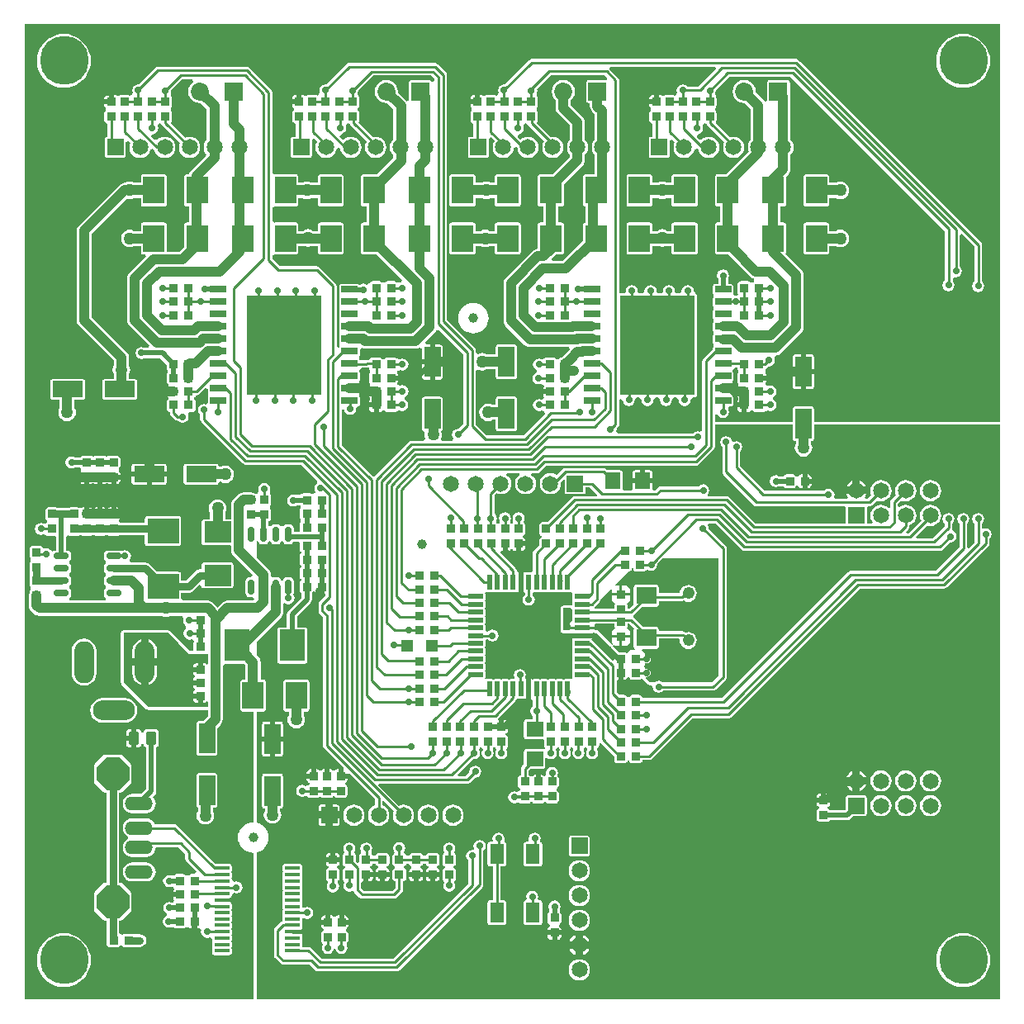
<source format=gtl>
%FSTAX23Y23*%
%MOIN*%
%SFA1B1*%

%IPPOS*%
%AMD10*
4,1,8,-0.015000,-0.027500,0.015000,-0.027500,0.020000,-0.022500,0.020000,0.022500,0.015000,0.027500,-0.015000,0.027500,-0.020000,0.022500,-0.020000,-0.022500,-0.015000,-0.027500,0.0*
1,1,0.010000,-0.015000,-0.022500*
1,1,0.010000,0.015000,-0.022500*
1,1,0.010000,0.015000,0.022500*
1,1,0.010000,-0.015000,0.022500*
%
%AMD11*
4,1,8,-0.017500,0.013100,-0.017500,-0.013100,-0.013100,-0.017500,0.013100,-0.017500,0.017500,-0.013100,0.017500,0.013100,0.013100,0.017500,-0.013100,0.017500,-0.017500,0.013100,0.0*
1,1,0.008760,-0.013100,0.013100*
1,1,0.008760,-0.013100,-0.013100*
1,1,0.008760,0.013100,-0.013100*
1,1,0.008760,0.013100,0.013100*
%
%AMD12*
4,1,8,-0.013100,-0.017500,0.013100,-0.017500,0.017500,-0.013100,0.017500,0.013100,0.013100,0.017500,-0.013100,0.017500,-0.017500,0.013100,-0.017500,-0.013100,-0.013100,-0.017500,0.0*
1,1,0.008760,-0.013100,-0.013100*
1,1,0.008760,0.013100,-0.013100*
1,1,0.008760,0.013100,0.013100*
1,1,0.008760,-0.013100,0.013100*
%
%AMD20*
4,1,8,0.030500,-0.005900,0.030500,0.005900,0.024600,0.011800,-0.024600,0.011800,-0.030500,0.005900,-0.030500,-0.005900,-0.024600,-0.011800,0.024600,-0.011800,0.030500,-0.005900,0.0*
1,1,0.011820,0.024600,-0.005900*
1,1,0.011820,0.024600,0.005900*
1,1,0.011820,-0.024600,0.005900*
1,1,0.011820,-0.024600,-0.005900*
%
%AMD21*
4,1,8,-0.005900,-0.030500,0.005900,-0.030500,0.011800,-0.024600,0.011800,0.024600,0.005900,0.030500,-0.005900,0.030500,-0.011800,0.024600,-0.011800,-0.024600,-0.005900,-0.030500,0.0*
1,1,0.011820,-0.005900,-0.024600*
1,1,0.011820,0.005900,-0.024600*
1,1,0.011820,0.005900,0.024600*
1,1,0.011820,-0.005900,0.024600*
%
%AMD45*
4,1,8,0.065800,0.027300,0.027300,0.065800,-0.027300,0.065800,-0.065800,0.027300,-0.065800,-0.027300,-0.027300,-0.065800,0.027300,-0.065800,0.065800,-0.027300,0.065800,0.027300,0.0*
%
G04~CAMADD=10~8~0.0~0.0~400.0~550.0~50.0~0.0~15~0.0~0.0~0.0~0.0~0~0.0~0.0~0.0~0.0~0~0.0~0.0~0.0~180.0~400.0~550.0*
%ADD10D10*%
G04~CAMADD=11~8~0.0~0.0~350.0~350.0~43.8~0.0~15~0.0~0.0~0.0~0.0~0~0.0~0.0~0.0~0.0~0~0.0~0.0~0.0~90.0~350.0~350.0*
%ADD11D11*%
G04~CAMADD=12~8~0.0~0.0~350.0~350.0~43.8~0.0~15~0.0~0.0~0.0~0.0~0~0.0~0.0~0.0~0.0~0~0.0~0.0~0.0~180.0~350.0~350.0*
%ADD12D12*%
%ADD13C,0.039370*%
%ADD14R,0.085000X0.107990*%
%ADD15R,0.300000X0.400000*%
%ADD16R,0.065000X0.025000*%
%ADD17R,0.065000X0.120000*%
%ADD18R,0.120000X0.065000*%
%ADD19R,0.107990X0.085000*%
G04~CAMADD=20~8~0.0~0.0~236.2~610.2~59.1~0.0~15~0.0~0.0~0.0~0.0~0~0.0~0.0~0.0~0.0~0~0.0~0.0~0.0~270.0~610.0~236.0*
%ADD20D20*%
G04~CAMADD=21~8~0.0~0.0~236.2~610.2~59.1~0.0~15~0.0~0.0~0.0~0.0~0~0.0~0.0~0.0~0.0~0~0.0~0.0~0.0~180.0~236.0~610.0*
%ADD21D21*%
%ADD22R,0.098430X0.125980*%
%ADD23R,0.066000X0.060000*%
%ADD24R,0.080000X0.070000*%
%ADD25R,0.055120X0.078740*%
%ADD26R,0.060000X0.066000*%
%ADD27R,0.050000X0.050000*%
%ADD28R,0.059840X0.022050*%
%ADD29R,0.022050X0.059840*%
%ADD30R,0.125980X0.098430*%
%ADD31R,0.059060X0.015750*%
%ADD32C,0.020000*%
%ADD33C,0.010000*%
%ADD34C,0.040000*%
%ADD35C,0.030000*%
%ADD36R,0.065000X0.065000*%
%ADD37C,0.065000*%
%ADD38C,0.196850*%
%ADD39R,0.065000X0.065000*%
%ADD40C,0.072830*%
%ADD41R,0.072830X0.072830*%
%ADD42O,0.170000X0.080000*%
%ADD43O,0.080000X0.170000*%
%ADD44C,0.048000*%
G04~CAMADD=45~4~0.0~0.0~1315.1~1315.1~0.0~385.2~0~0.0~0.0~0.0~0.0~0~0.0~0.0~0.0~0.0~0~0.0~0.0~0.0~315.0~1315.1~1315.1*
%ADD45D45*%
%ADD46O,0.112200X0.056100*%
%ADD47C,0.028000*%
%ADD48C,0.050000*%
%LNcontrolboard-1*%
%LPD*%
G36*
X03937Y0245D02*
X03187D01*
Y02505*
X03186Y02508*
X03184Y02512*
X03181Y02514*
X03177Y02515*
X03112*
X03108Y02514*
X03105Y02512*
X03103Y02508*
X03102Y02505*
Y0245*
X02787*
Y02482*
X02797Y02483*
X02797Y02482*
X02802Y02474*
X0281Y02469*
X0282Y02467*
X02829Y02469*
X02837Y02474*
X02842Y02482*
X02844Y02492*
X02842Y02501*
X0284Y02504*
X02845Y02514*
X02852*
X02856Y02515*
X02859Y02517*
X02861Y0252*
X02862Y02524*
Y02549*
X02861Y02553*
X02859Y02556*
X02859Y02556*
Y02567*
X02859Y02567*
X02861Y0257*
X02862Y02574*
Y02577*
X0282*
Y02597*
X02862*
Y02599*
X02861Y02603*
X02859Y02606*
X02859Y02606*
Y02617*
X02859Y02617*
X02861Y0262*
X02862Y02624*
Y02649*
X02861Y02653*
X02859Y02656*
X02859Y02656*
Y02662*
X02867Y02671*
X02878*
Y0267*
X02879Y02665*
X02883Y0266*
Y02652*
X02879Y02648*
X02878Y02642*
Y02616*
X02879Y0261*
X02883Y02605*
Y02598*
X02879Y02593*
X02878Y02588*
Y02584*
X02906*
Y02564*
X02878*
Y02561*
X02879Y02556*
X02883Y02551*
Y02543*
X02879Y02539*
X02878Y02533*
Y0253*
X02906*
Y0252*
X02916*
Y02492*
X02919*
X02925Y02493*
X0293Y02496*
X02931Y02498*
X02931Y02498*
X02941*
X02942Y02498*
X02943Y02496*
X02947Y02493*
X02953Y02492*
X02979*
X02985Y02493*
X0299Y02496*
X03001Y02498*
X03002Y02497*
X03011Y02495*
X0302Y02497*
X03028Y02503*
X03034Y02511*
X03036Y0252*
X03034Y02529*
X03028Y02537*
X03021Y02542*
X03021Y02547*
X03021Y02553*
X03028Y02557*
X03034Y02565*
X03036Y02574*
X03034Y02584*
X03028Y02592*
X0302Y02597*
X03011Y02599*
X03002Y02597*
X02993Y02601*
X02991Y02608*
X02993Y0261*
X02994Y02616*
Y02619*
X02966*
Y02639*
X02994*
Y02642*
X02993Y02648*
X0299Y02652*
Y0266*
X02993Y02665*
X02994Y02669*
X02994Y02669*
X02999Y02673*
X03002Y02676*
X03005Y02675*
X03014Y02677*
X03022Y02682*
X03027Y0269*
X03029Y027*
X03027Y02709*
X03027Y02709*
X03029Y02715*
X03032Y02719*
X03038Y0272*
X03045Y02723*
X03052Y02728*
X03136Y02812*
X03141Y02819*
X03144Y02826*
X03145Y02834*
Y03046*
X03144Y03053*
X03141Y03061*
X03136Y03067*
X03072Y03131*
X03072Y03131*
X03074Y03135*
X03075Y03139*
Y03246*
X03074Y0325*
X03072Y03254*
X03069Y03256*
X03065Y03257*
X03053*
Y03322*
X03065*
X03069Y03323*
X03072Y03325*
X03074Y03329*
X03075Y03333*
Y0344*
X03075Y03442*
X03084Y03451*
X03089Y03457*
X03092Y03465*
X03093Y03473*
Y0353*
X03093Y0353*
X031Y03539*
X03104Y03549*
X03105Y03561*
X03104Y03572*
X031Y03582*
X03093Y03591*
X03093Y03591*
Y03766*
X03092Y03774*
X0309Y03778*
Y03822*
X03089Y03826*
X03087Y03829*
X03084Y03831*
X0308Y03832*
X03007*
X03003Y03831*
X03Y03829*
X02998Y03826*
X02997Y03822*
Y03749*
X02987Y03746*
X02984Y0375*
X02952Y03782*
X02952Y03786*
X02951Y03798*
X02946Y03809*
X02939Y03819*
X02929Y03826*
X02918Y03831*
X02906Y03832*
X02893Y03831*
X02882Y03826*
X02873Y03819*
X02865Y03809*
X0286Y03798*
X02859Y03786*
X0286Y03773*
X02865Y03762*
X02873Y03752*
X02882Y03745*
X02893Y0374*
X02906Y03739*
X02909Y03739*
X02932Y03716*
Y03591*
X02932Y03591*
X02925Y03582*
X02921Y03572*
X0292Y03561*
X02921Y03549*
X02924Y03542*
X02833Y03451*
X02797*
X02793Y0345*
X0279Y03448*
X02787Y03444*
X02787Y0344*
Y03333*
X02787Y03329*
X0279Y03325*
X02793Y03323*
X02797Y03322*
X02809*
Y03257*
X02797*
X02793Y03256*
X0279Y03254*
X02787Y0325*
X02787Y03246*
Y03139*
X02787Y03135*
X0279Y03131*
X02793Y03129*
X02797Y03128*
X0284*
X02931Y03037*
X02937Y03032*
X02944Y0303*
X02945Y03026*
X02945Y03019*
X0294Y03014*
X0293Y03015*
X0293Y03015*
X02925Y03019*
X02919Y0302*
X02893*
X02887Y03019*
X02883Y03015*
X02879Y03011*
X02878Y03005*
Y02979*
X02879Y02973*
X02883Y02969*
X02882Y02968*
X02875Y02962*
X02864Y02963*
X02861Y02969*
X02861Y0297*
X02862Y02974*
Y02999*
X02861Y03003*
X02859Y03006*
X02856Y03008*
X02852Y03009*
X02841*
Y0303*
X02843Y03033*
X02845Y03043*
X02843Y03052*
X02838Y0306*
X0283Y03065*
X02821Y03067*
X02811Y03065*
X02803Y0306*
X02798Y03052*
X02796Y03043*
X02798Y03033*
X028Y0303*
Y03009*
X02787*
X02783Y03008*
X0278Y03006*
X02778Y03003*
X02777Y02999*
Y02974*
X02778Y0297*
X0278Y02967*
X0278Y02967*
Y02956*
X0278Y02956*
X02778Y02953*
X02777Y02949*
Y02924*
X02778Y0292*
X0278Y02917*
X0278Y02917*
Y02906*
X0278Y02906*
X02778Y02903*
X02777Y02899*
Y02874*
X02778Y0287*
X0278Y02867*
X0278Y02867*
Y02856*
X0278Y02856*
X02778Y02853*
X02777Y02849*
Y02824*
X02778Y0282*
X0278Y02817*
X0278Y02817*
Y02806*
X0278Y02806*
X02778Y02803*
X02777Y02799*
Y02774*
X02778Y0277*
X0278Y02767*
X0278Y02767*
Y02756*
X0278Y02756*
X02778Y02753*
X02777Y02749*
Y02743*
X02741Y02707*
X02737Y02702*
X02736Y02697*
Y02419*
X02732Y02416*
X02726Y02412*
X02719Y02414*
X02709Y02412*
X02701Y02407*
X027Y02405*
X02394*
X02389Y02415*
X0239Y02422*
X0239Y02424*
X02396Y02431*
X024Y02436*
X02401Y02442*
Y02541*
X02407Y02545*
X02415Y02539*
X02417Y02531*
X02422Y02523*
X0243Y02518*
X0244Y02516*
X02449Y02518*
X02457Y02523*
X02462Y02531*
X02464Y02541*
X02464Y02541*
X02472Y02551*
X02482*
X0249Y02541*
X0249Y02541*
X02492Y02531*
X02497Y02523*
X02505Y02518*
X02515Y02516*
X02524Y02518*
X02532Y02523*
X02537Y02531*
X02539Y02541*
X02539Y02541*
X02547Y02551*
X02557*
X02565Y02541*
X02565Y02541*
X02567Y02531*
X02572Y02523*
X0258Y02518*
X0259Y02516*
X02599Y02518*
X02607Y02523*
X02612Y02531*
X02614Y02541*
X02614Y02541*
X02622Y02551*
X02632*
X0264Y02541*
X0264Y02541*
X02642Y02531*
X02647Y02523*
X02655Y02518*
X02665Y02516*
X02674Y02518*
X02682Y02523*
X02687Y02531*
X02689Y02541*
X02689Y02541*
X02697Y02551*
X02705*
X02708Y02552*
X02712Y02554*
X02714Y02558*
X02715Y02562*
Y02962*
X02714Y02965*
X02712Y02969*
X02708Y02971*
X02701Y0298*
X027Y02989*
X02694Y02997*
X02686Y03003*
X02677Y03004*
X02668Y03003*
X0266Y02997*
X02654Y02989*
X02653Y0298*
X02653Y02979*
X02646Y02972*
X02633*
X02626Y02979*
X02626Y0298*
X02625Y02989*
X02619Y02997*
X02611Y03003*
X02602Y03004*
X02593Y03003*
X02585Y02997*
X02579Y02989*
X02578Y0298*
X02578Y02979*
X02571Y02972*
X02558*
X02551Y02979*
X02551Y0298*
X0255Y02989*
X02544Y02997*
X02536Y03003*
X02527Y03004*
X02518Y03003*
X0251Y02997*
X02504Y02989*
X02503Y0298*
X02503Y02979*
X02496Y02972*
X02483*
X02476Y02979*
X02476Y0298*
X02475Y02989*
X02469Y02997*
X02461Y03003*
X02452Y03004*
X02443Y03003*
X02435Y02997*
X02429Y02989*
X02428Y0298*
X02428Y02979*
X02421Y02972*
X02405*
X02401Y02975*
Y03831*
X024Y03836*
X02396Y03841*
X02361Y03876*
X02362Y03881*
X02365Y03886*
X02789*
X02792Y03877*
X02721Y03805*
X02676*
X02675Y03807*
X02667Y03813*
X02657Y03814*
X02648Y03813*
X0264Y03807*
X02635Y03799*
X02633Y0379*
X02635Y03781*
X02631Y03771*
X02625Y03769*
X02623Y0377*
X02617Y03771*
X02591*
X02585Y0377*
X02581Y03767*
X02574*
X02569Y0377*
X02563Y03771*
X0256*
Y03744*
X0255*
Y03734*
X02522*
Y0373*
X02523Y03725*
X02527Y0372*
X02528Y03719*
X02528Y03719*
Y03708*
X02528Y03708*
X02527Y03707*
X02523Y03702*
X02522Y03697*
Y0367*
X02523Y03665*
X02527Y0366*
X02531Y03657*
X02535Y03656*
Y03603*
X0253*
X02526Y03602*
X02523Y036*
X02521Y03597*
X0252Y03593*
Y03528*
X02521Y03524*
X02523Y03521*
X02526Y03519*
X0253Y03518*
X02595*
X02599Y03519*
X02602Y03521*
X02604Y03524*
X02605Y03528*
Y03587*
X02615Y03591*
X02625Y03581*
X02621Y03572*
X0262Y03561*
X02621Y03549*
X02625Y03539*
X02632Y0353*
X02641Y03523*
X02651Y03519*
X02663Y03518*
X02674Y03519*
X02684Y03523*
X02693Y0353*
X027Y03539*
X02704Y03549*
X02704Y03553*
X02714Y03556*
X02721Y03551*
X02721Y03549*
X02725Y03539*
X02732Y0353*
X02741Y03523*
X02751Y03519*
X02763Y03518*
X02774Y03519*
X02784Y03523*
X02793Y0353*
X028Y03539*
X02804Y03549*
X02805Y03561*
X02804Y03572*
X028Y03582*
X02793Y03591*
X02784Y03598*
X02774Y03602*
X02763Y03603*
X02751Y03602*
X02741Y03598*
X02732Y03591*
X02726Y0359*
X02713Y03603*
X02714Y03605*
X02717Y03613*
X02724Y03614*
X02732Y0362*
X02737Y03628*
X02739Y03637*
X02737Y03646*
X02741Y03656*
X02745Y03658*
X02755Y03654*
X02755Y03653*
X02758Y03648*
X02825Y03581*
X02821Y03572*
X0282Y03561*
X02821Y03549*
X02825Y03539*
X02832Y0353*
X02841Y03523*
X02851Y03519*
X02863Y03518*
X02874Y03519*
X02884Y03523*
X02893Y0353*
X029Y03539*
X02904Y03549*
X02905Y03561*
X02904Y03572*
X029Y03582*
X02893Y03591*
X02884Y03598*
X02874Y03602*
X02863Y03603*
X02851Y03602*
X02848Y03601*
X0279Y03659*
X0279Y0366*
X02793Y03665*
X02794Y0367*
Y03697*
X02793Y03702*
X0279Y03707*
X02789Y03708*
X02788Y03708*
Y03719*
X02789Y03719*
X0279Y0372*
X02793Y03725*
X02794Y0373*
Y03757*
X02793Y03762*
X0279Y03767*
X02789Y03779*
X02789Y03779*
X02791Y03789*
X02791Y03791*
X02844Y03844*
X03093*
X03714Y03223*
Y03022*
X03712Y03021*
X03707Y03013*
X03705Y03004*
X03707Y02994*
X03712Y02986*
X0372Y02981*
X0373Y02979*
X03739Y02981*
X03747Y02986*
X03752Y02994*
X03754Y03004*
X03752Y03013*
X03747Y03021*
X03747Y03022*
X03747Y0303*
X03755Y03036*
X0376Y03035*
X03769Y03037*
X03777Y03042*
X03782Y0305*
X03784Y0306*
X03782Y03069*
X03777Y03077*
X03775Y03078*
Y03206*
X03784Y0321*
X03834Y0316*
Y03018*
X03832Y03017*
X03827Y03009*
X03825Y03*
X03827Y0299*
X03832Y02982*
X0384Y02977*
X0385Y02975*
X03859Y02977*
X03867Y02982*
X03872Y0299*
X03874Y03*
X03872Y03009*
X03867Y03017*
X03865Y03018*
Y03166*
X03864Y03172*
X0386Y03177*
X03125Y03912*
X0312Y03916*
X03114Y03917*
X02048*
X02042Y03916*
X02037Y03912*
X01939Y03814*
X01936Y03814*
X01927Y03813*
X01919Y03807*
X01914Y03799*
X01912Y0379*
X01914Y03781*
X01911Y03773*
X0191Y0377*
X01903Y03769*
X01901Y0377*
X01895Y03771*
X01869*
X01864Y0377*
X01859Y03767*
X01851*
X01847Y0377*
X01841Y03771*
X01838*
Y03744*
X01828*
Y03734*
X018*
Y0373*
X01801Y03725*
X01804Y0372*
X01806Y03719*
X01806Y03719*
Y03708*
X01806Y03708*
X01804Y03707*
X01801Y03702*
X018Y03697*
Y0367*
X01801Y03665*
X01804Y0366*
X01809Y03657*
X01813Y03656*
Y03603*
X018*
X01796Y03602*
X01793Y036*
X01791Y03597*
X0179Y03593*
Y03528*
X01791Y03524*
X01793Y03521*
X01796Y03519*
X018Y03518*
X01865*
X01869Y03519*
X01872Y03521*
X01874Y03524*
X01875Y03528*
Y03593*
X01875Y03594*
X01884Y036*
X01898Y03585*
X01895Y03582*
X01891Y03572*
X0189Y03561*
X01891Y03549*
X01895Y03539*
X01902Y0353*
X01911Y03523*
X01921Y03519*
X01933Y03518*
X01944Y03519*
X01954Y03523*
X01963Y0353*
X0197Y03539*
X01974Y03549*
X01975Y03557*
X01976Y03557*
X01984Y03561*
X01985Y03561*
X0199Y03558*
X01991Y03549*
X01995Y03539*
X02002Y0353*
X02011Y03523*
X02021Y03519*
X02033Y03518*
X02044Y03519*
X02054Y03523*
X02063Y0353*
X0207Y03539*
X02074Y03549*
X02075Y03561*
X02074Y03572*
X0207Y03582*
X02063Y03591*
X02054Y03598*
X02044Y03602*
X02033Y03603*
X02021Y03602*
X02011Y03598*
X02003Y03591*
X01991Y03603*
X01991Y03605*
X01995Y03613*
X02001Y03614*
X02009Y0362*
X02015Y03628*
X02016Y03637*
X02015Y03646*
X02017Y03655*
X02018Y03656*
X02023Y03658*
X02032Y03653*
X02032Y03653*
X02036Y03648*
X02098Y03585*
X02095Y03582*
X02091Y03572*
X0209Y03561*
X02091Y03549*
X02095Y03539*
X02102Y0353*
X02111Y03523*
X02121Y03519*
X02133Y03518*
X02144Y03519*
X02154Y03523*
X02163Y0353*
X0217Y03539*
X02174Y03549*
X02175Y03561*
X02174Y03572*
X0217Y03582*
X02163Y03591*
X02154Y03598*
X02144Y03602*
X02133Y03603*
X02124Y03602*
X02069Y03658*
X02069Y0366*
X02072Y03665*
X02073Y0367*
Y03697*
X02072Y03702*
X02069Y03707*
X02068Y03708*
X02067Y03708*
Y03719*
X02068Y03719*
X02069Y0372*
X02072Y03725*
X02073Y0373*
Y03757*
X02072Y03762*
X02069Y03767*
X02068Y03779*
X02068Y03779*
X0207Y03789*
X02069Y03796*
X02124Y03851*
X02343*
X02353Y03842*
X02351Y03836*
X02348Y03832*
X02277*
X02273Y03831*
X0227Y03829*
X02268Y03826*
X02267Y03822*
Y03749*
X02268Y03745*
X0227Y03742*
X02273Y0374*
X02277Y03739*
X02283*
Y03726*
X02284Y03718*
X02287Y0371*
X02292Y03704*
X02302Y03694*
Y03591*
X02302Y03591*
X02295Y03582*
X02291Y03572*
X0229Y03561*
X02291Y03549*
X02295Y03539*
X02302Y0353*
X02302Y0353*
Y03451*
X02266*
X02262Y0345*
X02258Y03448*
X02256Y03444*
X02256Y0344*
Y03333*
X02256Y03329*
X02258Y03325*
X02262Y03323*
X02264Y03323*
Y03256*
X02262Y03256*
X02258Y03254*
X02256Y0325*
X02256Y03246*
Y03183*
X02173Y031*
X02132*
X02128Y03109*
X02146Y03127*
X02147Y03128*
X02168*
X02171Y03129*
X02175Y03131*
X02177Y03135*
X02178Y03139*
Y03246*
X02177Y0325*
X02175Y03254*
X02171Y03256*
X02168Y03257*
X02155*
Y03322*
X02168*
X02171Y03323*
X02175Y03325*
X02177Y03329*
X02178Y03333*
Y0341*
X02254Y03486*
X02259Y03492*
X02262Y035*
X02263Y03508*
Y0353*
X02263Y0353*
X0227Y03539*
X02274Y03549*
X02275Y03561*
X02274Y03572*
X0227Y03582*
X02263Y03591*
X02263Y03591*
Y03662*
X02262Y03669*
X02259Y03677*
X02254Y03683*
X02206Y03731*
Y0375*
X02209Y03752*
X02216Y03762*
X02221Y03773*
X02222Y03786*
X02221Y03798*
X02216Y03809*
X02209Y03819*
X02199Y03826*
X02188Y03831*
X02176Y03832*
X02163Y03831*
X02152Y03826*
X02143Y03819*
X02135Y03809*
X0213Y03798*
X02129Y03786*
X0213Y03773*
X02135Y03762*
X02143Y03752*
X02145Y0375*
Y03718*
X02146Y03711*
X02149Y03703*
X02154Y03697*
X02202Y03649*
Y03591*
X02202Y03591*
X02195Y03582*
X02191Y03572*
X0219Y03561*
X02191Y03549*
X02195Y03539*
X02202Y0353*
X02202Y0353*
Y0352*
X02133Y03451*
X02083*
X02079Y0345*
X02075Y03448*
X02073Y03444*
X02072Y0344*
Y03333*
X02073Y03329*
X02075Y03325*
X02079Y03323*
X02083Y03322*
X02095*
Y03257*
X02083*
X02079Y03256*
X02075Y03254*
X02073Y0325*
X02072Y03246*
Y0315*
X02072*
X02064Y03149*
X02057Y03146*
X02051Y03141*
X01943Y03033*
X01938Y03027*
X01935Y0302*
X01934Y03012*
Y0286*
X01935Y02852*
X01938Y02845*
X01943Y02839*
X02019Y02763*
X02025Y02758*
X02033Y02755*
X02041Y02754*
X02197*
X02201Y02745*
X02184Y02727*
X02182Y02726*
X02167Y02711*
X02164Y0271*
X02159Y02707*
X02158Y02706*
X02158Y02705*
X02147*
X02147Y02706*
X02146Y02707*
X02141Y0271*
X02136Y02711*
X02109*
X02104Y0271*
X02099Y02707*
X02087Y02706*
X02087Y02706*
X02078Y02708*
X02068Y02706*
X0206Y02701*
X02055Y02693*
X02053Y02684*
X02055Y02674*
X0206Y02666*
X02068Y02661*
X02068Y0266*
X02067Y02651*
X02066Y02651*
X02058Y02645*
X02053Y02637*
X02051Y02628*
X02053Y02619*
X02058Y02611*
X02066Y02605*
X02076Y02604*
X02085Y02605*
X02085Y02605*
X02094Y02603*
X02096Y02602*
X02097Y02596*
X02096Y02593*
X02095Y02588*
Y02584*
X02123*
Y02564*
X02095*
Y02561*
X02096Y02556*
X02097Y02553*
X02095Y02547*
X02087Y02543*
X02078Y02544*
X02068Y02543*
X0206Y02537*
X02055Y02529*
X02053Y0252*
X02055Y02511*
X0206Y02503*
X02068Y02497*
X02078Y02495*
X02087Y02497*
X02087Y02498*
X02099Y02496*
X02101Y02484*
X02014Y02398*
X01866*
X01822Y02442*
Y02658*
X01827Y02662*
X01832Y02663*
X01839Y0266*
X01848Y02659*
X01857Y0266*
X01866Y02664*
X01866Y02664*
X01903*
Y02635*
X01904Y02631*
X01906Y02627*
X01909Y02625*
X01913Y02624*
X01978*
X01982Y02625*
X01985Y02627*
X01987Y02631*
X01988Y02635*
Y02755*
X01987Y02758*
X01985Y02762*
X01982Y02764*
X01978Y02765*
X01913*
X01909Y02764*
X01906Y02762*
X01904Y02758*
X01903Y02755*
Y02725*
X01866*
X01866Y02725*
X01857Y02729*
X01848Y0273*
X01839Y02729*
X01832Y02726*
X01827Y02727*
X01822Y02731*
Y0274*
X01821Y02745*
X01817Y0275*
X01705Y02863*
Y03853*
X01704Y03859*
X017Y03864*
X01668Y03896*
X01663Y039*
X01657Y03901*
X0131*
X01304Y039*
X01299Y03896*
X01217Y03814*
X01214Y03814*
X01205Y03813*
X01197Y03807*
X01192Y03799*
X0119Y0379*
X01192Y03781*
X01188Y03771*
X01183Y03769*
X01181Y0377*
X01176Y03771*
X0115*
X01144Y0377*
X01139Y03767*
X01133*
X01128Y0377*
X01122Y03771*
X01119*
Y03744*
X01109*
Y03734*
X01081*
Y0373*
X01082Y03725*
X01086Y0372*
X01087Y03719*
X01087Y03719*
Y03708*
X01087Y03708*
X01086Y03707*
X01082Y03702*
X01081Y03697*
Y0367*
X01082Y03665*
X01086Y0366*
X0109Y03657*
X01095Y03656*
Y03603*
X01085*
X01081Y03602*
X01078Y036*
X01076Y03597*
X01075Y03593*
Y03528*
X01076Y03524*
X01078Y03521*
X01081Y03519*
X01085Y03518*
X0115*
X01154Y03519*
X01157Y03521*
X01159Y03524*
X0116Y03528*
Y03591*
X01165Y03594*
X0117Y03595*
X01182Y03584*
X0118Y03582*
X01176Y03572*
X01175Y03561*
X01176Y03549*
X0118Y03539*
X01187Y0353*
X01196Y03523*
X01206Y03519*
X01218Y03518*
X01229Y03519*
X01239Y03523*
X01248Y0353*
X01255Y03539*
X01259Y03549*
X0126Y03555*
X01269Y03559*
X01275Y03555*
X01276Y03549*
X0128Y03539*
X01287Y0353*
X01296Y03523*
X01306Y03519*
X01318Y03518*
X01329Y03519*
X01339Y03523*
X01348Y0353*
X01355Y03539*
X01359Y03549*
X0136Y03561*
X01359Y03572*
X01355Y03582*
X01348Y03591*
X01339Y03598*
X01329Y03602*
X01318Y03603*
X01306Y03602*
X01296Y03598*
X01287Y03591*
X01285Y03591*
X01273Y03603*
X01273Y03605*
X01277Y03613*
X01283Y03614*
X01291Y0362*
X01297Y03628*
X01298Y03637*
X01297Y03646*
X01301Y03656*
X01304Y03657*
X01305Y03657*
X0131Y03656*
X01314*
X01314Y03653*
X01318Y03648*
X01382Y03584*
X0138Y03582*
X01376Y03572*
X01375Y03561*
X01376Y03549*
X0138Y03539*
X01387Y0353*
X01396Y03523*
X01406Y03519*
X01418Y03518*
X01429Y03519*
X01439Y03523*
X01448Y0353*
X01455Y03539*
X01459Y03549*
X0146Y03561*
X01459Y03572*
X01455Y03582*
X01448Y03591*
X01439Y03598*
X01429Y03602*
X01418Y03603*
X01407Y03602*
X01348Y03661*
X0135Y03665*
X01351Y0367*
Y03697*
X0135Y03702*
X01347Y03707*
X01346Y03708*
X01345Y03708*
Y03719*
X01346Y03719*
X01347Y0372*
X0135Y03725*
X01351Y0373*
Y03757*
X0135Y03762*
X01347Y03767*
X01346Y03779*
X01346Y03779*
X01348Y03789*
X01348Y03791*
X01407Y0385*
X01642*
X01654Y03838*
Y03827*
X01644Y03826*
X01642Y03829*
X01639Y03831*
X01635Y03832*
X01562*
X01558Y03831*
X01555Y03829*
X01553Y03826*
X01552Y03822*
Y0375*
X01549Y03748*
X01542Y03746*
X01541Y03748*
X01507Y03782*
X01507Y03786*
X01506Y03798*
X01501Y03809*
X01494Y03819*
X01484Y03826*
X01473Y03831*
X01461Y03832*
X01448Y03831*
X01437Y03826*
X01428Y03819*
X0142Y03809*
X01415Y03798*
X01414Y03786*
X01415Y03773*
X0142Y03762*
X01428Y03752*
X01437Y03745*
X01448Y0374*
X01461Y03739*
X01464Y03739*
X01489Y03714*
Y03592*
X01487Y03591*
X0148Y03582*
X01476Y03572*
X01475Y03561*
X01476Y03549*
X0148Y03539*
X01487Y0353*
X01489Y03529*
Y03517*
X01423Y03451*
X01368*
X01364Y0345*
X01361Y03448*
X01359Y03444*
X01358Y0344*
Y03333*
X01359Y03329*
X01361Y03325*
X01364Y03323*
X01368Y03322*
X01381*
Y03257*
X01368*
X01364Y03256*
X01361Y03254*
X01359Y0325*
X01358Y03246*
Y03139*
X01359Y03135*
X01361Y03131*
X01364Y03129*
X01368Y03128*
X01423*
X01525Y03026*
X01521Y03016*
X01517Y03015*
X01515Y03014*
X01515Y03014*
X01503Y03015*
X01498Y03019*
X01493Y0302*
X01466*
X01461Y03019*
X01456Y03015*
X01455Y03014*
X01455Y03014*
X01444*
X01444Y03014*
X01443Y03015*
X01438Y03019*
X01433Y0302*
X01406*
X01401Y03019*
X01396Y03015*
X01393Y03011*
X01393Y0301*
X01383Y03006*
X01382Y03006*
X01378Y03008*
X01369Y0301*
X0136Y03008*
X01353Y03006*
X01349Y03008*
X01346Y03009*
X01281*
X01277Y03008*
X01273Y03006*
X01271Y03003*
X0127Y02999*
Y02974*
X01271Y0297*
X01273Y02967*
X01273Y02967*
Y02956*
X01273Y02956*
X01271Y02953*
X0127Y02949*
Y02924*
X01271Y0292*
X01273Y02917*
X01273Y02917*
Y02906*
X01273Y02906*
X01271Y02903*
X0127Y02899*
Y02874*
X01271Y0287*
X01273Y02867*
X01273Y02867*
Y02856*
X01273Y02856*
X01271Y02853*
X0127Y02849*
Y02824*
X01271Y0282*
X01273Y02817*
X01273Y02817*
Y02806*
X01273Y02806*
X01271Y02803*
X0127Y02799*
Y02774*
X01271Y0277*
X01273Y02767*
X01273Y02767*
Y02756*
X01273Y02756*
X01271Y02753*
X01271Y02751*
X0127Y0275*
X0126Y02755*
X0126Y02755*
Y03*
X01259Y03005*
X01255Y0301*
X0119Y03075*
X01185Y03079*
X0118Y0308*
X01031*
X01Y03111*
Y03122*
X01002Y03124*
X0101Y03129*
X01011Y03128*
X01096*
X011Y03129*
X01103Y03131*
X01106Y03135*
X01106Y03139*
Y03162*
X01131*
X01135Y0316*
X01145Y03159*
X01154Y0316*
X01158Y03162*
X01184*
Y03139*
X01185Y03135*
X01187Y03131*
X0119Y03129*
X01194Y03128*
X01279*
X01283Y03129*
X01286Y03131*
X01289Y03135*
X01289Y03139*
Y03246*
X01289Y0325*
X01286Y03254*
X01283Y03256*
X01279Y03257*
X01194*
X0119Y03256*
X01187Y03254*
X01185Y0325*
X01184Y03246*
Y03223*
X01165*
X01162Y03225*
X01154Y03229*
X01145Y0323*
X01135Y03229*
X01127Y03225*
X01124Y03223*
X01106*
Y03246*
X01106Y0325*
X01103Y03254*
X011Y03256*
X01096Y03257*
X01011*
X0101Y03256*
X01002Y03261*
X01Y03263*
Y03316*
X01002Y03318*
X0101Y03323*
X01011Y03322*
X01096*
X011Y03323*
X01103Y03325*
X01106Y03329*
X01106Y03333*
Y03356*
X01121*
X01122Y03356*
X0113Y03352*
X0114Y03351*
X01149Y03352*
X01157Y03356*
X01158Y03356*
X01184*
Y03333*
X01185Y03329*
X01187Y03325*
X0119Y03323*
X01194Y03322*
X01279*
X01283Y03323*
X01286Y03325*
X01289Y03329*
X01289Y03333*
Y0344*
X01289Y03444*
X01286Y03448*
X01283Y0345*
X01279Y03451*
X01194*
X0119Y0345*
X01187Y03448*
X01185Y03444*
X01184Y0344*
Y03417*
X01158*
X01157Y03417*
X01149Y03421*
X0114Y03422*
X0113Y03421*
X01122Y03417*
X01121Y03417*
X01106*
Y0344*
X01106Y03444*
X01103Y03448*
X011Y0345*
X01096Y03451*
X01011*
X0101Y0345*
X01002Y03455*
X01Y03457*
Y03783*
X00999Y03789*
X00995Y03794*
X00909Y0388*
X00904Y03884*
X00898Y03885*
X00539*
X00533Y03884*
X00528Y0388*
X00462Y03814*
X00459Y03814*
X0045Y03813*
X00442Y03807*
X00437Y03799*
X00435Y0379*
X00437Y03781*
X00437Y0378*
X00435Y03775*
X00433Y0377*
X00426Y03768*
X00423Y0377*
X00418Y03771*
X00392*
X00386Y0377*
X00381Y03767*
X00374*
X00369Y0377*
X00363Y03771*
X0036*
Y03744*
X0035*
Y03734*
X00322*
Y0373*
X00323Y03725*
X00327Y0372*
X00328Y03719*
X00328Y03719*
Y03708*
X00328Y03708*
X00327Y03707*
X00323Y03702*
X00322Y03697*
Y0367*
X00323Y03665*
X00327Y0366*
X00331Y03657*
X00335Y03656*
Y03603*
X00334*
X0033Y03602*
X00327Y036*
X00325Y03597*
X00324Y03593*
Y03528*
X00325Y03524*
X00327Y03521*
X0033Y03519*
X00334Y03518*
X00399*
X00403Y03519*
X00406Y03521*
X00408Y03524*
X00409Y03528*
Y03582*
X00419Y03586*
X00428Y03578*
X00425Y03572*
X00424Y03561*
X00425Y03549*
X00429Y03539*
X00436Y0353*
X00445Y03523*
X00455Y03519*
X00467Y03518*
X00478Y03519*
X00488Y03523*
X00497Y0353*
X00504Y03539*
X00508Y03549*
X00508Y0355*
X00519Y03554*
X00523Y0355*
X00526Y03548*
X00529Y03539*
X00536Y0353*
X00545Y03523*
X00555Y03519*
X00567Y03518*
X00578Y03519*
X00588Y03523*
X00597Y0353*
X00604Y03539*
X00608Y03549*
X00609Y03561*
X00608Y03572*
X00604Y03582*
X00597Y03591*
X00588Y03598*
X00578Y03602*
X00567Y03603*
X00555Y03602*
X00545Y03598*
X00536Y03591*
X00536Y0359*
X00526Y0359*
X00512Y03604*
X00514Y0361*
X00517Y03613*
X00525Y03615*
X00533Y0362*
X00538Y03628*
X0054Y03637*
X00538Y03647*
X00542Y03656*
X00545Y03657*
X00554Y03653*
X00558Y03648*
X00628Y03578*
X00625Y03572*
X00624Y03561*
X00625Y03549*
X00629Y03539*
X00636Y0353*
X00645Y03523*
X00655Y03519*
X00667Y03518*
X00678Y03519*
X00688Y03523*
X00697Y0353*
X00704Y03539*
X00708Y03549*
X00709Y03561*
X00708Y03572*
X00704Y03582*
X00697Y03591*
X00688Y03598*
X00678Y03602*
X00667Y03603*
X00655Y03602*
X00649Y03599*
X00592Y03657*
X00592Y0366*
X00595Y03665*
X00596Y0367*
Y03697*
X00595Y03702*
X00592Y03707*
X00591Y03708*
X0059Y03708*
Y03719*
X00591Y03719*
X00592Y0372*
X00595Y03725*
X00596Y0373*
Y03757*
X00595Y03762*
X00592Y03767*
X00591Y03779*
X00591Y03779*
X00593Y03789*
X00593Y03791*
X00636Y03834*
X00679*
X00682Y03824*
X00675Y03819*
X00667Y03809*
X00662Y03798*
X00661Y03786*
X00662Y03773*
X00667Y03762*
X00675Y03752*
X00684Y03745*
X00696Y0374*
X00708Y03739*
X00711Y03739*
X00736Y03714*
Y03591*
X00736Y03591*
X00729Y03582*
X00725Y03572*
X00724Y03561*
X00725Y03549*
X00729Y03539*
X00736Y0353*
X0073Y03523*
X00673Y03466*
X00668Y0346*
X00665Y03452*
X00665Y03451*
X00654*
X0065Y0345*
X00647Y03448*
X00645Y03444*
X00644Y0344*
Y03333*
X00645Y03329*
X00647Y03325*
X0065Y03323*
X00654Y03322*
X00664*
Y03257*
X00654*
X0065Y03256*
X00647Y03254*
X00645Y0325*
X00644Y03246*
Y03157*
X00626Y03139*
X00575*
Y03246*
X00574Y0325*
X00572Y03254*
X00569Y03256*
X00565Y03257*
X0048*
X00476Y03256*
X00473Y03254*
X00471Y0325*
X0047Y03246*
Y03223*
X00443*
X00443Y03223*
X00434Y03227*
X00425Y03228*
X00416Y03227*
X00408Y03223*
X004Y03217*
X00395Y0321*
X00391Y03202*
X0039Y03193*
X00391Y03183*
X00395Y03175*
X004Y03168*
X00408Y03162*
X00416Y03158*
X00425Y03157*
X00434Y03158*
X00443Y03162*
X00443Y03162*
X0047*
Y03139*
X00471Y03135*
X00473Y03131*
X00476Y03129*
X0048Y03128*
X00487*
X00491Y03119*
X00423Y03052*
X00418Y03045*
X00415Y03038*
X00414Y0303*
Y02862*
X00415Y02854*
X00418Y02847*
X00423Y02841*
X00504Y0276*
X005Y0275*
X00486*
X00483Y02752*
X00473Y02754*
X00464Y02752*
X00456Y02747*
X00451Y02739*
X00449Y0273*
X00451Y0272*
X00456Y02712*
X00464Y02707*
X00473Y02705*
X00483Y02707*
X00486Y02709*
X00549*
X00575Y02682*
Y0267*
X00576Y02665*
X00578Y02663*
X00579Y02656*
X00578Y0265*
X00576Y02648*
X00575Y02642*
Y02616*
X00576Y0261*
X0058Y02605*
Y02598*
X00576Y02593*
X00575Y02588*
Y02584*
X00603*
Y02564*
X00575*
Y02561*
X00576Y02556*
X0058Y02551*
Y02543*
X00576Y02539*
X00575Y02533*
Y02507*
X00576Y02501*
X0058Y02496*
X00584Y02493*
X00588Y02493*
Y02488*
X00589Y02482*
X00592Y02477*
X00607Y02462*
X00612Y02458*
X00618Y02457*
X00619*
X0062Y02455*
X00628Y0245*
X00638Y02448*
X00647Y0245*
X00655Y02455*
X0066Y02463*
X00662Y02473*
X0066Y02482*
X0066Y02482*
X00665Y02492*
X00676*
X00682Y02493*
X00686Y02496*
X0069Y02501*
X00691Y02507*
Y02533*
X0069Y02539*
X00686Y02543*
Y02551*
X00687Y02552*
X0069Y02556*
X0069Y02558*
X00691Y02559*
X00694*
X007Y0256*
X00705Y02564*
X00731Y02589*
X0074Y02586*
Y02574*
X00741Y0257*
X00743Y02567*
X00743Y02567*
Y02556*
X00743Y02556*
X00741Y02553*
X0074Y02549*
Y0253*
X00739Y02528*
X00731Y02523*
X00731Y02523*
X00725Y02524*
X00715Y02522*
X00707Y02517*
X00702Y02509*
X007Y025*
X00702Y0249*
X00707Y02482*
X00709Y02481*
Y02463*
X0071Y02457*
X00714Y02452*
X00882Y02284*
X00887Y0228*
X00893Y02279*
X01119*
X01182Y02216*
X0118Y02204*
X01177Y02202*
X01171Y02194*
X0117Y02185*
X01171Y02175*
X01174Y02171*
X01175Y02168*
X01172Y02165*
X01163Y0216*
X01158Y02163*
X01153Y02164*
X01126*
X01121Y02163*
X01116Y0216*
X01114Y02157*
X01094*
X01094Y02157*
X01085Y02159*
X01075Y02157*
X01067Y02152*
X01062Y02144*
X0106Y02135*
X01062Y02125*
X01067Y02117*
X01075Y02112*
X01085Y0211*
X01094Y02112*
X011Y02116*
X01114*
X01116Y02113*
Y02105*
X01113Y021*
X01112Y02095*
Y02068*
X01113Y02063*
X01114Y0206*
X01115Y02054*
X01114Y02047*
X01113Y02045*
X01112Y0204*
Y02013*
X01108Y02009*
X01087*
Y02023*
X01086Y02029*
X01083Y02034*
X01077Y02038*
X01071Y02039*
X01059*
X01053Y02038*
X01048Y02034*
X01046Y02031*
X01042Y0203*
X01038*
X01035Y02031*
X01033Y02034*
X01027Y02038*
X01021Y02039*
X01009*
X01003Y02038*
X00998Y02034*
X00996Y02031*
X00995Y02031*
X00986Y02032*
X00986Y02032*
Y0205*
X00987Y0205*
X00992Y02053*
X00995Y02058*
X00996Y02063*
Y0209*
X00995Y02095*
X00992Y021*
X00991Y02101*
X0099Y02101*
Y02112*
X00991Y02112*
X00992Y02113*
X00995Y02118*
X00996Y02123*
Y0215*
X00995Y02155*
X00992Y0216*
X00991Y02172*
X00991Y02172*
X00993Y02182*
X00991Y02191*
X00986Y02199*
X00978Y02204*
X00969Y02206*
X00959Y02204*
X00951Y02199*
X00946Y02191*
X00944Y02182*
X00946Y02172*
X00942Y02163*
X00935Y02161*
X00932Y02163*
X00927Y02164*
X00925*
X00921Y02166*
X00914Y02167*
X00884*
X00876Y02166*
X00868Y02163*
X00862Y02158*
X00843Y02139*
X00838Y02133*
X00835Y02125*
X00834Y02118*
Y0206*
X00833Y02059*
X0081*
Y02086*
X0081Y02086*
X00814Y02095*
X00815Y02104*
X00814Y02113*
X0081Y02121*
X00804Y02129*
X00797Y02134*
X00789Y02138*
X0078Y02139*
X0077Y02138*
X00762Y02134*
X00755Y02129*
X00749Y02121*
X00745Y02113*
X00744Y02104*
X00745Y02095*
X00749Y02086*
X00749Y02086*
Y02059*
X00726*
X00722Y02058*
X00718Y02056*
X00716Y02053*
X00715Y02049*
Y01964*
X00716Y0196*
X00718Y01957*
X00722Y01955*
X00726Y01954*
X00833*
X00834Y01953*
Y01935*
X00835Y01927*
X00838Y01919*
X00843Y01913*
X0092Y01836*
X00916Y01826*
X00909*
X00903Y01825*
X00898Y01821*
X00894Y01816*
X00893Y0181*
Y01761*
X00894Y01755*
X00898Y01749*
X00903Y01746*
X00909Y01745*
X00921*
X00927Y01738*
X0092Y0173*
X00819*
X00811Y01729*
X00804Y01726*
X00798Y01721*
X00779Y01703*
X00761Y01721*
X00755Y01726*
X00747Y01729*
X0074Y0173*
X0064*
X0064Y0173*
X00633Y01738*
Y01762*
X00664*
X00674Y01764*
X00682Y01769*
X00706Y01794*
X0071Y01792*
X00716Y01789*
X00716Y01786*
X00718Y01783*
X00722Y01781*
X00726Y0178*
X00833*
X00837Y01781*
X00841Y01783*
X00843Y01786*
X00844Y0179*
Y01875*
X00843Y01879*
X00841Y01882*
X00837Y01884*
X00833Y01885*
X00726*
X00722Y01884*
X00718Y01882*
X00716Y01879*
X00715Y01875*
Y01858*
X00709*
X00699Y01856*
X00691Y01851*
X00653Y01813*
X00633*
Y01837*
X00632Y0184*
X0063Y01844*
X00626Y01846*
X00622Y01847*
X00536*
X00505Y01878*
X00497Y01883*
X00487Y01885*
X00429*
X00428Y01886*
X00425Y01895*
X00428Y019*
X0043Y0191*
X00428Y01919*
X00423Y01927*
X00415Y01932*
X00406Y01934*
X00396Y01932*
X00392Y0193*
X00391Y0193*
X00385Y01932*
X00336*
X0033Y0193*
X00324Y01927*
X00321Y01922*
X0032Y01915*
Y01904*
X00321Y01897*
X00324Y01892*
X00328Y0189*
X00328Y01887*
Y01882*
X00328Y01879*
X00324Y01877*
X00321Y01872*
X0032Y01865*
Y01854*
X00321Y01847*
X00324Y01842*
X00328Y0184*
X00328Y01837*
Y01832*
X00328Y01829*
X00324Y01827*
X00321Y01822*
X0032Y01815*
Y01804*
X00321Y01797*
X00324Y01792*
X00328Y0179*
X00328Y01787*
Y01782*
X00328Y01779*
X00324Y01777*
X00321Y01772*
X0032Y01765*
Y01754*
X00321Y01747*
X00324Y01742*
X00328Y0174*
X00327Y01732*
X00326Y0173*
X00182*
X00181Y01732*
X0018Y0174*
X00184Y01742*
X00187Y01747*
X00189Y01754*
Y01765*
X00187Y01772*
X00184Y01777*
X00181Y01779*
X0018Y01782*
Y01787*
X00181Y0179*
X00184Y01792*
X00187Y01797*
X00189Y01804*
Y01815*
X00187Y01822*
X00184Y01827*
X00181Y01829*
X0018Y01832*
Y01837*
X00181Y0184*
X00184Y01842*
X00187Y01847*
X00189Y01854*
Y01865*
X00187Y01872*
X00184Y01877*
X00181Y01879*
X0018Y01882*
Y01887*
X00181Y0189*
X00184Y01892*
X00187Y01897*
X00189Y01904*
Y01915*
X00187Y01922*
X00184Y01927*
X00179Y0193*
X00173Y01932*
X00169*
Y01989*
X00179Y01994*
X00181Y01993*
X00186Y01992*
X00213*
X00218Y01993*
X0022Y01994*
X0023*
X00231Y01993*
X00237Y01992*
X00263*
X00269Y01993*
X00271Y01994*
X00284*
X00286Y01993*
X00292Y01992*
X00318*
X00324Y01993*
X00325Y01994*
X00339*
X00341Y01993*
X00346Y01992*
X00373*
X00378Y01993*
X0038Y01994*
X00486*
Y01962*
X00487Y01959*
X00489Y01955*
X00493Y01953*
X00497Y01952*
X00622*
X00626Y01953*
X0063Y01955*
X00632Y01959*
X00633Y01962*
Y02061*
X00632Y02065*
X0063Y02068*
X00626Y0207*
X00622Y02071*
X00497*
X00493Y0207*
X00489Y02068*
X00487Y02065*
X00486Y02061*
Y02045*
X00384*
X00381Y02055*
X00382Y02055*
X00383Y02056*
X00386Y02061*
X00387Y02066*
Y0207*
X0036*
Y0208*
X0035*
Y02107*
X00346*
X00341Y02106*
X00336Y02103*
X00328*
X00324Y02106*
X00318Y02107*
X00315*
Y0208*
X00295*
Y02107*
X00292*
X00286Y02106*
X00281Y02103*
X00274*
X00269Y02106*
X00263Y02107*
X0026*
Y0208*
X0024*
Y02107*
X00237*
X00231Y02106*
X00225Y02104*
X00218Y02106*
X00213Y02107*
X00186*
X00181Y02106*
X00179Y02105*
X00132*
X0013Y02106*
X00125Y02107*
X00098*
X00093Y02106*
X00088Y02103*
X00085Y02098*
X00084Y02093*
Y02066*
X00085Y02061*
X00088Y02056*
X00089Y02055*
X0009Y02055*
Y02044*
X00089Y02044*
X00088Y02043*
X00076Y02042*
X00076Y02042*
X00067Y02044*
X00057Y02042*
X00049Y02037*
X00044Y02029*
X00042Y0202*
X00044Y0201*
X00049Y02002*
X00057Y01997*
X00067Y01995*
X00076Y01997*
X00076Y01997*
X00088Y01996*
X00093Y01993*
X00098Y01992*
X00125*
X00129Y01988*
Y01932*
X00123*
X00117Y0193*
X00111Y01928*
X00107Y01935*
X00106Y01936*
X00098Y01941*
X00089Y01943*
X00079Y01941*
X00072Y01948*
X00071Y01949*
X00066Y01952*
X00061Y01953*
X00034*
X00029Y01952*
X00024Y01949*
X00021Y01944*
X0002Y01939*
Y01912*
X00021Y01907*
X00024Y01902*
X00025Y01901*
X00026Y01901*
Y0189*
X00025Y0189*
X00024Y01889*
X00021Y01884*
X0002Y01879*
Y01852*
X00021Y01847*
X00022Y01845*
Y01831*
X00021Y01829*
X0002Y01824*
Y01797*
X00021Y01792*
X00024Y01787*
X00025Y01786*
X00026Y01786*
Y01775*
X00025Y01775*
X00024Y01774*
X00021Y01769*
X0002Y01764*
Y01762*
X00018Y01758*
X00017Y01751*
Y01712*
X00018Y01704*
X00021Y01696*
X00026Y0169*
X00038Y01678*
X00044Y01673*
X00052Y0167*
X0006Y01669*
X0048*
X00553*
X00554Y01669*
X00562Y01665*
X00572Y01664*
X00581Y01665*
X00589Y01669*
X0059Y01669*
X00637*
X00642Y01659*
X00642Y01659*
X0064Y0165*
X00642Y0164*
X00647Y01632*
X00653Y01629*
X00653Y0162*
X00653Y01617*
X00649Y01615*
X00644Y01607*
X00642Y01598*
X00644Y01588*
X00649Y0158*
X00657Y01575*
X00667Y01573*
X00676Y01575*
X00677Y01575*
X00684Y01564*
X00684Y01564*
X00683Y01563*
X00682Y01558*
Y01531*
X00678Y01527*
X00667*
X00587Y01607*
X00583Y01609*
X0058Y0161*
X004*
X00396Y01609*
X00392Y01607*
X0039Y01603*
X00389Y016*
Y014*
X0039Y01396*
X00392Y01392*
X00492Y01292*
X00496Y0129*
X005Y01289*
X0074*
X0074Y01289*
Y01263*
X00723Y01246*
X00704*
X007Y01245*
X00697Y01243*
X00695Y01239*
X00694Y01236*
Y01116*
X00695Y01112*
X00697Y01108*
X007Y01106*
X00704Y01105*
X00769*
X00773Y01106*
X00776Y01108*
X00778Y01112*
X00779Y01116*
Y01216*
X00791Y01229*
X00796Y01235*
X00799Y01242*
X008Y0125*
Y01345*
Y01399*
Y01452*
Y01468*
X008Y01469*
X00808Y01476*
X00888*
X00893Y01471*
Y01412*
X00881*
X00877Y01411*
X00874Y01409*
X00872Y01405*
X00871Y01401*
Y01294*
X00872Y0129*
X00874Y01286*
X00877Y01284*
X00881Y01283*
X00926*
Y00839*
X00924Y00836*
X00911Y00835*
X009Y00831*
X00889Y00826*
X0088Y00818*
X00872Y00809*
X00867Y00798*
X00863Y00787*
X00862Y00775*
X00863Y00762*
X00867Y00751*
X00872Y0074*
X0088Y00731*
X00889Y00723*
X009Y00718*
X00911Y00714*
X00924Y00713*
X00926Y0071*
Y0021*
Y0012*
X0*
Y04057*
X03937*
Y0245*
G37*
G36*
X00663Y01516D02*
X0074D01*
Y01475*
X00735Y01473*
X00734Y01475*
X00729Y01478*
X00723Y01479*
X0072*
Y01452*
X0071*
Y01442*
X00682*
Y01438*
X00683Y01433*
X00687Y01428*
X00687Y01427*
Y01422*
X00687Y01422*
X00683Y01417*
X00682Y01412*
Y01409*
X0071*
Y01389*
X00682*
Y01385*
X00683Y0138*
X00687Y01375*
X00687Y01374*
Y01369*
X00687Y01369*
X00683Y01364*
X00682Y01359*
Y01356*
X0071*
Y01345*
X0072*
Y01318*
X00723*
X00729Y01319*
X00734Y01322*
X00735Y01324*
X0074Y01322*
Y013*
X005*
X004Y014*
Y016*
X0058*
X00663Y01516*
G37*
G36*
X03937Y0012D02*
X00937D01*
Y0021*
Y00714*
X00947Y00718*
X00958Y00723*
X00967Y00731*
X00975Y0074*
X0098Y00751*
X00984Y00762*
X00985Y00775*
X00984Y00787*
X0098Y00798*
X00975Y00809*
X00967Y00818*
X00958Y00826*
X00947Y00831*
X00937Y00835*
Y01283*
X00966*
X0097Y01284*
X00973Y01286*
X00975Y0129*
X00976Y01294*
Y01401*
X00975Y01405*
X00973Y01409*
X0097Y01411*
X00966Y01412*
X00954*
Y01483*
X00953Y01491*
X0095Y01498*
X00945Y01505*
X00937Y01513*
Y01564*
X01037Y01664*
X01042Y0167*
X01045Y01678*
X01046Y01685*
Y01718*
X01052Y01721*
X01056Y01718*
X01065Y01716*
X01075Y01718*
X01083Y01723*
X01088Y01731*
X0109Y0174*
X01088Y0175*
X01085Y01753*
X01086Y01755*
X01087Y01761*
Y0181*
X01086Y01816*
X01083Y01821*
X01077Y01825*
X01071Y01826*
X01059*
X01053Y01825*
X01048Y01821*
X01044Y01816*
X01043Y0181*
X01037*
X01036Y01816*
X01033Y01821*
X01027Y01825*
X01021Y01826*
X01009*
X01003Y01825*
X01002Y01824*
X00996Y01827*
Y01834*
X00995Y01841*
X00992Y01849*
X00987Y01855*
X00937Y01905*
Y01969*
X00937Y01973*
X00943*
X00944Y01967*
X00948Y01962*
X00953Y01958*
X00959Y01957*
X00971*
X00977Y01958*
X00983Y01962*
X00986Y01967*
X00987Y01973*
X00993*
X00994Y01967*
X00998Y01962*
X01003Y01958*
X01009Y01957*
X01021*
X01027Y01958*
X01033Y01962*
X01036Y01967*
X01037Y01973*
X01043*
X01044Y01967*
X01048Y01962*
X01053Y01958*
X01059Y01957*
X01071*
X01077Y01958*
X01083Y01962*
X01086Y01967*
X01087Y01969*
X01108*
X01112Y01965*
Y01938*
X01113Y01933*
X01116Y01928*
X01117Y01927*
Y01921*
X01116Y0192*
X01113Y01915*
X01112Y0191*
Y01883*
X01113Y01878*
X01116Y01873*
X01117Y01872*
Y01866*
X01116Y01865*
X01113Y0186*
X01112Y01855*
Y01828*
X01113Y01823*
X01116Y01818*
X01117Y01817*
Y01811*
X01116Y0181*
X01113Y01805*
X01112Y018*
Y01773*
X01113Y01768*
X01116Y01763*
X01119Y01761*
Y01743*
X01065Y01689*
X01061Y01682*
X01059Y01675*
Y01623*
X01032*
X01029Y01622*
X01025Y0162*
X01023Y01616*
X01022Y01612*
Y01487*
X01023Y01483*
X01025Y01479*
X01029Y01477*
X01032Y01476*
X01131*
X01135Y01477*
X01138Y01479*
X0114Y01483*
X01141Y01487*
Y01612*
X0114Y01616*
X01138Y0162*
X01135Y01622*
X01131Y01623*
X011*
Y01666*
X01154Y0172*
X01158Y01727*
X0116Y01735*
Y01761*
X01163Y01763*
X01166Y01768*
X01166Y01769*
X01173*
X01173Y01768*
X01176Y01763*
X01181Y0176*
X01186Y01759*
X0119*
Y01786*
X0121*
Y01759*
X01213*
X01215Y01757*
X01215Y0175*
X01192Y01727*
X01189Y01722*
X01188Y01716*
Y01688*
X01189Y01682*
X01192Y01677*
X01205Y01664*
Y01145*
X01206Y01139*
X0121Y01134*
X01288Y01056*
X01287Y01053*
Y01033*
X01307*
X0131Y01034*
X01414Y0093*
Y00904*
X01408Y00902*
X01399Y00895*
X01392Y00886*
X01388Y00876*
X01387Y00865*
X01388Y00853*
X01392Y00843*
X01399Y00834*
X01408Y00827*
X01418Y00823*
X0143Y00822*
X01441Y00823*
X01451Y00827*
X0146Y00834*
X01467Y00843*
X01471Y00853*
X01472Y00865*
X01471Y00876*
X01467Y00886*
X0146Y00895*
X01451Y00902*
X01445Y00904*
Y0092*
X0145Y00922*
X01491Y00882*
X01488Y00876*
X01487Y00865*
X01488Y00853*
X01492Y00843*
X01499Y00834*
X01508Y00827*
X01518Y00823*
X0153Y00822*
X01541Y00823*
X01551Y00827*
X0156Y00834*
X01567Y00843*
X01571Y00853*
X01572Y00865*
X01571Y00876*
X01567Y00886*
X0156Y00895*
X01551Y00902*
X01541Y00906*
X0153Y00907*
X01518Y00906*
X01512Y00903*
X01429Y00986*
X01432Y00992*
X01787*
X01793Y00993*
X01798Y00996*
X01817Y01016*
X0182Y01015*
X01829Y01017*
X01837Y01022*
X01842Y0103*
X01844Y0104*
X01842Y01049*
X01837Y01057*
X01829Y01062*
X0182Y01064*
X0181Y01062*
X01802Y01057*
X01797Y01049*
X01795Y0104*
X01796Y01037*
X01781Y01022*
X01751*
X01749Y01028*
X01813Y01092*
X01815Y01091*
X01824Y01093*
X01832Y01098*
X01838Y01106*
X01839Y01116*
X01838Y01125*
X01835Y01128*
X01835Y01129*
X01837Y01136*
X01838Y01137*
X01839Y01138*
X01846*
X01846Y01137*
X01848Y01136*
X0185Y01129*
X0185Y01128*
X01847Y01125*
X01845Y01116*
X01847Y01106*
X01853Y01098*
X01861Y01093*
X0187Y01091*
X01879Y01093*
X01887Y01098*
X01893Y01106*
X01894Y01116*
X01893Y01125*
X0189Y01128*
X0189Y01129*
X01892Y01136*
X01893Y01137*
X01894Y01138*
X01901*
X01901Y01137*
X01903Y01136*
X01905Y01129*
X01905Y01128*
X01902Y01125*
X019Y01116*
X01902Y01106*
X01908Y01098*
X01916Y01093*
X01925Y01091*
X01934Y01093*
X01942Y01098*
X01948Y01106*
X01949Y01116*
X01948Y01125*
X01945Y01128*
X01945Y01129*
X01947Y01136*
X01948Y01137*
X01952Y01142*
X01953Y01147*
Y01174*
X01952Y01179*
X01948Y01184*
X01944Y01187*
X01942Y01187*
Y01194*
X01944Y01194*
X01948Y01197*
X01952Y01202*
X01953Y01207*
Y01211*
X01925*
Y01221*
X01915*
Y01248*
X01913*
X01911Y01252*
X01911Y01254*
X01983Y01326*
X01985Y0133*
X01989Y01335*
X01993Y01334*
X02015*
X02019Y01335*
X02019Y01335*
X0202Y01335*
X02024Y01334*
X02025*
Y01374*
Y01415*
X02023Y01417*
X02022Y0142*
X02022Y0142*
X02024Y0143*
X02022Y01439*
X02017Y01447*
X02009Y01452*
X02Y01454*
X0199Y01452*
X01982Y01447*
X01977Y01439*
X01975Y0143*
X01977Y0142*
X01977Y01419*
X01974Y01414*
X01961*
X01957Y01413*
X01956Y01413*
X01956Y01413*
X01952Y01414*
X0193*
X01926Y01413*
X01925Y01413*
X01924Y01413*
X0192Y01414*
X01898*
X01894Y01413*
X01893Y01413*
X01893Y01413*
X01889Y01414*
X01867*
X01864Y01414*
X01862Y01415*
X01861Y01416*
X01859Y01418*
X0186Y01421*
Y01443*
X01859Y01447*
X01859Y01448*
X01859Y01449*
X0186Y01452*
Y01475*
X01859Y01478*
X01859Y01479*
X01859Y0148*
X0186Y01484*
Y01506*
X01859Y0151*
X01859Y01511*
X01859Y01512*
X0186Y01515*
Y01538*
X01859Y01541*
X01859Y01542*
X01859Y01543*
X0186Y01547*
Y01569*
X01865Y01574*
X01871*
X01872Y01572*
X0188Y01567*
X01889Y01565*
X01899Y01567*
X01907Y01572*
X01912Y0158*
X01914Y01589*
X01912Y01599*
X01907Y01607*
X01899Y01612*
X01889Y01614*
X0188Y01612*
X01872Y01607*
X01871Y01605*
X01865*
X0186Y0161*
Y01632*
X01859Y01636*
X01859Y01637*
X01859Y01638*
X0186Y01641*
Y01664*
X01859Y01667*
X01859Y01668*
X01859Y01669*
X0186Y01673*
Y01695*
X01859Y01699*
X01859Y017*
X01859Y01701*
X0186Y01704*
Y01727*
X01859Y0173*
X01859Y01731*
X01859Y01732*
X0186Y01736*
Y01758*
X01859Y01761*
X01861Y01763*
X01862Y01764*
X01864Y01765*
X01867Y01765*
X01889*
X01893Y01766*
X01893Y01766*
X01894Y01766*
X01898Y01765*
X0192*
X01924Y01766*
X01925Y01766*
X01926Y01766*
X0193Y01765*
X01952*
X01956Y01766*
X01956Y01766*
X01957Y01766*
X01961Y01765*
X01983*
X01987Y01766*
X01988Y01766*
X01989Y01766*
X01993Y01765*
X01994*
Y01805*
Y01845*
X01993*
X01987Y0185*
Y01852*
X01986Y01858*
X01983Y01863*
X0192Y01926*
X0192Y01927*
X01926Y01932*
X0193*
Y0196*
X0195*
Y01932*
X01953*
X01958Y01933*
X01963Y01936*
X01963Y01937*
X01971*
X01971Y01936*
X01976Y01933*
X01981Y01932*
X01985*
Y0196*
X01995*
Y0197*
X02022*
Y01973*
X02021Y01978*
X02018Y01983*
X02013Y01986*
X02012Y01986*
Y01993*
X02013Y01993*
X02018Y01996*
X02021Y02001*
X02022Y02006*
Y02033*
X02021Y02038*
X02018Y02043*
X02017Y02043*
X02016Y02051*
X02017Y02054*
X02019Y02063*
X02017Y02072*
X02012Y0208*
X02004Y02086*
X01995Y02087*
X01985Y02086*
X01977Y0208*
X01972Y02072*
X0197Y02063*
X01972Y02054*
X01973Y02051*
X01972Y02043*
X01971Y02043*
X01971Y02042*
X01963*
X01963Y02043*
X01962Y02043*
X01961Y02051*
X01962Y02054*
X01964Y02063*
X01962Y02072*
X01957Y0208*
X01949Y02086*
X0194Y02087*
X0193Y02086*
X01922Y0208*
X01917Y02072*
X01915Y02063*
X01917Y02054*
X01918Y02051*
X01917Y02043*
X01916Y02043*
X01916Y02042*
X01908*
X01908Y02043*
X01906Y02044*
X01904Y02052*
X01906Y02054*
X01907Y02063*
X01906Y02072*
X019Y0208*
X01898Y02082*
Y02157*
X01905Y02164*
X01911Y02161*
X01923Y0216*
X01934Y02161*
X01944Y02165*
X01953Y02172*
X0196Y02181*
X01964Y02191*
X01965Y02203*
X01964Y02214*
X0196Y02224*
X01953Y02233*
X01946Y02238*
X01948Y02244*
X01997*
X01999Y02238*
X01992Y02233*
X01985Y02224*
X01981Y02214*
X0198Y02203*
X01981Y02191*
X01985Y02181*
X01992Y02172*
X02001Y02165*
X02011Y02161*
X02023Y0216*
X02034Y02161*
X02044Y02165*
X02053Y02172*
X0206Y02181*
X02064Y02191*
X02065Y02203*
X02064Y02214*
X0206Y02224*
X02053Y02233*
X02046Y02238*
X02048Y02244*
X02068*
X02074Y02245*
X02079Y02249*
X02104Y02274*
X02711*
X02716Y02275*
X02721Y02279*
X02782Y0234*
X02786Y02345*
X02787Y02351*
Y0244*
X03102*
Y02385*
X03103Y02381*
X03105Y02377*
X03108Y02375*
X03112Y02374*
X03114*
Y02365*
X03114Y02365*
X0311Y02356*
X03109Y02347*
X0311Y02338*
X03114Y0233*
X0312Y02322*
X03127Y02317*
X03135Y02313*
X03145Y02312*
X03154Y02313*
X03162Y02317*
X03169Y02322*
X03175Y0233*
X03179Y02338*
X0318Y02347*
X03179Y02356*
X03175Y02365*
X03175Y02365*
Y02374*
X03177*
X03181Y02375*
X03184Y02377*
X03186Y02381*
X03187Y02385*
Y0244*
X03937*
Y0012*
G37*
G36*
X01771Y02725D02*
Y02443D01*
X01752Y02424*
X0175Y02424*
X0174Y02422*
X01732Y02417*
X01727Y02409*
X01725Y024*
X01727Y0239*
X0173Y02385*
X01727Y02376*
X01726Y02375*
X01686*
X01681Y02385*
X01684Y0239*
X01685Y024*
X01684Y02409*
X01682Y02412*
X01683Y02414*
X01686Y02416*
X01688Y0242*
X01689Y02424*
Y02544*
X01688Y02547*
X01686Y02551*
X01683Y02553*
X01679Y02554*
X01614*
X0161Y02553*
X01607Y02551*
X01605Y02547*
X01604Y02544*
Y02424*
X01605Y0242*
X01607Y02416*
X0161Y02414*
X01614Y0241*
X01615Y02403*
X01614Y024*
X01615Y0239*
X01618Y02385*
X01613Y02375*
X01561*
X01556Y02374*
X01551Y0237*
X0141Y0223*
X01409Y0223*
X01281Y02358*
Y025*
X01291Y02501*
X01292Y02495*
X01297Y02487*
X01305Y02482*
X01315Y0248*
X01324Y02482*
X01332Y02487*
X01337Y02495*
X01339Y02505*
X01339Y02506*
X01343Y02511*
X01347Y02514*
X01349Y02515*
X01353Y02517*
X01355Y0252*
X01356Y02524*
Y02549*
X01355Y02553*
X01353Y02556*
X01353Y02556*
Y02567*
X01353Y02567*
X01355Y0257*
X01356Y02574*
Y02577*
X01313*
Y02597*
X01356*
Y02599*
X01355Y02603*
X01353Y02606*
X01353Y02606*
Y02617*
X01353Y02617*
X01355Y0262*
X01356Y02624*
Y02649*
X01355Y02653*
X01353Y02656*
X01353Y02656*
Y02661*
X01361Y0267*
X01382*
X01382Y0267*
X01392Y0267*
X01393Y02665*
X01396Y0266*
Y02652*
X01393Y02648*
X01392Y02642*
Y02616*
X01393Y0261*
X01396Y02605*
Y02598*
X01393Y02593*
X01392Y02588*
Y02584*
X0142*
Y02564*
X01392*
Y02561*
X01393Y02556*
X01396Y02551*
Y02543*
X01393Y02539*
X01392Y02533*
Y0253*
X0142*
Y0252*
X0143*
Y02492*
X01433*
X01438Y02493*
X01443Y02496*
X01444Y02498*
X01444Y02498*
X01455*
X01455Y02498*
X01456Y02496*
X01461Y02493*
X01466Y02492*
X01493*
X01498Y02493*
X01503Y02496*
X01515Y02498*
X01515Y02497*
X01525Y02495*
X01534Y02497*
X01542Y02503*
X01547Y02511*
X01549Y0252*
X01547Y02529*
X01542Y02537*
X01534Y02542*
X01534Y02544*
X01535Y02553*
X01536Y02553*
X01544Y02558*
X01549Y02566*
X01551Y02575*
X01549Y02585*
X01544Y02593*
X01536Y02598*
X01526Y026*
X01517Y02598*
X01517Y02598*
X01508Y026*
X01506Y02601*
X01505Y02608*
X01506Y0261*
X01507Y02616*
Y02619*
X0148*
Y02639*
X01507*
Y02642*
X01506Y02648*
X01505Y0265*
X01506Y02657*
X0151Y02659*
X01517Y02661*
X01517Y02661*
X01526Y02659*
X01535Y02661*
X01543Y02666*
X01549Y02674*
X0155Y02684*
X01549Y02693*
X01543Y02701*
X01535Y02706*
X01526Y02708*
X01517Y02706*
X01515Y02705*
X01515Y02705*
X01503Y02707*
X01498Y0271*
X01493Y02711*
X01466*
X01461Y0271*
X01456Y02707*
X01455Y02706*
X01455Y02705*
X01444*
X01444Y02706*
X01443Y02707*
X01438Y0271*
X01433Y02711*
X01406*
X01401Y0271*
X01396Y02707*
X01393Y02702*
X01393Y02702*
X01383*
X01377Y02701*
X01355*
X01355Y02703*
X01353Y02706*
X01353Y02706*
Y02717*
X01353Y02717*
X01355Y0272*
X01356Y02724*
Y02744*
X01365Y0275*
X01365Y0275*
X01368Y02749*
X01376Y02748*
X01579*
X01587Y02749*
X01594Y02752*
X01604Y02747*
Y02704*
X01637*
Y02764*
X01621*
X01617Y02774*
X01656Y02812*
X01661Y02819*
X01662Y02821*
X01673Y02823*
X01771Y02725*
G37*
%LNcontrolboard-2*%
%LPC*%
G36*
X00769Y01036D02*
X00704D01*
X007Y01035*
X00697Y01033*
X00695Y01029*
X00694Y01026*
Y00906*
X00695Y00902*
X00697Y00898*
X007Y00896*
X007Y00896*
Y0088*
X007Y0088*
X00696Y00871*
X00695Y00862*
X00696Y00853*
X007Y00845*
X00706Y00837*
X00713Y00832*
X00721Y00828*
X00731Y00827*
X0074Y00828*
X00748Y00832*
X00755Y00837*
X00761Y00845*
X00765Y00853*
X00766Y00862*
X00765Y00871*
X00761Y0088*
X00761Y0088*
Y00895*
X00769*
X00773Y00896*
X00776Y00898*
X00778Y00902*
X00779Y00906*
Y01026*
X00778Y01029*
X00776Y01033*
X00773Y01035*
X00769Y01036*
G37*
G36*
X0016Y00388D02*
X00142Y00387D01*
X00126Y00383*
X0011Y00376*
X00096Y00367*
X00083Y00356*
X00072Y00343*
X00063Y00329*
X00056Y00313*
X00052Y00297*
X00051Y0028*
X00052Y00262*
X00056Y00246*
X00063Y0023*
X00072Y00216*
X00083Y00203*
X00096Y00192*
X0011Y00183*
X00126Y00176*
X00142Y00172*
X0016Y00171*
X00177Y00172*
X00193Y00176*
X00209Y00183*
X00223Y00192*
X00236Y00203*
X00247Y00216*
X00256Y0023*
X00263Y00246*
X00267Y00262*
X00268Y0028*
X00267Y00297*
X00263Y00313*
X00256Y00329*
X00247Y00343*
X00236Y00356*
X00223Y00367*
X00209Y00376*
X00193Y00383*
X00177Y00387*
X0016Y00388*
G37*
G36*
X00389Y01108D02*
X00324D01*
X0032Y01107*
X00316Y01105*
X00284Y01072*
X00281Y01069*
X00281Y01065*
Y00999*
X00281Y00995*
X00284Y00992*
X00316Y00959*
X0032Y00957*
X00324Y00956*
X00331*
Y00591*
X00324*
X0032Y0059*
X00316Y00588*
X00284Y00555*
X00281Y00552*
X00281Y00548*
Y00482*
X00281Y00478*
X00284Y00475*
X00316Y00442*
X0032Y0044*
X00324Y00439*
X00331*
Y00362*
X00332Y00358*
Y00345*
X00333Y0034*
X00336Y00335*
X00341Y00332*
X00346Y00331*
X00373*
X00378Y00332*
X00383Y00335*
X00384Y00336*
X00384Y00337*
X00395*
X00395Y00336*
X00396Y00335*
X00401Y00332*
X00406Y00331*
X00433*
X00438Y00332*
X0044Y00333*
X00466*
X00476Y00335*
X00484Y0034*
X0049Y00349*
X00491Y00358*
X0049Y00368*
X00484Y00377*
X00476Y00382*
X00466Y00384*
X0044*
X00438Y00385*
X00433Y00386*
X00406*
X00401Y00385*
X00396Y00382*
X00387Y00385*
X00382Y00389*
Y00439*
X00389*
X00393Y0044*
X00397Y00442*
X00429Y00475*
X00429*
X00432Y00478*
X00432Y00482*
Y00548*
X00432Y00552*
X00429Y00555*
X00397Y00588*
X00393Y0059*
X00389Y00591*
X00382*
Y00956*
X00389*
X00393Y00957*
X00397Y00959*
X00429Y00992*
X00429*
X00432Y00995*
X00432Y00999*
Y01065*
X00432Y01069*
X00429Y01072*
X00397Y01105*
X00393Y01107*
X00389Y01108*
G37*
G36*
X00491Y00851D02*
X00435D01*
X00425Y0085*
X00416Y00846*
X00408Y0084*
X00402Y00832*
X00398Y00823*
X00397Y00813*
X00398Y00803*
X00402Y00794*
X00408Y00786*
X00416Y0078*
X00418Y00779*
Y00768*
X00416Y00767*
X00408Y00761*
X00402Y00753*
X00398Y00744*
X00397Y00734*
X00398Y00724*
X00402Y00715*
X00408Y00707*
X00416Y00701*
X00425Y00697*
X00435Y00696*
X00491*
X00501Y00697*
X0051Y00701*
X00518Y00707*
X00524Y00715*
X00528Y00724*
X0053Y00734*
X0053Y00734*
X00623*
X00649Y00708*
Y00688*
X0065Y00682*
X00654Y00677*
X00694Y00637*
X00689Y00627*
X00674*
X00669Y00626*
X00664Y00622*
X00663Y00621*
X00663Y00621*
X00652*
X00652Y00621*
X00651Y00622*
X00646Y00626*
X00641Y00627*
X00614*
X00609Y00626*
X00604Y00622*
X00593Y00622*
X00584Y00623*
X00575Y00622*
X00567Y00616*
X00561Y00608*
X00559Y00599*
X00561Y0059*
X00567Y00582*
X00575Y00576*
X00584Y00575*
X00593Y00576*
X006Y00576*
X00604Y00566*
X00602Y00563*
X00601Y00558*
Y00555*
X00629*
Y00535*
X00601*
Y00531*
X00602Y00526*
X00604Y00522*
X00601Y00513*
X00593Y00512*
X00584Y00514*
X00575Y00512*
X00567Y00507*
X00561Y00499*
X0056Y0049*
X00561Y0048*
X00567Y00472*
X00574Y00467*
X00574Y00464*
X00574Y0046*
X00573Y00457*
X00566Y00452*
X0056Y00444*
X00559Y00435*
X0056Y00425*
X00566Y00417*
X00574Y00412*
X00583Y0041*
X00592Y00412*
X00603Y00411*
X00608Y00408*
X00613Y00407*
X0064*
X00645Y00408*
X0065Y00411*
X00651Y00412*
X00651Y00413*
X00662*
X00662Y00412*
X00663Y00411*
X00668Y00408*
X00673Y00407*
X00677*
Y00435*
X00697*
Y00407*
X007*
X00705Y00408*
X00706Y00408*
X00711Y00405*
X00714Y00402*
X00713Y00394*
X00715Y00385*
X0072Y00377*
X00728Y00371*
X00737Y00369*
X00747Y00371*
X00747Y00372*
X00757Y00366*
Y0036*
X00758Y00357*
X00759Y00356*
X00758Y00355*
X00757Y00351*
Y00335*
X00758Y00331*
X00759Y0033*
X00758Y00329*
X00757Y00325*
Y00309*
X00758Y00305*
X0076Y00302*
X00763Y003*
X00767Y00299*
X00826*
X0083Y003*
X00834Y00302*
X00836Y00305*
X00837Y00309*
Y00325*
X00836Y00329*
X00835Y0033*
X00836Y00331*
X00837Y00335*
Y00351*
X00836Y00355*
X00835Y00356*
X00836Y00357*
X00837Y0036*
Y00376*
X00836Y0038*
X00835Y00381*
X00836Y00382*
X00837Y00386*
Y00402*
X00836Y00406*
X00835Y00407*
X00836Y00408*
X00837Y00412*
Y00427*
X00836Y00431*
X00835Y00432*
X00836Y00433*
X00837Y00437*
Y00453*
X00836Y00457*
X00835Y00458*
X00836Y00459*
X00837Y00463*
Y00479*
X00836Y00482*
X00835Y00484*
X00836Y00485*
X00837Y00488*
Y00504*
X00836Y00508*
X00835Y00509*
X00836Y0051*
X00836Y00512*
X00833*
X0083Y00514*
X00826Y00514*
X00797*
Y00529*
X00826*
X0083Y0053*
X00833Y00532*
X00836*
X00836Y00534*
X00835Y00535*
X00836Y00536*
X00837Y0054*
Y00545*
X00847Y00551*
X00847Y0055*
X00856Y00549*
X00866Y0055*
X00874Y00556*
X00879Y00564*
X00881Y00573*
X00879Y00582*
X00874Y0059*
X00866Y00596*
X00856Y00598*
X00847Y00596*
X00847Y00595*
X00837Y00601*
Y00607*
X00836Y0061*
X00835Y00611*
X00836Y00612*
X00837Y00616*
Y00632*
X00836Y00636*
X00835Y00637*
X00836Y00638*
X00837Y00642*
Y00658*
X00836Y00662*
X00834Y00665*
X0083Y00667*
X00826Y00668*
X00771*
X00615Y00824*
X0061Y00827*
X00604Y00828*
X00526*
X00524Y00832*
X00518Y0084*
X0051Y00846*
X00501Y0085*
X00491Y00851*
G37*
G36*
Y00674D02*
X00435D01*
X00425Y00673*
X00416Y00669*
X00408Y00663*
X00402Y00655*
X00398Y00646*
X00397Y00636*
X00398Y00626*
X00402Y00617*
X00408Y00609*
X00416Y00602*
X00425Y00599*
X00435Y00597*
X00491*
X00501Y00599*
X0051Y00602*
X00518Y00609*
X00524Y00617*
X00528Y00626*
X0053Y00636*
X00528Y00646*
X00524Y00655*
X00518Y00663*
X0051Y00669*
X00501Y00673*
X00491Y00674*
G37*
G36*
X00432Y01165D02*
X00411D01*
Y01152*
X00412Y01146*
X00416Y01141*
X00421Y01138*
X00427Y01137*
X00432*
Y01165*
G37*
G36*
X03135Y02645D02*
X03102D01*
Y02595*
X03103Y02591*
X03105Y02587*
X03108Y02585*
X03112Y02584*
X03135*
Y02645*
G37*
G36*
X01978Y02555D02*
X01913D01*
X01909Y02554*
X01906Y02552*
X01904Y02548*
X01903Y02545*
Y02521*
X0189*
X01889Y02521*
X01881Y02525*
X01872Y02526*
X01862Y02525*
X01854Y02521*
X01847Y02515*
X01841Y02508*
X01837Y025*
X01836Y02491*
X01837Y02481*
X01841Y02473*
X01847Y02466*
X01854Y0246*
X01862Y02456*
X01872Y02455*
X01881Y02456*
X01889Y0246*
X0189Y0246*
X01903*
Y02425*
X01904Y02421*
X01906Y02417*
X01909Y02415*
X01913Y02414*
X01978*
X01982Y02415*
X01985Y02417*
X01987Y02421*
X01988Y02425*
Y02545*
X01987Y02548*
X01985Y02552*
X01982Y02554*
X01978Y02555*
G37*
G36*
X02896Y0251D02*
X02878D01*
Y02507*
X02879Y02501*
X02883Y02496*
X02887Y02493*
X02893Y02492*
X02896*
Y0251*
G37*
G36*
X03187Y02645D02*
X03155D01*
Y02584*
X03177*
X03181Y02585*
X03184Y02587*
X03186Y02591*
X03187Y02595*
Y02645*
G37*
G36*
X03135Y02725D02*
X03112D01*
X03108Y02724*
X03105Y02722*
X03103Y02718*
X03102Y02715*
Y02665*
X03135*
Y02725*
G37*
G36*
X00494Y02283D02*
X00444D01*
X0044Y02282*
X00436Y0228*
X00434Y02277*
X00433Y02273*
Y02251*
X00494*
Y02283*
G37*
G36*
X00235Y02626D02*
X00115D01*
X00111Y02625*
X00107Y02623*
X00105Y0262*
X00104Y02616*
Y02551*
X00105Y02547*
X00107Y02544*
X00111Y02542*
X00115Y02541*
X00142*
Y02508*
X00142Y02508*
X00138Y02499*
X00137Y0249*
X00138Y02481*
X00142Y02473*
X00148Y02465*
X00155Y0246*
X00163Y02456*
X00173Y02455*
X00182Y02456*
X0019Y0246*
X00197Y02465*
X00203Y02473*
X00207Y02481*
X00208Y0249*
X00207Y02499*
X00203Y02508*
X00203Y02508*
Y02541*
X00235*
X00238Y02542*
X00242Y02544*
X00244Y02547*
X00245Y02551*
Y02616*
X00244Y0262*
X00242Y02623*
X00238Y02625*
X00235Y02626*
G37*
G36*
X00373Y02316D02*
X00346D01*
X00341Y02315*
X00339Y02314*
X00332Y02313*
X00326Y02314*
X00324Y02315*
X00318Y02316*
X00292*
X00286Y02315*
X00284Y02314*
X00278Y02313*
X00271Y02314*
X00269Y02315*
X00263Y02316*
X00237*
X00231Y02315*
X00227Y02312*
X00225Y02309*
X00203*
X002Y02311*
X0019Y02313*
X00181Y02311*
X00173Y02306*
X00168Y02298*
X00166Y02289*
X00168Y02279*
X00173Y02271*
X00181Y02266*
X0019Y02264*
X002Y02266*
X00203Y02268*
X00224*
X00227Y02265*
X00228Y02264*
X00228Y02264*
Y02253*
X00228Y02253*
X00227Y02252*
X00224Y02247*
X00222Y02242*
Y02239*
X0025*
Y02229*
X0026*
Y02201*
X00263*
X00269Y02202*
X00274Y02205*
X00281*
X00286Y02202*
X00292Y02201*
X00295*
Y02229*
X00315*
Y02201*
X00318*
X00324Y02202*
X00328Y02205*
X00336*
X00341Y02202*
X00346Y02201*
X0035*
Y02229*
X0036*
Y02239*
X00387*
Y02242*
X00386Y02247*
X00383Y02252*
X00382Y02253*
X00381Y02253*
Y02264*
X00382Y02264*
X00383Y02265*
X00386Y0227*
X00387Y02275*
Y02302*
X00386Y02307*
X00383Y02312*
X00378Y02315*
X00373Y02316*
G37*
G36*
X00564Y02283D02*
X00514D01*
Y02251*
X00574*
Y02273*
X00573Y02277*
X00571Y0228*
X00567Y02282*
X00564Y02283*
G37*
G36*
X03177Y02725D02*
X03155D01*
Y02665*
X03187*
Y02715*
X03186Y02718*
X03184Y02722*
X03181Y02724*
X03177Y02725*
G37*
G36*
X01099Y03771D02*
X01096D01*
X0109Y0377*
X01086Y03767*
X01082Y03762*
X01081Y03757*
Y03754*
X01099*
Y03771*
G37*
G36*
X0034D02*
X00337D01*
X00331Y0377*
X00327Y03767*
X00323Y03762*
X00322Y03757*
Y03754*
X0034*
Y03771*
G37*
G36*
X02708Y03451D02*
X02623D01*
X02619Y0345*
X02616Y03448*
X02613Y03444*
X02613Y0344*
Y03417*
X02593*
X02592Y03417*
X02584Y03421*
X02575Y03422*
X02565Y03421*
X02557Y03417*
X02556Y03417*
X02535*
Y0344*
X02534Y03444*
X02532Y03448*
X02529Y0345*
X02525Y03451*
X0244*
X02436Y0345*
X02433Y03448*
X0243Y03444*
X0243Y0344*
Y03333*
X0243Y03329*
X02433Y03325*
X02436Y03323*
X0244Y03322*
X02525*
X02529Y03323*
X02532Y03325*
X02534Y03329*
X02535Y03333*
Y03356*
X02556*
X02557Y03356*
X02565Y03352*
X02575Y03351*
X02584Y03352*
X02592Y03356*
X02593Y03356*
X02613*
Y03333*
X02613Y03329*
X02616Y03325*
X02619Y03323*
X02623Y03322*
X02708*
X02712Y03323*
X02715Y03325*
X02717Y03329*
X02718Y03333*
Y0344*
X02717Y03444*
X02715Y03448*
X02712Y0345*
X02708Y03451*
G37*
G36*
X01818Y03771D02*
X01815D01*
X01809Y0377*
X01804Y03767*
X01801Y03762*
X018Y03757*
Y03754*
X01818*
Y03771*
G37*
G36*
X0379Y04018D02*
X03772Y04017D01*
X03756Y04013*
X0374Y04006*
X03726Y03997*
X03713Y03986*
X03702Y03973*
X03693Y03959*
X03686Y03943*
X03682Y03927*
X03681Y0391*
X03682Y03892*
X03686Y03876*
X03693Y0386*
X03702Y03846*
X03713Y03833*
X03726Y03822*
X0374Y03813*
X03756Y03806*
X03772Y03802*
X0379Y03801*
X03807Y03802*
X03823Y03806*
X03839Y03813*
X03853Y03822*
X03866Y03833*
X03877Y03846*
X03886Y0386*
X03893Y03876*
X03897Y03892*
X03898Y0391*
X03897Y03927*
X03893Y03943*
X03886Y03959*
X03877Y03973*
X03866Y03986*
X03853Y03997*
X03839Y04006*
X03823Y04013*
X03807Y04017*
X0379Y04018*
G37*
G36*
X0016D02*
X00142Y04017D01*
X00126Y04013*
X0011Y04006*
X00096Y03997*
X00083Y03986*
X00072Y03973*
X00063Y03959*
X00056Y03943*
X00052Y03927*
X00051Y0391*
X00052Y03892*
X00056Y03876*
X00063Y0386*
X00072Y03846*
X00083Y03833*
X00096Y03822*
X0011Y03813*
X00126Y03806*
X00142Y03802*
X0016Y03801*
X00177Y03802*
X00193Y03806*
X00209Y03813*
X00223Y03822*
X00236Y03833*
X00247Y03846*
X00256Y0386*
X00263Y03876*
X00267Y03892*
X00268Y0391*
X00267Y03927*
X00263Y03943*
X00256Y03959*
X00247Y03973*
X00236Y03986*
X00223Y03997*
X00209Y04006*
X00193Y04013*
X00177Y04017*
X0016Y04018*
G37*
G36*
X0254Y03771D02*
X02537D01*
X02531Y0377*
X02527Y03767*
X02523Y03762*
X02522Y03757*
Y03754*
X0254*
Y03771*
G37*
G36*
X01994Y03451D02*
X01909D01*
X01905Y0345*
X01901Y03448*
X01899Y03444*
X01898Y0344*
Y03417*
X01883*
X01882Y03417*
X01874Y03421*
X01865Y03422*
X01855Y03421*
X01847Y03417*
X01846Y03417*
X01821*
Y0344*
X0182Y03444*
X01818Y03448*
X01814Y0345*
X0181Y03451*
X01725*
X01722Y0345*
X01718Y03448*
X01716Y03444*
X01715Y0344*
Y03333*
X01716Y03329*
X01718Y03325*
X01722Y03323*
X01725Y03322*
X0181*
X01814Y03323*
X01818Y03325*
X0182Y03329*
X01821Y03333*
Y03356*
X01846*
X01847Y03356*
X01855Y03352*
X01865Y03351*
X01874Y03352*
X01882Y03356*
X01883Y03356*
X01898*
Y03333*
X01899Y03329*
X01901Y03325*
X01905Y03323*
X01909Y03322*
X01994*
X01997Y03323*
X02001Y03325*
X02003Y03329*
X02004Y03333*
Y0344*
X02003Y03444*
X02001Y03448*
X01997Y0345*
X01994Y03451*
G37*
G36*
X03239Y03257D02*
X03154D01*
X0315Y03256*
X03147Y03254*
X03145Y0325*
X03144Y03246*
Y03139*
X03145Y03135*
X03147Y03131*
X0315Y03129*
X03154Y03128*
X03239*
X03243Y03129*
X03246Y03131*
X03248Y03135*
X03249Y03139*
Y03162*
X03276*
X03276Y03162*
X03285Y03158*
X03294Y03157*
X03303Y03158*
X03311Y03162*
X03319Y03168*
X03324Y03175*
X03328Y03183*
X03329Y03193*
X03328Y03202*
X03324Y0321*
X03319Y03217*
X03311Y03223*
X03303Y03227*
X03294Y03228*
X03285Y03227*
X03276Y03223*
X03276Y03223*
X03249*
Y03246*
X03248Y0325*
X03246Y03254*
X03243Y03256*
X03239Y03257*
G37*
G36*
X01813Y02932D02*
X018Y02931D01*
X01789Y02927*
X01778Y02922*
X01769Y02914*
X01761Y02905*
X01756Y02894*
X01752Y02883*
X01751Y02871*
X01752Y02858*
X01756Y02847*
X01761Y02836*
X01769Y02827*
X01778Y02819*
X01789Y02814*
X018Y0281*
X01813Y02809*
X01825Y0281*
X01836Y02814*
X01847Y02819*
X01856Y02827*
X01864Y02836*
X01869Y02847*
X01873Y02858*
X01874Y02871*
X01873Y02883*
X01869Y02894*
X01864Y02905*
X01856Y02914*
X01847Y02922*
X01836Y02927*
X01825Y02931*
X01813Y02932*
G37*
G36*
X01994Y03257D02*
X01909D01*
X01905Y03256*
X01901Y03254*
X01899Y0325*
X01898Y03246*
Y03223*
X01878*
X01877Y03223*
X01869Y03227*
X0186Y03228*
X0185Y03227*
X01842Y03223*
X01841Y03223*
X01821*
Y03246*
X0182Y0325*
X01818Y03254*
X01814Y03256*
X0181Y03257*
X01725*
X01722Y03256*
X01718Y03254*
X01716Y0325*
X01715Y03246*
Y03139*
X01716Y03135*
X01718Y03131*
X01722Y03129*
X01725Y03128*
X0181*
X01814Y03129*
X01818Y03131*
X0182Y03135*
X01821Y03139*
Y03162*
X01841*
X01842Y03162*
X0185Y03158*
X0186Y03157*
X01869Y03158*
X01877Y03162*
X01878Y03162*
X01898*
Y03139*
X01899Y03135*
X01901Y03131*
X01905Y03129*
X01909Y03128*
X01994*
X01997Y03129*
X02001Y03131*
X02003Y03135*
X02004Y03139*
Y03246*
X02003Y0325*
X02001Y03254*
X01997Y03256*
X01994Y03257*
G37*
G36*
X00565Y03451D02*
X0048D01*
X00476Y0345*
X00473Y03448*
X00471Y03444*
X0047Y0344*
Y03417*
X00443*
X00443Y03417*
X00434Y03421*
X00425Y03422*
X00416Y03421*
X00408Y03417*
X00407Y03417*
X00406*
X00398Y03416*
X0039Y03413*
X00384Y03408*
X00221Y03245*
X00216Y03239*
X00213Y03231*
X00212Y03224*
Y02862*
X00213Y02854*
X00216Y02846*
X00221Y0284*
X00361Y027*
Y02681*
X00361Y0268*
X00357Y02672*
X00356Y02663*
X00357Y02653*
X00361Y02645*
X00361Y02644*
Y02626*
X00325*
X00321Y02625*
X00317Y02623*
X00315Y0262*
X00314Y02616*
Y02551*
X00315Y02547*
X00317Y02544*
X00321Y02542*
X00325Y02541*
X00445*
X00448Y02542*
X00452Y02544*
X00454Y02547*
X00455Y02551*
Y02616*
X00454Y0262*
X00452Y02623*
X00448Y02625*
X00445Y02626*
X00422*
Y02644*
X00422Y02645*
X00426Y02653*
X00427Y02663*
X00426Y02672*
X00422Y0268*
X00422Y02681*
Y02713*
X00421Y0272*
X00418Y02728*
X00413Y02734*
X00273Y02874*
Y03211*
X00415Y03353*
X00416Y03352*
X00425Y03351*
X00434Y03352*
X00443Y03356*
X00443Y03356*
X0047*
Y03333*
X00471Y03329*
X00473Y03325*
X00476Y03323*
X0048Y03322*
X00565*
X00569Y03323*
X00572Y03325*
X00574Y03329*
X00575Y03333*
Y0344*
X00574Y03444*
X00572Y03448*
X00569Y0345*
X00565Y03451*
G37*
G36*
X03239D02*
X03154D01*
X0315Y0345*
X03147Y03448*
X03145Y03444*
X03144Y0344*
Y03333*
X03145Y03329*
X03147Y03325*
X0315Y03323*
X03154Y03322*
X03239*
X03243Y03323*
X03246Y03325*
X03248Y03329*
X03249Y03333*
Y03356*
X03276*
X03276Y03356*
X03285Y03352*
X03294Y03351*
X03303Y03352*
X03311Y03356*
X03319Y03362*
X03324Y03369*
X03328Y03377*
X03329Y03387*
X03328Y03396*
X03324Y03404*
X03319Y03411*
X03311Y03417*
X03303Y03421*
X03294Y03422*
X03285Y03421*
X03276Y03417*
X03276Y03417*
X03249*
Y0344*
X03248Y03444*
X03246Y03448*
X03243Y0345*
X03239Y03451*
G37*
G36*
X02708Y03257D02*
X02623D01*
X02619Y03256*
X02616Y03254*
X02613Y0325*
X02613Y03246*
Y03223*
X02595*
X02592Y03225*
X02584Y03229*
X02575Y0323*
X02565Y03229*
X02557Y03225*
X02554Y03223*
X02535*
Y03246*
X02534Y0325*
X02532Y03254*
X02529Y03256*
X02525Y03257*
X0244*
X02436Y03256*
X02433Y03254*
X0243Y0325*
X0243Y03246*
Y03139*
X0243Y03135*
X02433Y03131*
X02436Y03129*
X0244Y03128*
X02525*
X02529Y03129*
X02532Y03131*
X02534Y03135*
X02535Y03139*
Y03162*
X02561*
X02565Y0316*
X02575Y03159*
X02584Y0316*
X02588Y03162*
X02613*
Y03139*
X02613Y03135*
X02616Y03131*
X02619Y03129*
X02623Y03128*
X02708*
X02712Y03129*
X02715Y03131*
X02717Y03135*
X02718Y03139*
Y03246*
X02717Y0325*
X02715Y03254*
X02712Y03256*
X02708Y03257*
G37*
G36*
X00527Y01212D02*
X00497D01*
X00491Y01211*
X00486Y01208*
X00482Y01203*
X00482Y01199*
X00471*
X00471Y01203*
X00467Y01208*
X00462Y01211*
X00457Y01212*
X00452*
Y01175*
Y01137*
X00457*
X00462Y01138*
X00467Y01141*
X00471Y01146*
X00471Y0115*
X00482*
X00482Y01146*
X00486Y01141*
X00491Y01138*
X00491Y01138*
Y00968*
X00473Y0095*
X00435*
X00425Y00948*
X00416Y00945*
X00408Y00938*
X00402Y0093*
X00398Y00921*
X00397Y00911*
X00398Y00901*
X00402Y00892*
X00408Y00884*
X00416Y00878*
X00425Y00874*
X00435Y00873*
X00491*
X00501Y00874*
X0051Y00878*
X00518Y00884*
X00524Y00892*
X00528Y00901*
X0053Y00911*
X00528Y00921*
X00524Y0093*
X00519Y00938*
X00526Y00945*
X0053Y00952*
X00532Y0096*
Y01138*
X00532Y01138*
X00537Y01141*
X00541Y01146*
X00542Y01152*
Y01197*
X00541Y01203*
X00537Y01208*
X00532Y01211*
X00527Y01212*
G37*
G36*
X00432D02*
X00427D01*
X00421Y01211*
X00416Y01208*
X00412Y01203*
X00411Y01197*
Y01185*
X00432*
Y01212*
G37*
G36*
X00241Y01578D02*
X00227Y01576D01*
X00215Y01571*
X00205Y01563*
X00197Y01553*
X00192Y01541*
X0019Y01528*
Y01438*
X00192Y01424*
X00197Y01412*
X00205Y01402*
X00215Y01394*
X00227Y01389*
X00241Y01387*
X00254Y01389*
X00266Y01394*
X00276Y01402*
X00284Y01412*
X00289Y01424*
X00291Y01438*
Y01528*
X00289Y01541*
X00284Y01553*
X00276Y01563*
X00266Y01571*
X00254Y01576*
X00241Y01578*
G37*
G36*
X00406Y01338D02*
X00316D01*
X00302Y01336*
X0029Y01331*
X0028Y01323*
X00272Y01313*
X00267Y01301*
X00265Y01288*
X00267Y01274*
X00272Y01262*
X0028Y01252*
X0029Y01244*
X00302Y01239*
X00316Y01237*
X00406*
X00419Y01239*
X00431Y01244*
X00441Y01252*
X00449Y01262*
X00454Y01274*
X00456Y01288*
X00454Y01301*
X00449Y01313*
X00441Y01323*
X00431Y01331*
X00419Y01336*
X00406Y01338*
G37*
G36*
X00574Y02231D02*
X00514D01*
Y02198*
X00564*
X00567Y02199*
X00571Y02201*
X00573Y02204*
X00574Y02208*
Y02231*
G37*
G36*
X00494D02*
X00433D01*
Y02208*
X00434Y02204*
X00436Y02201*
X0044Y02199*
X00444Y02198*
X00494*
Y02231*
G37*
G36*
X0024Y02219D02*
X00222D01*
Y02215*
X00224Y0221*
X00227Y02205*
X00231Y02202*
X00237Y02201*
X0024*
Y02219*
G37*
G36*
X00774Y02283D02*
X00654D01*
X0065Y02282*
X00646Y0228*
X00644Y02277*
X00643Y02273*
Y02208*
X00644Y02204*
X00646Y02201*
X0065Y02199*
X00654Y02198*
X00774*
X00777Y02199*
X00781Y02201*
X00783Y02204*
X00784Y02208*
X00793Y0221*
X00802Y02206*
X00811Y02205*
X0082Y02206*
X00828Y0221*
X00836Y02216*
X00841Y02223*
X00845Y02231*
X00846Y02241*
X00845Y0225*
X00841Y02258*
X00836Y02265*
X00828Y02271*
X0082Y02275*
X00811Y02276*
X00802Y02275*
X00793Y02271*
X00784Y02273*
X00783Y02277*
X00781Y0228*
X00777Y02282*
X00774Y02283*
G37*
G36*
X00387Y02219D02*
X0037D01*
Y02201*
X00373*
X00378Y02202*
X00383Y02205*
X00386Y0221*
X00387Y02215*
Y02219*
G37*
G36*
X00373Y02107D02*
X0037D01*
Y0209*
X00387*
Y02093*
X00386Y02098*
X00383Y02103*
X00378Y02106*
X00373Y02107*
G37*
G36*
X007Y01479D02*
X00697D01*
X00691Y01478*
X00687Y01475*
X00683Y0147*
X00682Y01465*
Y01462*
X007*
Y01479*
G37*
G36*
X00536Y01468D02*
X00501D01*
Y0139*
X00511Y01394*
X00521Y01402*
X00529Y01412*
X00534Y01424*
X00536Y01438*
Y01468*
G37*
G36*
X00471D02*
X00435D01*
Y01438*
X00437Y01424*
X00442Y01412*
X0045Y01402*
X0046Y01394*
X00471Y0139*
Y01468*
G37*
G36*
Y01575D02*
X0046Y01571D01*
X0045Y01563*
X00442Y01553*
X00437Y01541*
X00435Y01528*
Y01498*
X00471*
Y01575*
G37*
G36*
X00501D02*
Y01498D01*
X00536*
Y01528*
X00534Y01541*
X00529Y01553*
X00521Y01563*
X00511Y01571*
X00501Y01575*
G37*
G36*
X007Y01335D02*
X00682D01*
Y01332*
X00683Y01327*
X00687Y01322*
X00691Y01319*
X00697Y01318*
X007*
Y01335*
G37*
G36*
X01272Y0085D02*
X01245D01*
Y00822*
X01262*
X01266Y00823*
X01269Y00825*
X01271Y00828*
X01272Y00832*
Y0085*
G37*
G36*
X01215D02*
X01187D01*
Y00832*
X01188Y00828*
X0119Y00825*
X01193Y00823*
X01197Y00822*
X01215*
Y0085*
G37*
G36*
X01034Y01033D02*
X00969D01*
X00965Y01032*
X00962Y0103*
X0096Y01026*
X00959Y01023*
Y00903*
X0096Y00899*
X00962Y00895*
X00965Y00893*
X00969Y00892*
X00971*
Y00883*
X00971Y00883*
X00967Y00874*
X00966Y00865*
X00967Y00856*
X00971Y00848*
X00977Y0084*
X00984Y00835*
X00992Y00831*
X01002Y0083*
X01011Y00831*
X01019Y00835*
X01026Y0084*
X01032Y00848*
X01036Y00856*
X01037Y00865*
X01036Y00874*
X01032Y00883*
X01032Y00883*
Y00892*
X01034*
X01038Y00893*
X01041Y00895*
X01043Y00899*
X01044Y00903*
Y01023*
X01043Y01026*
X01041Y0103*
X01038Y01032*
X01034Y01033*
G37*
G36*
X03658Y00945D02*
X03646Y00944D01*
X03636Y0094*
X03627Y00933*
X0362Y00924*
X03616Y00914*
X03615Y00903*
X03616Y00891*
X0362Y00881*
X03627Y00872*
X03636Y00865*
X03646Y00861*
X03658Y0086*
X03669Y00861*
X03679Y00865*
X03688Y00872*
X03695Y00881*
X03699Y00891*
X037Y00903*
X03699Y00914*
X03695Y00924*
X03688Y00933*
X03679Y0094*
X03669Y00944*
X03658Y00945*
G37*
G36*
X03558D02*
X03546Y00944D01*
X03536Y0094*
X03527Y00933*
X0352Y00924*
X03516Y00914*
X03515Y00903*
X03516Y00891*
X0352Y00881*
X03527Y00872*
X03536Y00865*
X03546Y00861*
X03558Y0086*
X03569Y00861*
X03579Y00865*
X03588Y00872*
X03595Y00881*
X03599Y00891*
X036Y00903*
X03599Y00914*
X03595Y00924*
X03588Y00933*
X03579Y0094*
X03569Y00944*
X03558Y00945*
G37*
G36*
X03458D02*
X03446Y00944D01*
X03436Y0094*
X03427Y00933*
X0342Y00924*
X03416Y00914*
X03415Y00903*
X03416Y00891*
X0342Y00881*
X03427Y00872*
X03436Y00865*
X03446Y00861*
X03458Y0086*
X03469Y00861*
X03479Y00865*
X03488Y00872*
X03495Y00881*
X03499Y00891*
X035Y00903*
X03499Y00914*
X03495Y00924*
X03488Y00933*
X03479Y0094*
X03469Y00944*
X03458Y00945*
G37*
G36*
X0173Y00907D02*
X01718Y00906D01*
X01708Y00902*
X01699Y00895*
X01692Y00886*
X01688Y00876*
X01687Y00865*
X01688Y00853*
X01692Y00843*
X01699Y00834*
X01708Y00827*
X01718Y00823*
X0173Y00822*
X01741Y00823*
X01751Y00827*
X0176Y00834*
X01767Y00843*
X01771Y00853*
X01772Y00865*
X01771Y00876*
X01767Y00886*
X0176Y00895*
X01751Y00902*
X01741Y00906*
X0173Y00907*
G37*
G36*
X02272Y00782D02*
X02207D01*
X02203Y00781*
X022Y00779*
X02198Y00776*
X02197Y00772*
Y00707*
X02198Y00703*
X022Y007*
X02203Y00698*
X02207Y00697*
X02272*
X02276Y00698*
X02279Y007*
X02281Y00703*
X02282Y00707*
Y00772*
X02281Y00776*
X02279Y00779*
X02276Y00781*
X02272Y00782*
G37*
G36*
X01258Y00712D02*
X01255D01*
Y00695*
X01272*
Y00698*
X01271Y00703*
X01268Y00708*
X01263Y00711*
X01258Y00712*
G37*
G36*
X01235D02*
X01231D01*
X01226Y00711*
X01221Y00708*
X01218Y00703*
X01217Y00698*
Y00695*
X01235*
Y00712*
G37*
G36*
X01838Y00764D02*
X01828Y00762D01*
X0182Y00757*
X01815Y00749*
X01813Y0074*
X01815Y0073*
X01816Y00728*
X01813Y00723*
X01807Y00724*
X01798Y00722*
X0179Y00717*
X01784Y00709*
X01783Y007*
X01784Y0069*
X0179Y00682*
X01792Y00681*
Y00588*
X01488Y00285*
X012*
X01157Y00328*
X01152Y00331*
X01146Y00332*
X01124*
X01122Y00335*
Y00351*
X01121Y00355*
X0112Y00356*
X01121Y00357*
X01122Y0036*
Y00376*
X01121Y0038*
X0112Y00381*
X01121Y00382*
X01122Y00384*
X01118*
X01116Y00386*
X01112Y00386*
X01082*
Y00401*
X01112*
X01116Y00402*
X01118Y00404*
X01122*
X01121Y00406*
X0112Y00407*
X01121Y00408*
X01122Y00412*
Y00427*
X01121Y00431*
X0112Y00432*
X01121Y00433*
X01122Y00437*
Y00448*
X01128Y00451*
X01133Y00448*
X01142Y00446*
X01151Y00448*
X01159Y00453*
X01165Y00461*
X01166Y00471*
X01165Y0048*
X01159Y00488*
X01151Y00493*
X01142Y00495*
X01133Y00493*
X01128Y0049*
X01122Y00493*
Y00504*
X01121Y00508*
X0112Y00509*
X01121Y0051*
X01122Y00514*
Y0053*
X01121Y00534*
X0112Y00535*
X01121Y00536*
X01122Y0054*
Y00555*
X01121Y00559*
X0112Y0056*
X01121Y00561*
X01122Y00565*
Y00581*
X01121Y00585*
X0112Y00586*
X01121Y00587*
X01122Y00591*
Y00607*
X01121Y0061*
X0112Y00611*
X01121Y00612*
X01122Y00616*
Y00632*
X01121Y00636*
X0112Y00637*
X01121Y00638*
X01122Y00642*
Y00658*
X01121Y00662*
X01119Y00665*
X01116Y00667*
X01112Y00668*
X01053*
X01049Y00667*
X01045Y00665*
X01043Y00662*
X01042Y00658*
Y00642*
X01043Y00638*
X01044Y00637*
X01043Y00636*
X01042Y00632*
Y00616*
X01043Y00612*
X01044Y00611*
X01043Y0061*
X01042Y00607*
Y00591*
X01043Y00587*
X01044Y00586*
X01043Y00585*
X01042Y00581*
Y00565*
X01043Y00561*
X01044Y0056*
X01043Y00559*
X01042Y00555*
Y0054*
X01043Y00536*
X01044Y00535*
X01043Y00534*
X01042Y0053*
Y00514*
X01043Y0051*
X01044Y00509*
X01043Y00508*
X01042Y00504*
Y00488*
X01043Y00485*
X01044Y00484*
X01043Y00482*
X01042Y00479*
Y00463*
X01043Y00459*
X01044Y00458*
X01043Y00457*
X01042Y00453*
Y00437*
X01043Y00435*
X01038Y00434*
X01033Y0043*
X01012Y0041*
X01009Y00405*
X01008Y00399*
Y00299*
X01009Y00293*
X01012Y00288*
X01034Y00267*
X01039Y00263*
X01045Y00262*
X01151*
X01174Y00239*
X01179Y00235*
X01185Y00234*
X01503*
X01509Y00235*
X01514Y00239*
X01848Y00573*
X01852Y00578*
X01853Y00584*
Y00721*
X01855Y00722*
X0186Y0073*
X01862Y0074*
X0186Y00749*
X01855Y00757*
X01847Y00762*
X01838Y00764*
G37*
G36*
X0163Y00907D02*
X01618Y00906D01*
X01608Y00902*
X01599Y00895*
X01592Y00886*
X01588Y00876*
X01587Y00865*
X01588Y00853*
X01592Y00843*
X01599Y00834*
X01608Y00827*
X01618Y00823*
X0163Y00822*
X01641Y00823*
X01651Y00827*
X0166Y00834*
X01667Y00843*
X01671Y00853*
X01672Y00865*
X01671Y00876*
X01667Y00886*
X0166Y00895*
X01651Y00902*
X01641Y00906*
X0163Y00907*
G37*
G36*
X01044Y01163D02*
X01012D01*
Y01102*
X01034*
X01038Y01103*
X01041Y01105*
X01043Y01109*
X01044Y01113*
Y01163*
G37*
G36*
X0133Y00907D02*
X01318Y00906D01*
X01308Y00902*
X01299Y00895*
X01292Y00886*
X01288Y00876*
X01287Y00865*
X01288Y00853*
X01292Y00843*
X01299Y00834*
X01308Y00827*
X01318Y00823*
X0133Y00822*
X01341Y00823*
X01351Y00827*
X0136Y00834*
X01367Y00843*
X01371Y00853*
X01372Y00865*
X01371Y00876*
X01367Y00886*
X0136Y00895*
X01351Y00902*
X01341Y00906*
X0133Y00907*
G37*
G36*
X03658Y01045D02*
X03646Y01044D01*
X03636Y0104*
X03627Y01033*
X0362Y01024*
X03616Y01014*
X03615Y01003*
X03616Y00991*
X0362Y00981*
X03627Y00972*
X03636Y00965*
X03646Y00961*
X03658Y0096*
X03669Y00961*
X03679Y00965*
X03688Y00972*
X03695Y00981*
X03699Y00991*
X037Y01003*
X03699Y01014*
X03695Y01024*
X03688Y01033*
X03679Y0104*
X03669Y01044*
X03658Y01045*
G37*
G36*
X03558D02*
X03546Y01044D01*
X03536Y0104*
X03527Y01033*
X0352Y01024*
X03516Y01014*
X03515Y01003*
X03516Y00991*
X0352Y00981*
X03527Y00972*
X03536Y00965*
X03546Y00961*
X03558Y0096*
X03569Y00961*
X03579Y00965*
X03588Y00972*
X03595Y00981*
X03599Y00991*
X036Y01003*
X03599Y01014*
X03595Y01024*
X03588Y01033*
X03579Y0104*
X03569Y01044*
X03558Y01045*
G37*
G36*
X03458D02*
X03446Y01044D01*
X03436Y0104*
X03427Y01033*
X0342Y01024*
X03416Y01014*
X03415Y01003*
X03416Y00991*
X0342Y00981*
X03427Y00972*
X03436Y00965*
X03446Y00961*
X03458Y0096*
X03469Y00961*
X03479Y00965*
X03488Y00972*
X03495Y00981*
X03499Y00991*
X035Y01003*
X03499Y01014*
X03495Y01024*
X03488Y01033*
X03479Y0104*
X03469Y01044*
X03458Y01045*
G37*
G36*
X03343Y00988D02*
X03318D01*
X0332Y00981*
X03327Y00972*
X03336Y00965*
X03343Y00963*
Y00988*
G37*
G36*
X03373Y01042D02*
Y01018D01*
X03397*
X03395Y01024*
X03388Y01033*
X03379Y0104*
X03373Y01042*
G37*
G36*
X03343D02*
X03336Y0104D01*
X03327Y01033*
X0332Y01024*
X03318Y01018*
X03343*
Y01042*
G37*
G36*
X03397Y00988D02*
X03373D01*
Y00963*
X03379Y00965*
X03388Y00972*
X03395Y00981*
X03397Y00988*
G37*
G36*
X03239Y00953D02*
X03236D01*
Y00935*
X03253*
Y00938*
X03252Y00944*
X03249Y00948*
X03244Y00952*
X03239Y00953*
G37*
G36*
X00992Y01163D02*
X00959D01*
Y01113*
X0096Y01109*
X00962Y01105*
X00965Y01103*
X00969Y01102*
X00992*
Y01163*
G37*
G36*
X01262Y00907D02*
X01245D01*
Y0088*
X01272*
Y00897*
X01271Y00901*
X01269Y00904*
X01266Y00906*
X01262Y00907*
G37*
G36*
X01215D02*
X01197D01*
X01193Y00906*
X0119Y00904*
X01188Y00901*
X01187Y00897*
Y0088*
X01215*
Y00907*
G37*
G36*
X0339Y00945D02*
X03325D01*
X03321Y00944*
X03318Y00942*
X03316Y00939*
X03315Y00935*
Y00889*
X03312Y00885*
X03251*
X03249Y00888*
X03244Y00892*
X03243Y00892*
Y00898*
X03244Y00898*
X03249Y00902*
X03252Y00906*
X03253Y00912*
Y00915*
X03226*
X03198*
Y00912*
X03199Y00906*
X03202Y00902*
X03207Y00898*
X03208Y00898*
Y00892*
X03207Y00892*
X03202Y00888*
X03199Y00884*
X03198Y00878*
Y00852*
X03199Y00846*
X03202Y00842*
X03207Y00838*
X03212Y00837*
X03239*
X03244Y00838*
X03249Y00842*
X03251Y00845*
X0332*
X03328Y00846*
X03334Y00851*
X03344Y0086*
X0339*
X03394Y00861*
X03397Y00863*
X03399Y00866*
X034Y0087*
Y00935*
X03399Y00939*
X03397Y00942*
X03394Y00944*
X0339Y00945*
G37*
G36*
X01157Y0105D02*
X01154D01*
X01148Y01049*
X01144Y01046*
X0114Y01041*
X01139Y01036*
Y01033*
X01157*
Y0105*
G37*
G36*
X01267D02*
X01263D01*
X01258Y01049*
X01253Y01046*
X01253Y01045*
X01245*
X01245Y01046*
X0124Y01049*
X01235Y0105*
X01232*
Y01023*
X01212*
Y0105*
X01208*
X01203Y01049*
X01198Y01046*
X01198Y01046*
X01191*
X0119Y01046*
X01186Y01049*
X0118Y0105*
X01177*
Y01023*
X01167*
Y01013*
X01139*
Y01009*
X0114Y01004*
X01144Y00999*
X01148Y00996*
X0115Y00996*
Y00989*
X01148Y00989*
X01144Y00986*
X01143Y00985*
X01135Y00983*
X01135Y00983*
X01131Y00985*
X01122Y00987*
X01113Y00985*
X01105Y0098*
X01099Y00972*
X01098Y00963*
X01099Y00953*
X01105Y00945*
X01113Y0094*
X01122Y00938*
X01131Y0094*
X01135Y00942*
X01135Y00942*
X01143Y0094*
X01144Y00939*
X01148Y00936*
X01154Y00935*
X0118*
X01186Y00936*
X0119Y00939*
X01191Y00939*
X01198*
X01198Y00939*
X01203Y00936*
X01208Y00935*
X01235*
X0124Y00936*
X01245Y00939*
X01245Y0094*
X01253*
X01253Y00939*
X01258Y00936*
X01263Y00935*
X0129*
X01295Y00936*
X013Y00939*
X01303Y00944*
X01304Y00949*
Y00976*
X01303Y00981*
X013Y00986*
X01295Y00989*
X01294Y00989*
Y00996*
X01295Y00996*
X013Y00999*
X01303Y01004*
X01304Y01009*
Y01013*
X01277*
Y01023*
X01267*
Y0105*
G37*
G36*
X03216Y00953D02*
X03212D01*
X03207Y00952*
X03202Y00948*
X03199Y00944*
X03198Y00938*
Y00935*
X03216*
Y00953*
G37*
G36*
X0206Y00794D02*
X0205Y00792D01*
X02042Y00787*
X02037Y00779*
X02035Y0077*
X02036Y00763*
X02032Y00757*
X02025*
X02021Y00756*
X02018Y00754*
X02015Y00751*
X02015Y00747*
Y00668*
X02015Y00664*
X02018Y00661*
X02021Y00659*
X02025Y00658*
X0208*
X02084Y00659*
X02087Y00661*
X02089Y00664*
X0209Y00668*
Y00747*
X02089Y00751*
X02087Y00754*
X02086Y00755*
X02083Y00758*
X02083Y00763*
X02084Y0077*
X02082Y00779*
X02077Y00787*
X02069Y00792*
X0206Y00794*
G37*
G36*
X0214Y0052D02*
X0213Y00518D01*
X02122Y00513*
X02117Y00505*
X02115Y00496*
X02117Y00486*
X02119Y00483*
Y00475*
X02116Y00473*
X02113Y00468*
X02112Y00463*
Y00436*
X02113Y00431*
X02116Y00426*
X02121Y00423*
X02122Y00423*
Y00416*
X02121Y00416*
X02116Y00413*
X02113Y00408*
X02112Y00403*
Y004*
X0214*
Y0039*
Y004*
X02167*
Y00403*
X02166Y00408*
X02163Y00413*
X02158Y00416*
X02157Y00416*
Y00423*
X02158Y00423*
X02163Y00426*
X02166Y00431*
X02167Y00436*
Y00463*
X02166Y00468*
X02163Y00473*
X0216Y00475*
Y00483*
X02162Y00486*
X02164Y00496*
X02162Y00505*
X02157Y00513*
X02149Y00518*
X0214Y0052*
G37*
G36*
X02167Y0038D02*
X0215D01*
Y00362*
X02153*
X02158Y00363*
X02163Y00366*
X02166Y00371*
X02167Y00376*
Y0038*
G37*
G36*
X0213D02*
X02112D01*
Y00376*
X02113Y00371*
X02116Y00366*
X02121Y00363*
X02126Y00362*
X0213*
Y0038*
G37*
G36*
X0224Y00482D02*
X02228Y00481D01*
X02218Y00477*
X02209Y0047*
X02202Y00461*
X02198Y00451*
X02197Y0044*
X02198Y00428*
X02202Y00418*
X02209Y00409*
X02218Y00402*
X02228Y00398*
X0224Y00397*
X02251Y00398*
X02261Y00402*
X0227Y00409*
X02277Y00418*
X02281Y00428*
X02282Y0044*
X02281Y00451*
X02277Y00461*
X0227Y0047*
X02261Y00477*
X02251Y00481*
X0224Y00482*
G37*
G36*
X01216Y0046D02*
X01212D01*
X01207Y00459*
X01202Y00456*
X01199Y00451*
X01198Y00446*
Y00443*
X01216*
Y0046*
G37*
G36*
X0205Y00559D02*
X0204Y00557D01*
X02032Y00552*
X02027Y00544*
X02025Y00535*
X02027Y00527*
X02026Y00525*
X02024Y00522*
X02023Y00521*
X02021Y0052*
X02018Y00518*
X02015Y00515*
X02015Y00511*
Y00432*
X02015Y00428*
X02018Y00425*
X02021Y00423*
X02025Y00422*
X0208*
X02084Y00423*
X02087Y00425*
X02089Y00428*
X0209Y00432*
Y00511*
X02089Y00515*
X02087Y00518*
X02084Y0052*
X0208Y00521*
X02076*
X02072Y00527*
X02074Y00535*
X02072Y00544*
X02067Y00552*
X02059Y00557*
X0205Y00559*
G37*
G36*
X01914Y00794D02*
X01904Y00792D01*
X01897Y00787*
X01891Y00779*
X01889Y0077*
X01891Y00763*
X01887Y00757*
X01879*
X01875Y00756*
X01872Y00754*
X0187Y00751*
X01869Y00747*
Y00668*
X0187Y00664*
X01872Y00661*
X01875Y00659*
X01879Y00658*
X01891*
Y00521*
X01879*
X01875Y0052*
X01872Y00518*
X0187Y00515*
X01869Y00511*
Y00432*
X0187Y00428*
X01872Y00425*
X01875Y00423*
X01879Y00422*
X01934*
X01938Y00423*
X01941Y00425*
X01944Y00428*
X01944Y00432*
Y00511*
X01944Y00515*
X01941Y00518*
X01938Y0052*
X01934Y00521*
X01922*
Y00658*
X01934*
X01938Y00659*
X01941Y00661*
X01944Y00664*
X01944Y00668*
Y00747*
X01944Y00751*
X01941Y00754*
X0194Y00755*
X01938Y00758*
X01937Y00763*
X01938Y0077*
X01936Y00779*
X01931Y00787*
X01923Y00792*
X01914Y00794*
G37*
G36*
X02255Y00379D02*
Y00355D01*
X02279*
X02277Y00361*
X0227Y0037*
X02261Y00377*
X02255Y00379*
G37*
G36*
X0224Y00282D02*
X02228Y00281D01*
X02218Y00277*
X02209Y0027*
X02202Y00261*
X02198Y00251*
X02197Y0024*
X02198Y00228*
X02202Y00218*
X02209Y00209*
X02218Y00202*
X02228Y00198*
X0224Y00197*
X02251Y00198*
X02261Y00202*
X0227Y00209*
X02277Y00218*
X02281Y00228*
X02282Y0024*
X02281Y00251*
X02277Y00261*
X0227Y0027*
X02261Y00277*
X02251Y00281*
X0224Y00282*
G37*
G36*
X0379Y00388D02*
X03772Y00387D01*
X03756Y00383*
X0374Y00376*
X03726Y00367*
X03713Y00356*
X03702Y00343*
X03693Y00329*
X03686Y00313*
X03682Y00297*
X03681Y0028*
X03682Y00262*
X03686Y00246*
X03693Y0023*
X03702Y00216*
X03713Y00203*
X03726Y00192*
X0374Y00183*
X03756Y00176*
X03772Y00172*
X0379Y00171*
X03807Y00172*
X03823Y00176*
X03839Y00183*
X03853Y00192*
X03866Y00203*
X03877Y00216*
X03886Y0023*
X03893Y00246*
X03897Y00262*
X03898Y0028*
X03897Y00297*
X03893Y00313*
X03886Y00329*
X03877Y00343*
X03866Y00356*
X03853Y00367*
X03839Y00376*
X03823Y00383*
X03807Y00387*
X0379Y00388*
G37*
G36*
X02225Y00325D02*
X022D01*
X02202Y00318*
X02209Y00309*
X02218Y00302*
X02225Y003*
Y00325*
G37*
G36*
Y00379D02*
X02218Y00377D01*
X02209Y0037*
X02202Y00361*
X022Y00355*
X02225*
Y00379*
G37*
G36*
X02279Y00325D02*
X02255D01*
Y003*
X02261Y00302*
X0227Y00309*
X02277Y00318*
X02279Y00325*
G37*
G36*
X01293Y0046D02*
X0129D01*
Y00443*
X01307*
Y00446*
X01306Y00451*
X01303Y00456*
X01298Y00459*
X01293Y0046*
G37*
G36*
X01637Y00615D02*
X0162D01*
Y00611*
X01621Y00606*
X01624Y00601*
X01629Y00598*
X01634Y00597*
X01637*
Y00615*
G37*
G36*
X01608D02*
X0159D01*
Y00597*
X01593*
X01599Y00598*
X01604Y00601*
X01607Y00606*
X01608Y00611*
Y00615*
G37*
G36*
X0157D02*
X01552D01*
Y00611*
X01554Y00606*
X01557Y00601*
X01561Y00598*
X01567Y00597*
X0157*
Y00615*
G37*
G36*
X01675D02*
X01657D01*
Y00597*
X0166*
X01666Y00598*
X01671Y00601*
X01674Y00606*
X01675Y00611*
Y00615*
G37*
G36*
X01513Y00755D02*
X01504Y00754D01*
X01496Y00748*
X0149Y0074*
X01489Y00731*
X0149Y00722*
X01493Y00717*
X01494Y00716*
X01492Y0071*
X01492Y0071*
X0149Y00708*
X01486Y00703*
X01485Y00698*
Y00671*
X01486Y00666*
X0149Y00661*
X01494Y00658*
X01496Y00658*
Y00651*
X01494Y00651*
X0149Y00648*
X01486Y00643*
X01485Y00638*
Y00611*
X01486Y00606*
X0149Y00601*
X01494Y00598*
X01498Y00597*
Y0057*
X01486Y00559*
X0137*
X01359Y00569*
Y00592*
X01365Y00597*
X01366Y00597*
X01369*
Y00625*
X01379*
Y00635*
X01407*
Y00638*
X01405Y00643*
X01402Y00648*
X01398Y00651*
X01396Y00651*
Y00658*
X01398Y00658*
X01402Y00661*
X01405Y00666*
X01406Y00669*
X01419*
X01419Y00666*
X01422Y00661*
X01427Y00658*
X01429Y00658*
Y00651*
X01427Y00651*
X01422Y00648*
X01419Y00643*
X01418Y00638*
Y00635*
X01446*
X01474*
Y00638*
X01473Y00643*
X01469Y00648*
X01465Y00651*
X01463Y00651*
Y00658*
X01465Y00658*
X01469Y00661*
X01473Y00666*
X01474Y00671*
Y00698*
X01473Y00703*
X01469Y00708*
X01465Y00711*
X01459Y00712*
X01433*
X01427Y00711*
X01422Y00708*
X01419Y00703*
X01419Y007*
X01406*
X01405Y00703*
X01402Y00708*
X01401Y00709*
X014Y00716*
X014Y00716*
X01402Y0072*
X01404Y0073*
X01402Y00739*
X01397Y00747*
X01389Y00752*
X0138Y00754*
X0137Y00752*
X01362Y00747*
X01357Y00739*
X01355Y0073*
X01357Y0072*
X01359Y00717*
X01359Y00716*
X01357Y00709*
X01355Y00708*
X01352Y00703*
X01351Y00698*
Y00675*
X01345Y00673*
X01339Y00678*
Y00698*
X01338Y00703*
X01335Y00708*
X01334Y00709*
X01332Y00716*
X01332Y00717*
X01334Y0072*
X01336Y0073*
X01334Y00739*
X01329Y00747*
X01321Y00752*
X01312Y00754*
X01302Y00752*
X01294Y00747*
X01289Y00739*
X01287Y0073*
X01289Y0072*
X01291Y00717*
X01291Y00716*
X01289Y00709*
X01288Y00708*
X01285Y00703*
X01284Y00698*
Y00671*
X01285Y00666*
X01288Y00661*
X01293Y00658*
X01294Y00658*
Y00651*
X01293Y00651*
X01288Y00648*
X01285Y00643*
X01284Y00638*
Y00611*
X01285Y00606*
X01288Y00601*
X01289Y006*
X01291Y00593*
X01291Y00592*
X01289Y00589*
X01287Y0058*
X01289Y0057*
X01294Y00562*
X01302Y00557*
X01312Y00555*
X01321Y00557*
X01324Y00559*
X01329Y00557*
X01331Y00556*
X01333Y00552*
X01353Y00533*
X01358Y00529*
X01364Y00528*
X01493*
X01498Y00529*
X01503Y00533*
X01524Y00553*
X01527Y00558*
X01528Y00564*
Y00597*
X01532Y00598*
X01537Y00601*
X0154Y00606*
X01541Y00611*
Y00638*
X0154Y00643*
X01537Y00648*
X01532Y00651*
X0153Y00651*
Y00658*
X01532Y00658*
X01537Y00661*
X0154Y00666*
X0154Y00669*
X01553*
X01554Y00666*
X01557Y00661*
X01561Y00658*
X01563Y00658*
Y00651*
X01561Y00651*
X01557Y00648*
X01554Y00643*
X01552Y00638*
Y00635*
X0158*
X01608*
Y00638*
X01607Y00643*
X01604Y00648*
X01599Y00651*
X01598Y00651*
Y00658*
X01599Y00658*
X01604Y00661*
X01607Y00666*
X01608Y00669*
X0162*
X01621Y00666*
X01624Y00661*
X01629Y00658*
X0163Y00658*
Y00651*
X01629Y00651*
X01624Y00648*
X01621Y00643*
X0162Y00638*
Y00635*
X01647*
X01675*
Y00638*
X01674Y00643*
X01671Y00648*
X01666Y00651*
X01665Y00651*
Y00658*
X01666Y00658*
X01671Y00661*
X01674Y00666*
X01675Y00671*
Y00698*
X01674Y00703*
X01671Y00708*
X01666Y00711*
X0166Y00712*
X01634*
X01629Y00711*
X01624Y00708*
X01621Y00703*
X0162Y007*
X01608*
X01607Y00703*
X01604Y00708*
X01599Y00711*
X01593Y00712*
X01567*
X01561Y00711*
X01557Y00708*
X01554Y00703*
X01553Y007*
X0154*
X0154Y00703*
X01537Y00708*
X01534Y0071*
X01534Y0071*
X01533Y00716*
X01533Y00717*
X01536Y00722*
X01538Y00731*
X01536Y0074*
X0153Y00748*
X01522Y00754*
X01513Y00755*
G37*
G36*
X01474Y00615D02*
X01456D01*
Y00597*
X01459*
X01465Y00598*
X01469Y00601*
X01473Y00606*
X01474Y00611*
Y00615*
G37*
G36*
X01272Y00675D02*
X01245D01*
X01217*
Y00671*
X01218Y00666*
X01221Y00661*
X01226Y00658*
X01227Y00658*
Y00651*
X01226Y00651*
X01221Y00648*
X01218Y00643*
X01217Y00638*
Y00611*
X01218Y00606*
X01221Y00601*
X01224Y00599*
Y00599*
X01226Y00593*
X01226Y00592*
X01223Y00587*
X01221Y00578*
X01223Y00568*
X01228Y0056*
X01236Y00555*
X01246Y00553*
X01255Y00555*
X01263Y0056*
X01268Y00568*
X0127Y00578*
X01268Y00587*
X01265Y00592*
X01264Y00593*
X01266Y00599*
X01266Y006*
X01268Y00601*
X01271Y00606*
X01272Y00611*
Y00638*
X01271Y00643*
X01268Y00648*
X01263Y00651*
X01262Y00651*
Y00658*
X01263Y00658*
X01268Y00661*
X01271Y00666*
X01272Y00671*
Y00675*
G37*
G36*
X0224Y00582D02*
X02228Y00581D01*
X02218Y00577*
X02209Y0057*
X02202Y00561*
X02198Y00551*
X02197Y0054*
X02198Y00528*
X02202Y00518*
X02209Y00509*
X02218Y00502*
X02228Y00498*
X0224Y00497*
X02251Y00498*
X02261Y00502*
X0227Y00509*
X02277Y00518*
X02281Y00528*
X02282Y0054*
X02281Y00551*
X02277Y00561*
X0227Y0057*
X02261Y00577*
X02251Y00581*
X0224Y00582*
G37*
G36*
X0127Y0046D02*
X01266D01*
X01261Y00459*
X01256Y00456*
X01249*
X01244Y00459*
X01239Y0046*
X01236*
Y00433*
X01226*
Y00423*
X01198*
Y00419*
X01199Y00414*
X01202Y00409*
X01207Y00406*
X01208Y00406*
Y00399*
X01207Y00399*
X01202Y00396*
X01199Y00391*
X01198Y00386*
Y00359*
X01199Y00354*
X01202Y00349*
X01203Y00349*
X01204Y00341*
X01203Y00338*
X01201Y00329*
X01203Y0032*
X01208Y00312*
X01216Y00306*
X01225Y00305*
X01235Y00306*
X01243Y00312*
X01248Y0032*
X01249Y00326*
X01249Y00326*
X01256*
X01256Y00326*
X01257Y0032*
X01262Y00312*
X0127Y00306*
X01279Y00305*
X01289Y00306*
X01297Y00312*
X01302Y0032*
X01304Y00329*
X01302Y00338*
X01301Y00341*
X01302Y00349*
X01303Y00349*
X01306Y00354*
X01307Y00359*
Y00386*
X01306Y00391*
X01303Y00396*
X01298Y00399*
X01297Y00399*
Y00406*
X01298Y00406*
X01303Y00409*
X01306Y00414*
X01307Y00419*
Y00423*
X0128*
Y00433*
X0127*
Y0046*
G37*
G36*
X01715Y00754D02*
X01705Y00752D01*
X01697Y00747*
X01692Y00739*
X0169Y0073*
X01692Y0072*
X01694Y00717*
X01694Y00716*
X01692Y00709*
X01691Y00708*
X01688Y00703*
X01687Y00698*
Y00671*
X01688Y00666*
X01691Y00661*
X01696Y00658*
X01697Y00658*
Y00651*
X01696Y00651*
X01691Y00648*
X01688Y00643*
X01687Y00638*
Y00611*
X01688Y00606*
X01691Y00601*
X01692Y006*
X01694Y00593*
X01694Y00592*
X01692Y00589*
X0169Y0058*
X01692Y0057*
X01697Y00562*
X01705Y00557*
X01715Y00555*
X01724Y00557*
X01732Y00562*
X01737Y0057*
X01739Y0058*
X01737Y00589*
X01735Y00592*
X01735Y00593*
X01737Y006*
X01738Y00601*
X01741Y00606*
X01742Y00611*
Y00638*
X01741Y00643*
X01738Y00648*
X01733Y00651*
X01732Y00651*
Y00658*
X01733Y00658*
X01738Y00661*
X01741Y00666*
X01742Y00671*
Y00698*
X01741Y00703*
X01738Y00708*
X01737Y00709*
X01735Y00716*
X01735Y00717*
X01737Y0072*
X01739Y0073*
X01737Y00739*
X01732Y00747*
X01724Y00752*
X01715Y00754*
G37*
G36*
X01436Y00615D02*
X01418D01*
Y00611*
X01419Y00606*
X01422Y00601*
X01427Y00598*
X01433Y00597*
X01436*
Y00615*
G37*
G36*
X01407D02*
X01389D01*
Y00597*
X01392*
X01398Y00598*
X01402Y00601*
X01405Y00606*
X01407Y00611*
Y00615*
G37*
G36*
X0224Y00682D02*
X02228Y00681D01*
X02218Y00677*
X02209Y0067*
X02202Y00661*
X02198Y00651*
X02197Y0064*
X02198Y00628*
X02202Y00618*
X02209Y00609*
X02218Y00602*
X02228Y00598*
X0224Y00597*
X02251Y00598*
X02261Y00602*
X0227Y00609*
X02277Y00618*
X02281Y00628*
X02282Y0064*
X02281Y00651*
X02277Y00661*
X0227Y0067*
X02261Y00677*
X02251Y00681*
X0224Y00682*
G37*
G36*
X0314Y0224D02*
X03136D01*
X03131Y02239*
X03126Y02236*
X03123Y02231*
X03123Y0223*
X03116*
X03116Y02231*
X03113Y02236*
X03108Y02239*
X03103Y0224*
X03076*
X03071Y02239*
X03066Y02236*
X03064Y02233*
X03046*
X03043Y02235*
X03034Y02237*
X03024Y02235*
X03016Y0223*
X03011Y02222*
X03009Y02213*
X03011Y02203*
X03016Y02195*
X03024Y0219*
X03034Y02188*
X03043Y0219*
X03046Y02192*
X03064*
X03066Y02189*
X03071Y02186*
X03076Y02185*
X03103*
X03108Y02186*
X03113Y02189*
X03116Y02194*
X03116Y02195*
X03123*
X03123Y02194*
X03126Y02189*
X03131Y02186*
X03136Y02185*
X0314*
Y02213*
Y0224*
G37*
G36*
X02525Y02257D02*
X02505D01*
Y02224*
X02535*
Y02247*
X02534Y0225*
X02532Y02254*
X02528Y02256*
X02525Y02257*
G37*
G36*
X02485D02*
X02465D01*
X02461Y02256*
X02457Y02254*
X02455Y0225*
X02454Y02247*
Y02224*
X02485*
Y02257*
G37*
G36*
X00992Y01243D02*
X00969D01*
X00965Y01242*
X00962Y0124*
X0096Y01236*
X00959Y01233*
Y01183*
X00992*
Y01243*
G37*
G36*
X01034D02*
X01012D01*
Y01183*
X01044*
Y01233*
X01043Y01236*
X01041Y0124*
X01038Y01242*
X01034Y01243*
G37*
G36*
X0114Y01412D02*
X01055D01*
X01051Y01411*
X01048Y01409*
X01046Y01405*
X01045Y01401*
Y01294*
X01046Y0129*
X01048Y01286*
X01051Y01284*
X01055Y01283*
X01067*
Y01268*
X01067Y01268*
X01063Y01259*
X01062Y0125*
X01063Y01241*
X01067Y01233*
X01073Y01225*
X0108Y0122*
X01088Y01216*
X01098Y01215*
X01107Y01216*
X01115Y0122*
X01122Y01225*
X01128Y01233*
X01132Y01241*
X01133Y0125*
X01132Y01259*
X01128Y01268*
X01128Y01268*
Y01283*
X0114*
X01144Y01284*
X01147Y01286*
X01149Y0129*
X0115Y01294*
Y01401*
X01149Y01405*
X01147Y01409*
X01144Y01411*
X0114Y01412*
G37*
G36*
X01938Y01248D02*
X01935D01*
Y01231*
X01953*
Y01234*
X01952Y01239*
X01948Y01244*
X01944Y01247*
X01938Y01248*
G37*
G36*
X03373Y02214D02*
Y0219D01*
X03397*
X03395Y02196*
X03388Y02205*
X03379Y02212*
X03373Y02214*
G37*
G36*
X03163Y0224D02*
X0316D01*
Y02223*
X03177*
Y02226*
X03176Y02231*
X03173Y02236*
X03168Y02239*
X03163Y0224*
G37*
G36*
X03343Y02214D02*
X03336Y02212D01*
X03327Y02205*
X0332Y02196*
X03318Y0219*
X03343*
Y02214*
G37*
G36*
X02833Y02394D02*
X02823Y02392D01*
X02815Y02387*
X0281Y02379*
X02808Y0237*
X0281Y0236*
X02815Y02352*
X02817Y02351*
Y0225*
X02818Y02244*
X02822Y02239*
X02944Y02116*
X02949Y02113*
X02955Y02112*
X0331*
X03315Y02107*
Y02042*
X0295*
X02844Y02148*
X02839Y02152*
X02834Y02153*
X0276*
X02758Y02156*
X02757Y02159*
X02762Y02166*
X02764Y02176*
X02762Y02185*
X02757Y02193*
X02749Y02198*
X0274Y022*
X0273Y02198*
X02722Y02193*
X02721Y02191*
X02569*
X02563Y0219*
X02558Y02186*
X02546Y02175*
X02539*
X02535Y02181*
Y02204*
X02454*
Y02181*
X0245Y02175*
X02419*
X02415Y02181*
Y02247*
X02414Y0225*
X02412Y02254*
X02408Y02256*
X02405Y02257*
X02353*
X02349Y02261*
X02344Y02264*
X02338Y02265*
X02184*
X02178Y02264*
X02173Y02261*
X02148Y02236*
X02144Y0224*
X02134Y02244*
X02123Y02245*
X02111Y02244*
X02101Y0224*
X02092Y02233*
X02085Y02224*
X02081Y02214*
X0208Y02203*
X02081Y02191*
X02085Y02181*
X02092Y02172*
X02101Y02165*
X02111Y02161*
X02123Y0216*
X02134Y02161*
X02144Y02165*
X02153Y02172*
X0216Y02181*
X02164Y02191*
X02165Y02203*
X02165Y02209*
X02174Y02219*
X0218Y02217*
Y0217*
X02181Y02166*
X02183Y02163*
X02186Y02161*
X0219Y0216*
X02255*
X02259Y02161*
X02262Y02163*
X02264Y02166*
X02265Y0217*
Y02187*
X02283*
X02312Y02158*
X0231Y02153*
X02223*
X02217Y02152*
X02212Y02148*
X02111Y02047*
X02091*
X02086Y02046*
X02081Y02043*
X02078Y02038*
X02077Y02033*
Y02006*
X02078Y02001*
X02081Y01996*
X02086Y01993*
X02087Y01993*
Y01986*
X02086Y01986*
X02081Y01983*
X02078Y01978*
X02077Y01973*
Y01953*
X02056Y01932*
X02053Y01927*
X02051Y01922*
Y0185*
X02046Y01845*
X02024*
X0202Y01844*
X02019Y01844*
X02019Y01844*
X02015Y01845*
X02014*
Y01805*
Y01765*
X02015*
X0202Y0176*
Y01754*
X02018Y01753*
X02013Y01745*
X02011Y01735*
X02013Y01726*
X02018Y01718*
X02026Y01713*
X02035Y01711*
X02045Y01713*
X02052Y01718*
X02058Y01726*
X0206Y01735*
X02058Y01745*
X02052Y01753*
X0205Y01754*
Y0176*
X02056Y01765*
X02078*
X02082Y01766*
X02082Y01766*
X02083Y01766*
X02087Y01765*
X02109*
X02113Y01766*
X02114Y01766*
X02115Y01766*
X02119Y01765*
X02141*
X02145Y01766*
X02145Y01766*
X02146Y01766*
X0215Y01765*
X02172*
X02176Y01766*
X02177Y01766*
X02178Y01766*
X02182Y01765*
X02204*
X02206Y01765*
X02208Y01764*
X02209Y01763*
X02211Y01761*
X0221Y01758*
Y01736*
X02211Y01732*
X02212Y01731*
X02211Y0173*
X0221Y01727*
Y01715*
X0221Y01714*
X02209Y01713*
X02204Y0171*
X02175*
X02171Y01709*
X02167Y01707*
X02165Y01703*
X02164Y017*
Y0161*
X02165Y01606*
X02167Y01602*
X02171Y016*
X02175Y01599*
X022*
X022Y01599*
X02201Y01599*
X02202Y016*
X02204Y016*
X02204Y016*
X02205Y01601*
X02207Y01599*
X02251*
X02293*
X02295Y016*
X02296Y01601*
X02297*
X02297Y01601*
X02298Y016*
X023Y016*
X02305Y01599*
X02305Y01599*
X02306Y01599*
X0231*
X02365Y01545*
X02366Y01544*
X02367Y01544*
X02367Y01543*
X02368Y01542*
X02385Y01525*
X02384Y01517*
X02384Y01517*
X02381Y01512*
X0238Y01507*
Y01491*
X02374Y01489*
X02294Y01569*
X0229Y01571*
X0229Y01573*
X02289Y01574*
X0229Y01575*
X02291Y01578*
Y01579*
X02251*
X0221*
Y01578*
X02211Y01575*
X02212Y01574*
X02211Y01573*
X0221Y01569*
Y01547*
X02211Y01543*
X02212Y01542*
X02211Y01541*
X0221Y01538*
Y01515*
X02211Y01512*
X02212Y01511*
X02211Y0151*
X0221Y01506*
Y01484*
X02211Y0148*
X02212Y01479*
X02211Y01478*
X0221Y01475*
Y01452*
X02211Y01449*
X02212Y01448*
X02211Y01447*
X0221Y01443*
Y01421*
X02211Y01418*
X02209Y01416*
X02208Y01415*
X02206Y01414*
X02204Y01414*
X02182*
X02178Y01413*
X02177Y01413*
X02176Y01413*
X02172Y01414*
X0215*
X02146Y01413*
X02145Y01413*
X02145Y01413*
X02141Y01414*
X02119*
X02115Y01413*
X02114Y01413*
X02113Y01413*
X02109Y01414*
X02087*
X02083Y01413*
X02082Y01413*
X02082Y01413*
X02078Y01414*
X02056*
X02052Y01413*
X02051Y01413*
X0205Y01413*
X02046Y01414*
X02045*
Y01374*
Y01334*
X02046*
X02051Y01329*
Y01303*
X02049Y01302*
X02044Y01294*
X02042Y01285*
X02044Y01275*
X02049Y01267*
X02051Y01266*
Y01252*
X02027*
X02023Y01251*
X02019Y01249*
X02017Y01245*
X02016Y01242*
Y01182*
X02017Y01178*
X02019Y01174*
X02023Y01172*
X02027Y01171*
X02093*
X02098Y01167*
Y01147*
X02099Y01142*
X02102Y01138*
X02102Y01132*
X02102Y01131*
X02099Y0113*
X02098Y0113*
X02096Y01131*
X02093Y01132*
X02027*
X02023Y01131*
X02019Y01129*
X02017Y01125*
X02016Y01122*
Y0107*
X02009Y01062*
X02005Y01057*
X02004Y01052*
Y01027*
X02001Y01026*
X01996Y01023*
X01993Y01018*
X01992Y01013*
Y00986*
X01993Y00981*
X01996Y00976*
X02001Y00973*
X02002Y00973*
Y00966*
X02001Y00966*
X01996Y00963*
X01995Y00961*
X01987Y00959*
X01987Y00959*
X01978Y00961*
X01968Y00959*
X0196Y00954*
X01955Y00946*
X01953Y00937*
X01955Y00927*
X0196Y00919*
X01968Y00914*
X01978Y00912*
X01987Y00914*
X01991Y00917*
X01996Y00916*
X02001Y00913*
X02006Y00912*
X02033*
X02038Y00913*
X02043Y00916*
X02043Y00917*
X02051*
X02051Y00916*
X02056Y00913*
X02061Y00912*
X02088*
X02093Y00913*
X02098Y00916*
X02098Y00917*
X02106*
X02106Y00916*
X02111Y00913*
X02116Y00912*
X02143*
X02148Y00913*
X02153Y00916*
X02156Y00921*
X02157Y00926*
Y00953*
X02156Y00958*
X02153Y00963*
X02148Y00966*
X02147Y00966*
Y00973*
X02148Y00973*
X02153Y00976*
X02156Y00981*
X02157Y00986*
Y01013*
X02156Y01018*
X02153Y01023*
X02152Y01023*
X02152Y01025*
X02154Y01035*
X02152Y01044*
X02147Y01052*
X02139Y01057*
X0213Y01059*
X0212Y01057*
X02112Y01052*
X02107Y01044*
X02105Y01035*
X02106Y01028*
X02104Y01024*
X02098Y01023*
X02093Y01026*
X02088Y01027*
X02085*
Y01*
X02065*
Y01027*
X02061*
X02056Y01026*
X02051Y01023*
X02051Y01022*
X02043*
X02043Y01023*
X02038Y01026*
X02035Y01027*
Y01045*
X02041Y01051*
X02093*
X02096Y01052*
X021Y01054*
X02102Y01058*
X02103Y01062*
Y01095*
X02109Y01097*
X02115Y01093*
X02125Y01091*
X02134Y01093*
X02142Y01098*
X02147Y01106*
X02149Y01116*
X02147Y01125*
X02145Y01128*
X02145Y01129*
X02147Y01136*
X0215Y01137*
X0215Y01138*
X02157*
X02158Y01137*
X02159Y01136*
X02161Y01129*
X02161Y01128*
X02159Y01125*
X02157Y01116*
X02159Y01106*
X02164Y01098*
X02172Y01093*
X02181Y01091*
X02191Y01093*
X02199Y01098*
X02204Y01106*
X02206Y01116*
X02204Y01125*
X02202Y01128*
X02202Y01129*
X02204Y01136*
X02205Y01137*
X02205Y01138*
X02213*
X02213Y01137*
X02214Y01136*
X02216Y01129*
X02216Y01128*
X02214Y01125*
X02212Y01116*
X02214Y01106*
X02219Y01098*
X02227Y01093*
X02236Y01091*
X02246Y01093*
X02254Y01098*
X02259Y01106*
X02261Y01116*
X02259Y01125*
X02257Y01128*
X02257Y01129*
X02259Y01136*
X0226Y01137*
X02261Y01138*
X02268*
X02268Y01137*
X02271Y01135*
X02271Y01135*
X02272Y01129*
X02272Y01128*
X02269Y01123*
X02267Y01114*
X02269Y01105*
X02274Y01097*
X02282Y01091*
X02292Y0109*
X02301Y01091*
X02309Y01097*
X02314Y01105*
X02316Y01114*
X02314Y01123*
X02311Y01128*
X02311Y01129*
X02313Y01135*
X02313Y01135*
X02315Y01137*
X02318Y01142*
X0232Y01147*
Y01154*
X02326Y01157*
X0238Y01103*
Y01089*
X02381Y01083*
X02384Y01079*
X02389Y01076*
X02394Y01074*
X02421*
X02426Y01076*
X02431Y01079*
X02434Y01083*
X02434Y01085*
X02441*
X02441Y01083*
X02444Y01079*
X02449Y01076*
X02454Y01074*
X02481*
X02486Y01076*
X02491Y01079*
X02494Y01083*
X02495Y01087*
X02522*
X02528Y01088*
X02533Y01091*
X02696Y01254*
X0284*
X02845Y01255*
X0285Y01259*
X03371Y01779*
X03713*
X03719Y01781*
X03724Y01784*
X0389Y0195*
X03894Y01955*
X03895Y01961*
Y0198*
X03897Y01981*
X03902Y01989*
X03904Y01999*
X03902Y02008*
X03897Y02016*
X03889Y02021*
X0388Y02023*
X03871Y02021*
X03869Y02022*
X03865Y02024*
Y02041*
X03867Y02042*
X03872Y0205*
X03874Y0206*
X03872Y02069*
X03867Y02077*
X03859Y02082*
X0385Y02084*
X0384Y02082*
X03832Y02077*
X03827Y02069*
X03825Y0206*
X03827Y0205*
X03832Y02042*
X03834Y02041*
Y01966*
X03811Y01942*
X03805Y01945*
Y02041*
X03807Y02042*
X03812Y0205*
X03814Y0206*
X03812Y02069*
X03807Y02077*
X03799Y02082*
X0379Y02084*
X0378Y02082*
X03772Y02077*
X03767Y02069*
X03765Y0206*
X03767Y0205*
X03772Y02042*
X03774Y02041*
Y01946*
X03678Y0185*
X03335*
X03329Y01849*
X03324Y01846*
X02816Y01337*
X02495*
X02494Y01341*
X02491Y01346*
X02486Y01349*
X02481Y0135*
X02454*
X02449Y01349*
X02444Y01346*
X02441Y01341*
X02441Y0134*
X02434*
X02434Y01341*
X02431Y01346*
X02426Y01349*
X02421Y0135*
X02401*
X0239Y01362*
Y01407*
X02394Y01411*
X02398*
Y01439*
X02418*
Y01411*
X02421*
X02426Y01412*
X02431Y01415*
X02434Y0142*
X02434Y01421*
X02441*
X02441Y0142*
X02444Y01415*
X02449Y01412*
X02454Y01411*
X02481*
X02486Y01412*
X0249Y01415*
X02493Y01414*
X02497Y01413*
X02497Y01413*
X02499Y01411*
X02517Y01392*
X02521Y0139*
X02525Y01389*
X02532*
X02535Y01385*
X02535Y01383*
X02537Y01374*
X02542Y01366*
X0255Y0136*
X0256Y01359*
X02569Y0136*
X02577Y01366*
X02578Y01368*
X02779*
X02785Y01369*
X0279Y01372*
X0283Y01413*
X02834Y01418*
X02835Y01423*
Y0194*
X02834Y01945*
X0283Y0195*
X02762Y02019*
X02762Y02022*
X0276Y02031*
X02757Y02036*
X0276Y02042*
X0279*
X02896Y01936*
X02901Y01933*
X02906Y01932*
X03695*
X03701Y01933*
X03706Y01936*
X03735Y01965*
X03737Y01965*
X03747Y01967*
X03754Y01972*
X0376Y0198*
X03762Y01989*
X0376Y01999*
X03754Y02007*
X03747Y02012*
X03744Y02018*
X03744Y02019*
X03745Y02024*
Y02041*
X03747Y02042*
X03752Y0205*
X03754Y0206*
X03752Y02069*
X03747Y02077*
X03739Y02082*
X0373Y02084*
X0372Y02082*
X03712Y02077*
X03707Y02069*
X03705Y0206*
X03707Y0205*
X03712Y02042*
X03714Y02041*
Y02031*
X03666Y01982*
X036*
X03597Y01988*
X03644Y02034*
X03646Y02033*
X03658Y02032*
X03669Y02033*
X03679Y02037*
X03688Y02044*
X03695Y02053*
X03699Y02063*
X037Y02075*
X03699Y02086*
X03695Y02096*
X03688Y02105*
X03679Y02112*
X03669Y02116*
X03658Y02117*
X03646Y02116*
X03636Y02112*
X03627Y02105*
X0362Y02096*
X03616Y02086*
X03615Y02075*
X03616Y02063*
X0362Y02054*
X03569Y02002*
X0356*
X03557Y02008*
X03568Y02019*
X03572Y02024*
X03573Y0203*
Y02035*
X03579Y02037*
X03588Y02044*
X03595Y02053*
X03599Y02063*
X036Y02075*
X03599Y02086*
X03595Y02096*
X03588Y02105*
X03579Y02112*
X03569Y02116*
X03558Y02117*
X03546Y02116*
X03536Y02112*
X03531Y02108*
X03525Y02111*
Y0212*
X0354Y02136*
X03546Y02133*
X03558Y02132*
X03569Y02133*
X03579Y02137*
X03588Y02144*
X03595Y02153*
X03599Y02163*
X036Y02175*
X03599Y02186*
X03595Y02196*
X03588Y02205*
X03579Y02212*
X03569Y02216*
X03558Y02217*
X03546Y02216*
X03536Y02212*
X03527Y02205*
X0352Y02196*
X03516Y02186*
X03515Y02175*
X03516Y02163*
X03519Y02157*
X03499Y02137*
X03495Y02132*
X03494Y02127*
Y02106*
X03489Y02104*
X03488Y02105*
X03479Y02112*
X03469Y02116*
X03458Y02117*
X03446Y02116*
X03436Y02112*
X03427Y02105*
X0342Y02096*
X03416Y02086*
X03415Y02075*
X03416Y02063*
X0342Y02053*
X03424Y02048*
X03421Y02042*
X034*
Y02107*
X03405Y02112*
X0341*
X03416Y02113*
X03421Y02116*
X0344Y02136*
X03446Y02133*
X03458Y02132*
X03469Y02133*
X03479Y02137*
X03488Y02144*
X03495Y02153*
X03499Y02163*
X035Y02175*
X03499Y02186*
X03495Y02196*
X03488Y02205*
X03479Y02212*
X03469Y02216*
X03458Y02217*
X03446Y02216*
X03436Y02212*
X03427Y02205*
X0342Y02196*
X03416Y02186*
X03415Y02175*
X03416Y02163*
X03419Y02157*
X03404Y02142*
X03394*
X03391Y02148*
X03395Y02153*
X03397Y0216*
X03358*
X03318*
X0332Y02153*
X03324Y02148*
X03321Y02142*
X0327*
X03267Y02148*
X03268Y02149*
X0327Y02159*
X03268Y02168*
X03263Y02176*
X03255Y02181*
X03246Y02183*
X03236Y02181*
X03228Y02176*
X03227Y02174*
X02989*
X02889Y02274*
Y02332*
X02891Y02333*
X02896Y02341*
X02898Y02351*
X02896Y0236*
X02891Y02368*
X02883Y02373*
X02874Y02375*
X02864Y02373*
X02863Y02372*
X02856Y02375*
X02855Y02379*
X0285Y02387*
X02842Y02392*
X02833Y02394*
G37*
G36*
X02022Y0195D02*
X02005D01*
Y01932*
X02008*
X02013Y01933*
X02018Y01936*
X02021Y01941*
X02022Y01946*
Y0195*
G37*
G36*
X03177Y02203D02*
X0316D01*
Y02185*
X03163*
X03168Y02186*
X03173Y02189*
X03176Y02194*
X03177Y02199*
Y02203*
G37*
G36*
X03658Y02217D02*
X03646Y02216D01*
X03636Y02212*
X03627Y02205*
X0362Y02196*
X03616Y02186*
X03615Y02175*
X03616Y02163*
X0362Y02153*
X03627Y02144*
X03636Y02137*
X03646Y02133*
X03658Y02132*
X03669Y02133*
X03679Y02137*
X03688Y02144*
X03695Y02153*
X03699Y02163*
X037Y02175*
X03699Y02186*
X03695Y02196*
X03688Y02205*
X03679Y02212*
X03669Y02216*
X03658Y02217*
G37*
G36*
X01689Y02684D02*
X01657D01*
Y02623*
X01679*
X01683Y02624*
X01686Y02626*
X01688Y0263*
X01689Y02634*
Y02684*
G37*
G36*
X01637D02*
X01604D01*
Y02634*
X01605Y0263*
X01607Y02626*
X0161Y02624*
X01614Y02623*
X01637*
Y02684*
G37*
G36*
X0141Y0251D02*
X01392D01*
Y02507*
X01393Y02501*
X01396Y02496*
X01401Y02493*
X01406Y02492*
X0141*
Y0251*
G37*
G36*
X01679Y02764D02*
X01657D01*
Y02704*
X01689*
Y02754*
X01688Y02757*
X01686Y02761*
X01683Y02763*
X01679Y02764*
G37*
%LNcontrolboard-3*%
%LPD*%
G36*
X028Y019D02*
Y01425D01*
X02774Y014*
X02577*
X02577Y014*
X02569Y01406*
X0256Y01407*
X0255Y01406*
X02542Y014*
X02542Y014*
X02525*
X02506Y01418*
X02508Y01423*
X02513*
X02518Y01424*
X02523Y01428*
X02527Y01433*
X02528Y01439*
X02527Y01444*
X02523Y01449*
X02518Y01453*
X02513Y01454*
X02505*
X02504Y01461*
X025Y01466*
X02504Y01471*
X02505Y01478*
X02513*
X02518Y01479*
X02523Y01483*
X02527Y01488*
X02528Y01494*
X02527Y01499*
X02523Y01504*
X02518Y01508*
X02513Y01509*
X02505*
X02504Y01516*
X02498Y01524*
X02494Y01527*
X02493Y01533*
X02494Y01534*
X0255*
X02553Y01535*
X02557Y01537*
X02559Y01541*
X0256Y01545*
Y01577*
X02642*
X02646Y01573*
X02645Y0157*
X02646Y01561*
X0265Y01552*
X02655Y01545*
X02662Y0154*
X02671Y01536*
X0268Y01535*
X02688Y01536*
X02697Y0154*
X02704Y01545*
X02709Y01552*
X02713Y01561*
X02714Y0157*
X02713Y01578*
X02709Y01587*
X02704Y01594*
X02697Y01599*
X02688Y01603*
X0268Y01604*
X02671Y01603*
X02669Y01602*
X02668Y01603*
X02663Y01606*
X02657Y01607*
X0256*
Y01615*
X02559Y01618*
X02557Y01622*
X02553Y01624*
X0255Y01625*
X02498*
X0246Y01663*
X02457Y01665*
X02457Y01666*
Y01671*
X02457Y01671*
X0246Y01673*
X02491Y01704*
X0255*
X02553Y01705*
X02557Y01707*
X02559Y01711*
X0256Y01715*
Y01729*
X02655*
X0266Y0173*
X02661Y01731*
X02662Y0173*
X02671Y01726*
X0268Y01725*
X02688Y01726*
X02697Y0173*
X02704Y01735*
X02709Y01742*
X02713Y01751*
X02714Y0176*
X02713Y01768*
X02709Y01777*
X02704Y01784*
X02697Y01789*
X02688Y01793*
X0268Y01794*
X02671Y01793*
X02662Y01789*
X02655Y01784*
X0265Y01777*
X02646Y01768*
X02645Y0176*
X0256*
Y01785*
X02559Y01788*
X02557Y01792*
X02553Y01794*
X0255Y01795*
X0247*
X02466Y01794*
X02462Y01792*
X0246Y01788*
X02459Y01785*
Y01716*
X02443Y01699*
X02435*
Y01708*
X02434Y01713*
X02431Y01718*
Y01719*
X02438Y01724*
X02444Y01732*
X02445Y01741*
Y0175*
X02408*
X0237*
Y01741*
X02371Y01732*
X02377Y01724*
X02384Y01719*
Y01718*
X02381Y01713*
X0238Y01708*
Y01699*
X02302*
X02301Y01704*
X02301Y01705*
X02322Y01726*
X02326Y01731*
X02327Y01737*
Y01737*
X02366Y01776*
X02371Y01774*
X0237Y01768*
Y0176*
X02403*
Y01792*
X02394*
X02388Y01791*
X02386Y01796*
X02437Y01847*
X02438*
X02443Y01848*
X02448Y01851*
X02451Y01856*
X02452Y0186*
X02457*
X02458Y01856*
X02461Y01851*
X02466Y01848*
X02471Y01847*
X02498*
X02503Y01848*
X02508Y01851*
X02509Y01853*
X02515Y01855*
X02516Y01855*
X0252Y01852*
X0253Y0185*
X02539Y01852*
X02547Y01857*
X02552Y01865*
X02554Y01875*
X02554Y01877*
X02576Y019*
X028*
G37*
G36*
X02206Y017D02*
X0221Y01695D01*
Y01673*
X02211Y01669*
X02212Y01668*
X02211Y01667*
X0221Y01664*
Y01649*
X02206Y01646*
X02202Y0164*
X022Y01632*
Y01626*
X02251*
X02301*
Y01632*
X02301Y01633*
X02304Y01637*
X0238*
Y01631*
X02381Y01626*
X02384Y01621*
Y0162*
X02377Y01615*
X02371Y01607*
X0237Y01598*
Y0159*
X02408*
X02445*
Y01598*
X02444Y01607*
X02438Y01615*
X02431Y0162*
Y01621*
X02434Y01626*
X02435Y01631*
Y01637*
X02443*
X02461Y01619*
X0246Y01618*
X02459Y01615*
Y01545*
X0246Y01541*
X02462Y01537*
X02464Y01536*
X02462Y01531*
X02454*
X02445Y0153*
X02437Y01524*
X02432Y01517*
X02431*
X02426Y0152*
X02421Y01521*
X02403*
X02375Y01549*
X02378Y01553*
X02385Y01548*
X02394Y01547*
X02403*
Y0158*
X0237*
Y01571*
X02371Y01562*
X02376Y01555*
X02372Y01552*
X02315Y0161*
X02306*
X02301Y0161*
Y01616*
X02251*
X022*
Y0161*
X022Y0161*
X02175*
Y017*
X02206*
G37*
%LNcontrolboard-4*%
%LPC*%
G36*
X02421Y01792D02*
X02413D01*
Y0176*
X02445*
Y01768*
X02444Y01777*
X02438Y01785*
X0243Y01791*
X02421Y01792*
G37*
G36*
X02445Y0158D02*
X02413D01*
Y01547*
X02421*
X0243Y01548*
X02438Y01554*
X02444Y01562*
X02445Y01571*
Y0158*
G37*
%LNcontrolboard-5*%
%LPD*%
G54D10*
X00512Y01175D03*
X00442D03*
G54D11*
X02325Y0196D03*
X02215D03*
X0216D03*
X02105D03*
X0172D03*
X01775D03*
X0183D03*
X01885D03*
X0194D03*
X01995D03*
X0227D03*
X0214Y0039D03*
Y0045D03*
X03226Y00925D03*
Y00865D03*
X01245Y00685D03*
Y00625D03*
X01647Y00685D03*
Y00625D03*
X0158Y00685D03*
Y00625D03*
X01379Y00685D03*
Y00625D03*
X01446Y00685D03*
Y00625D03*
X02712Y03684D03*
Y03744D03*
X01991Y03684D03*
Y03744D03*
X02767Y03684D03*
Y03744D03*
X02604Y03684D03*
Y03744D03*
X02046Y03684D03*
Y03744D03*
X02658Y03684D03*
Y03744D03*
X0255D03*
Y03684D03*
X01882D03*
Y03744D03*
X01937Y03684D03*
Y03744D03*
X01828D03*
Y03684D03*
X0127D03*
Y03744D03*
X01324Y03684D03*
Y03744D03*
X01163Y03684D03*
Y03744D03*
X01216Y03684D03*
Y03744D03*
X01109D03*
Y03684D03*
X01167Y01023D03*
Y00963D03*
X01222Y01023D03*
Y00963D03*
X01277Y01023D03*
Y00963D03*
X0025Y02229D03*
Y02289D03*
X00305Y02229D03*
Y02289D03*
X0036Y02229D03*
Y02289D03*
X00048Y01926D03*
Y01866D03*
X00112Y0202D03*
Y0208D03*
X00048Y01811D03*
Y01751D03*
X002Y0208D03*
Y0202D03*
X0025D03*
Y0208D03*
X00305Y0202D03*
Y0208D03*
X0036Y0202D03*
Y0208D03*
X00969Y02137D03*
Y02077D03*
X00914D03*
Y02137D03*
X0213Y0094D03*
Y01D03*
X01995Y0202D03*
X0187Y01221D03*
Y01161D03*
X0194Y0202D03*
X01925Y01221D03*
Y01161D03*
X02408Y01695D03*
Y01755D03*
X0202Y01D03*
Y0094D03*
X02075D03*
Y01D03*
X02408Y01645D03*
Y01585D03*
X01815Y01221D03*
Y01161D03*
X01759Y01221D03*
Y01161D03*
X02105Y0202D03*
X0216D03*
X02215D03*
X0172D03*
X01775D03*
X0183D03*
X01885D03*
X02292Y01221D03*
Y01161D03*
X02237Y01221D03*
Y01161D03*
X01649Y01221D03*
Y01161D03*
X0227Y0202D03*
X01704Y01221D03*
Y01161D03*
X02325Y0202D03*
X02181Y01221D03*
Y01161D03*
X02126Y01221D03*
Y01161D03*
X01226Y00433D03*
Y00373D03*
X0128Y00433D03*
Y00373D03*
X01715Y00625D03*
Y00685D03*
X01312Y00625D03*
Y00685D03*
X01513D03*
Y00625D03*
X0035Y03744D03*
Y03684D03*
X00405D03*
Y03744D03*
X00459Y03684D03*
Y03744D03*
X00514Y03684D03*
Y03744D03*
X00569Y03684D03*
Y03744D03*
G54D12*
X0315Y02213D03*
X0309D03*
X02966Y02684D03*
X02906D03*
Y02629D03*
X02966D03*
X02123Y0252D03*
X02183D03*
Y02574D03*
X02123D03*
X0148Y02684D03*
X0142D03*
Y02629D03*
X0148D03*
X00603Y0252D03*
X00663D03*
Y02574D03*
X00603D03*
X02906Y02992D03*
X02966D03*
X02906Y02937D03*
X02966D03*
X02906Y02882D03*
X02966D03*
X02183D03*
X02123D03*
X02183Y02937D03*
X02123D03*
X02183Y02992D03*
X02123D03*
X0142D03*
X0148D03*
X0142Y02937D03*
X0148D03*
X0142Y02882D03*
X0148D03*
X00663D03*
X00603D03*
X00663Y02937D03*
X00603D03*
X00663Y02992D03*
X00603D03*
X02906Y02574D03*
X02966D03*
X02906Y0252D03*
X02966D03*
X02183Y02629D03*
X02123D03*
X02183Y02684D03*
X02123D03*
X0142Y02574D03*
X0148D03*
X0142Y0252D03*
X0148D03*
X00663Y02629D03*
X00603D03*
X00663Y02684D03*
X00603D03*
X0077Y01651D03*
X0071D03*
X0077Y01598D03*
X0071D03*
X0077Y01544D03*
X0071D03*
Y01452D03*
X0077D03*
X0071Y01399D03*
X0077D03*
X0071Y01345D03*
X0077D03*
X012Y02136D03*
X0114D03*
X012Y02081D03*
X0114D03*
Y02026D03*
X012D03*
Y01951D03*
X0114D03*
Y01841D03*
X012D03*
X0114Y01896D03*
X012D03*
X0114Y01786D03*
X012D03*
X02408Y01439D03*
X02468D03*
X02408Y01494D03*
X02468D03*
X01594Y01612D03*
X01654D03*
X01594Y01667D03*
X01654D03*
X01594Y01721D03*
X01654D03*
Y01321D03*
X01594D03*
Y01776D03*
X01654D03*
Y01376D03*
X01594D03*
X01654Y01431D03*
X01594D03*
X01654Y01486D03*
X01594D03*
X01654Y0183D03*
X01594D03*
X02468Y01322D03*
X02408D03*
X02468Y01267D03*
X02408D03*
X02468Y01212D03*
X02408D03*
X02425Y0193D03*
X02485D03*
X02408Y01157D03*
X02468D03*
X02408Y01102D03*
X02468D03*
X02425Y01875D03*
X02485D03*
X00688Y0049D03*
X00628D03*
X00687Y00435D03*
X00627D03*
X00687Y00599D03*
X00627D03*
X0042Y00359D03*
X0036D03*
X00689Y00545D03*
X00629D03*
G54D13*
X00924Y00775D03*
X01813Y02871D03*
X01605Y01957D03*
G54D14*
X03197Y03193D03*
X03022D03*
X02665D03*
X02839D03*
X01951D03*
X02125D03*
X02482D03*
X02308D03*
X02125Y03387D03*
X01951D03*
X02308D03*
X02482D03*
X03022D03*
X03197D03*
X02839D03*
X02665D03*
X01054Y03193D03*
X0088D03*
X00522D03*
X00697D03*
X01768D03*
X01594D03*
X01237D03*
X01411D03*
X0088Y03387D03*
X01054D03*
X00697D03*
X00522D03*
X01594D03*
X01768D03*
X01411D03*
X01237D03*
X01098Y01348D03*
X00923D03*
G54D15*
X02555Y02762D03*
X01048D03*
G54D16*
X0282Y02987D03*
Y02937D03*
Y02887D03*
Y02837D03*
Y02787D03*
Y02737D03*
Y02687D03*
Y02637D03*
Y02587D03*
Y02537D03*
X0229D03*
Y02587D03*
Y02637D03*
Y02687D03*
Y02737D03*
Y02787D03*
Y02837D03*
Y02887D03*
Y02937D03*
Y02987D03*
X01313D03*
Y02937D03*
Y02887D03*
Y02837D03*
Y02787D03*
Y02737D03*
Y02687D03*
Y02637D03*
Y02587D03*
Y02537D03*
X00783D03*
Y02587D03*
Y02637D03*
Y02687D03*
Y02737D03*
Y02787D03*
Y02837D03*
Y02887D03*
Y02937D03*
Y02987D03*
G54D17*
X03145Y02655D03*
Y02445D03*
X01946Y02695D03*
Y02485D03*
X01647Y02694D03*
Y02484D03*
X00737Y01176D03*
Y00966D03*
X01002Y01173D03*
Y00963D03*
G54D18*
X00385Y02584D03*
X00175D03*
X00504Y02241D03*
X00714D03*
G54D19*
X0078Y02007D03*
Y01832D03*
G54D20*
X00148Y0191D03*
Y0186D03*
Y0181D03*
Y0176D03*
X00361Y0191D03*
Y0186D03*
Y0181D03*
Y0176D03*
G54D21*
X01065Y01998D03*
X01015D03*
X00965D03*
X00915D03*
X01065Y01785D03*
X01015D03*
X00965D03*
X00915D03*
G54D22*
X00857Y0155D03*
X01082D03*
G54D23*
X0206Y01212D03*
Y01092D03*
G54D24*
X0251Y0158D03*
Y0175D03*
G54D25*
X02052Y00708D03*
Y00471D03*
X01907Y00708D03*
Y00471D03*
G54D26*
X02375Y02214D03*
X02495D03*
G54D27*
X01546Y01549D03*
X01646D03*
G54D28*
X0182Y01747D03*
Y01715D03*
Y01684D03*
Y01652D03*
Y01621D03*
Y01589D03*
Y01558D03*
Y01527D03*
Y01495D03*
Y01464D03*
Y01432D03*
X02251D03*
Y01464D03*
Y01495D03*
Y01527D03*
Y01558D03*
Y01589D03*
Y01621D03*
Y01652D03*
Y01684D03*
Y01715D03*
Y01747D03*
G54D29*
X01878Y01374D03*
X01909D03*
X01941D03*
X01972D03*
X02004D03*
X02035D03*
X02067D03*
X02098D03*
X0213D03*
X02161D03*
X02193D03*
Y01805D03*
X02161D03*
X0213D03*
X02098D03*
X02067D03*
X02035D03*
X02004D03*
X01972D03*
X01941D03*
X01909D03*
X01878D03*
G54D30*
X0056Y01787D03*
Y02012D03*
G54D31*
X01082Y00317D03*
Y00343D03*
Y00368D03*
Y00394D03*
Y0042D03*
Y00445D03*
Y00471D03*
Y00496D03*
Y00522D03*
Y00547D03*
Y00573D03*
Y00599D03*
Y00624D03*
Y0065D03*
X00797D03*
Y00624D03*
Y00599D03*
Y00573D03*
Y00547D03*
Y00522D03*
Y00496D03*
Y00471D03*
Y00445D03*
Y0042D03*
Y00394D03*
Y00368D03*
Y00343D03*
Y00317D03*
G54D32*
X02821Y02987D02*
Y03043D01*
X02234Y02988D02*
X0229D01*
X00601Y02683D02*
X00603Y02681D01*
X0071Y01598D02*
Y01651D01*
X00584Y00599D02*
X00629D01*
X00584Y0049D02*
X00629D01*
X00583Y00435D02*
X00628D01*
X00463Y00911D02*
X00512Y0096D01*
Y01175*
X00549Y00545D02*
X00629D01*
X01185Y0174D02*
Y01771D01*
X012Y01786*
X01582Y02629D02*
X01647Y02694D01*
X0148Y02629D02*
X01582D01*
X03022D02*
X03047Y02655D01*
X02966Y02629D02*
X03022D01*
X01339Y02986D02*
X01369D01*
X01446Y00583D02*
Y00625D01*
X01379D02*
X01446D01*
X0158D02*
X01647D01*
X01246Y00686D02*
Y00762D01*
X0123Y00778D02*
X01246Y00762D01*
X0123Y00778D02*
Y00865D01*
X0214Y0045D02*
Y00496D01*
X03034Y02213D02*
X0309D01*
X03032D02*
X03034D01*
X01086Y02136D02*
X0114D01*
X012Y01841D02*
Y01896D01*
Y01786D02*
Y01841D01*
X0114Y01786D02*
Y01841D01*
Y01735D02*
Y01786D01*
X01936Y01221D02*
X02035Y0132D01*
Y01374*
X0194Y0193D02*
Y0196D01*
X02004Y01865D02*
Y0188D01*
X01995Y0189D02*
X02004Y0188D01*
X01995Y0189D02*
Y0196D01*
X02004Y01805D02*
Y01865D01*
X02251Y01589D02*
X02302D01*
X02398Y01494*
X02408*
Y01439D02*
Y01494D01*
X00727Y02988D02*
X00758D01*
X03348Y02165D02*
X03358Y02175D01*
X03226Y00865D02*
X0332D01*
X03348Y00993D02*
X03358Y01003D01*
X03226Y00925D02*
X03294Y00993D01*
X0114Y01841D02*
Y01896D01*
Y01951*
X01065Y01998D02*
X01073Y0199D01*
X0114Y02026D02*
Y02081D01*
X012D02*
Y02136D01*
X0194Y0193D02*
X02004Y01865D01*
X0187Y01221D02*
X01925D01*
X01936*
X02966Y02882D02*
Y02937D01*
Y02992*
X0071Y01544D02*
Y01598D01*
X01065Y01989D02*
Y01998D01*
X012Y01951D02*
Y01989D01*
Y02026*
X01065Y01989D02*
X012D01*
X00148Y0191D02*
X00149Y01911D01*
Y02073*
X00156Y0208*
X00923Y02078D02*
X00965D01*
Y02078*
Y01998D02*
Y02078D01*
X0108Y01614D02*
Y01675D01*
X0114Y01735*
X03294Y00993D02*
X03348D01*
X0332Y00865D02*
X03358Y00903D01*
X00686Y00375D02*
Y00434D01*
X00688Y00436D02*
Y0049D01*
X00686Y00434D02*
X00687Y00435D01*
X00688Y00436*
X0019Y02289D02*
X0025D01*
X0025Y02289D02*
X00305D01*
X0036*
X00603Y02629D02*
Y02681D01*
X00557Y0273D02*
X00603Y02684D01*
X00475Y0273D02*
X00557D01*
G54D33*
X02605Y03622D02*
Y03684D01*
Y03622D02*
X02667Y03561D01*
X01883Y03622D02*
Y03684D01*
Y03622D02*
X01945Y03561D01*
X01995Y02018D02*
Y02063D01*
X0194Y02018D02*
Y02063D01*
X0187Y01116D02*
Y01161D01*
X01165Y03622D02*
X01227Y03561D01*
X01165Y03622D02*
Y03684D01*
X00514Y03637D02*
Y03682D01*
X01279Y00329D02*
Y00374D01*
X01225Y00329D02*
Y00374D01*
X00667Y01598D02*
X00712D01*
X00739Y00497D02*
X00798D01*
X02548Y03744D02*
Y03789D01*
X01827Y03744D02*
Y03789D01*
X01105Y03744D02*
Y03789D01*
X02236Y01116D02*
Y01161D01*
X03575Y01987D02*
X03663Y02075D01*
X01514Y01665D02*
X01595D01*
X01773Y02018D02*
Y02052D01*
X0155Y0132D02*
X01595D01*
X0155Y01375D02*
X01595D01*
X01815Y01116D02*
Y01161D01*
X0176Y01116D02*
Y01161D01*
X02468Y01322D02*
X02822D01*
X02468Y01102D02*
X02522D01*
X0269Y0127*
X01657Y03886D02*
X0169Y03853D01*
Y02857D02*
Y03853D01*
Y02857D02*
X01807Y0274D01*
X01649Y03866D02*
X0167Y03845D01*
Y02848D02*
Y03845D01*
Y02848D02*
X01787Y02731D01*
X00361Y0191D02*
X00406D01*
X00055Y01919D02*
X00089D01*
X00048Y01926D02*
X00055Y01919D01*
X00067Y0202D02*
X00112D01*
X01222Y00963D02*
X01277D01*
X01167D02*
X01222D01*
X01122D02*
X01167D01*
X00463Y00636D02*
Y00645D01*
X02181Y01116D02*
Y01161D01*
X01344Y00563D02*
X01364Y00544D01*
X01344Y00563D02*
Y00652D01*
X01312Y0058D02*
Y00625D01*
X01495Y0027D02*
X01807Y00582D01*
X02408Y0193D02*
X02425D01*
X02292Y01814D02*
X02408Y0193D01*
X02292Y01762D02*
Y01814D01*
X02277Y01747D02*
X02292Y01762D01*
X02251Y01747D02*
X02277D01*
X02312Y01802D02*
X02385Y01875D01*
X02312Y01737D02*
Y01802D01*
X0229Y01715D02*
X02312Y01737D01*
X02251Y01715D02*
X0229D01*
X01972Y01805D02*
Y01852D01*
X01885Y0194D02*
X01972Y01852D01*
X01885Y0194D02*
Y0196D01*
X01909Y01805D02*
Y01836D01*
X01845Y01901D02*
X01909Y01836D01*
X01834Y01901D02*
X01845D01*
X0171Y0195D02*
X01855Y01805D01*
X01878*
X01775Y0196D02*
X01834Y01901D01*
X01125Y02295D02*
X01261Y02159D01*
X00893Y02295D02*
X01125D01*
X00901Y02315D02*
X01133D01*
X0091Y02335D02*
X01142D01*
X01705Y01116D02*
Y01161D01*
X00918Y02355D02*
X0115D01*
X00458Y03744D02*
X00459Y03745D01*
X0117Y02363D02*
Y0244D01*
X01246Y02344D02*
Y02696D01*
X0155Y01775D02*
X01595D01*
X01521Y01803D02*
X0155Y01775D01*
X01521Y01803D02*
Y02178D01*
X01529Y0172D02*
X01595D01*
X01501Y01748D02*
X01529Y0172D01*
X01501Y01748D02*
Y02186D01*
X01481Y01698D02*
X01514Y01665D01*
X01461Y01643D02*
X01494Y0161D01*
X0143Y00865D02*
Y00936D01*
X01221Y01145D02*
X0143Y00936D01*
X01221Y01145D02*
Y01671D01*
X01241Y01154D02*
X0153Y00865D01*
X01241Y01154D02*
Y01695D01*
X01261Y01162D02*
X01416Y01007D01*
X01281Y0117D02*
Y01718D01*
Y0117D02*
X01424Y01027D01*
X01301Y01178D02*
Y01726D01*
Y01178D02*
X01432Y01047D01*
X01321Y01187D02*
X01441Y01067D01*
X01341Y01195D02*
Y01743D01*
Y01195D02*
X01441Y01095D01*
X01361Y01205D02*
X01426Y0114D01*
X01401Y01768D02*
Y02217D01*
X01381Y0176D02*
Y02208D01*
X01361Y01751D02*
Y022D01*
X01341Y01743D02*
Y02192D01*
X01321Y01735D02*
Y02183D01*
X01301Y01726D02*
Y02175D01*
X01281Y01718D02*
Y02167D01*
X01261Y0171D02*
Y02159D01*
X01133Y02315D02*
X01281Y02167D01*
X01142Y02335D02*
X01301Y02175D01*
X0115Y02355D02*
X01321Y02183D01*
X0117Y02363D02*
X01341Y02192D01*
X01246Y02344D02*
X01381Y02208D01*
X01266Y02352D02*
X01401Y02217D01*
X01266Y02352D02*
Y02626D01*
X01194Y02185D02*
Y02188D01*
X01198Y02192*
X01203Y01716D02*
X01232Y01745D01*
Y02158*
X01203Y01688D02*
X01221Y01671D01*
X01203Y01688D02*
Y01716D01*
X01232Y01703D02*
X01241Y01695D01*
X01468Y01487D02*
X01595D01*
X01454Y0143D02*
X01595D01*
X01441Y01784D02*
D01*
Y01575D02*
Y01784D01*
Y01575D02*
D01*
X01421Y01776D02*
D01*
Y01583D02*
Y01776D01*
Y01583D02*
Y01583D01*
X01401Y01768D02*
D01*
Y01592D02*
Y01768D01*
Y01592D02*
D01*
X01381Y0176D02*
D01*
Y016D02*
Y0176D01*
Y016D02*
D01*
X01361Y01751D02*
D01*
Y01205D02*
Y01751D01*
X01341Y01743D02*
D01*
X01321Y01735D02*
D01*
Y01187D02*
Y01735D01*
X01301Y01726D02*
D01*
X01281Y01718D02*
D01*
X01261Y0171D02*
D01*
Y01162D02*
Y0171D01*
X01421Y01776D02*
Y02219D01*
X01441Y01784D02*
Y02211D01*
X01461Y01643D02*
Y02203D01*
X01481Y01698D02*
Y02194D01*
X01441Y01514D02*
Y01575D01*
X01421Y01463D02*
Y01583D01*
X01401Y01408D02*
Y01592D01*
X01381Y01348D02*
Y016D01*
X02665Y02541D02*
Y02571D01*
X0259Y02541D02*
Y02571D01*
X02515Y02541D02*
Y02571D01*
X0244Y02541D02*
Y02571D01*
X00783Y02687D02*
X00813D01*
X00783Y02587D02*
X00813D01*
X0142Y02937D02*
Y02992D01*
X02677Y0295D02*
Y0298D01*
X02602Y0295D02*
Y0298D01*
X02527Y0295D02*
Y0298D01*
X02452Y0295D02*
Y0298D01*
X00813Y02687D02*
X00853Y02647D01*
X00833Y02383D02*
Y02567D01*
X01287Y02737D02*
X01313D01*
X00783Y02492D02*
Y02537D01*
X01315Y02505D02*
Y02535D01*
X01314Y02686D02*
X01382D01*
X01313Y02937D02*
X01375D01*
X01364Y00544D02*
X01493D01*
X01513Y00564D02*
Y00625D01*
X01493Y00544D02*
X01513Y00564D01*
X01312Y00685D02*
X01344Y00652D01*
X0173Y00846D02*
Y00858D01*
X01715Y00843D02*
X0173Y00858D01*
X0158Y00685D02*
X01647D01*
X01513D02*
X0158D01*
X01312Y00847D02*
X0133Y00865D01*
X01632Y02194D02*
X01773Y02052D01*
X01632Y02194D02*
Y02223D01*
X02874Y02268D02*
Y02351D01*
Y02268D02*
X02983Y02159D01*
X03246*
X02955Y02127D02*
X0341D01*
X02833Y0225D02*
X02955Y02127D01*
X01715Y0058D02*
Y00625D01*
X01246Y00578D02*
Y00623D01*
X00357Y00362D02*
X0036Y00359D01*
X0341Y02127D02*
X03458Y02175D01*
X02944Y02027D02*
X03492D01*
X0351Y02045*
X02796Y02058D02*
X02906Y01947D01*
X02804Y02078D02*
X02915Y01967D01*
X02813Y02098D02*
X02923Y01987D01*
X03535Y02007D02*
X03558Y0203D01*
X02825Y02118D02*
X02936Y02007D01*
X03535*
X02923Y01987D02*
X03575D01*
X0351Y02045D02*
Y02127D01*
X03558Y0203D02*
Y02075D01*
X02834Y02138D02*
X02944Y02027D01*
X02231Y02118D02*
X02825D01*
X03458Y02175D02*
Y02196D01*
X0351Y02127D02*
X03558Y02175D01*
X0186Y02383D02*
X02021D01*
X01807Y02436D02*
X0186Y02383D01*
X01807Y02436D02*
Y0274D01*
X02021Y02383D02*
X02125Y02487D01*
X0224*
X02243Y0249*
X01561Y0236D02*
X02027D01*
X0157Y0234D02*
X02035D01*
X01578Y0232D02*
X02043D01*
X01586Y023D02*
X02051D01*
X01595Y0228D02*
X0206D01*
X01603Y0226D02*
X02068D01*
X02027Y0236D02*
X02127Y0246D01*
X02035Y0234D02*
X02127Y02432D01*
X02043Y0232D02*
X02113Y0239D01*
X02051Y023D02*
X02102Y02351D01*
X0206Y0228D02*
X02095Y02315D01*
X02068Y0226D02*
X02098Y0229D01*
X02239Y02098D02*
X02813D01*
X02223Y02138D02*
X02834D01*
X02333Y0216D02*
X02553D01*
X0229Y02203D02*
X02333Y0216D01*
X02215Y02073D02*
X02239Y02098D01*
X0216Y02046D02*
X02231Y02118D01*
X02105Y0202D02*
X02223Y02138D01*
Y02203D02*
X0229D01*
X02325Y0202D02*
Y02061D01*
X0227Y0202D02*
Y02064D01*
X02215Y0202D02*
Y02073D01*
X0216Y0202D02*
Y02046D01*
X02553Y0216D02*
X02569Y02176D01*
X0274*
X02678Y02078D02*
X02804D01*
X0253Y01875D02*
X02713Y02058D01*
X02796*
X02113Y0239D02*
X02719D01*
X02102Y02351D02*
X02691D01*
X02752Y02359D02*
Y02697D01*
X02707Y02315D02*
X02752Y02359D01*
X02095Y02315D02*
X02707D01*
X02772Y02351D02*
Y02617D01*
X02711Y0229D02*
X02772Y02351D01*
X02098Y0229D02*
X02711D01*
X0253Y0193D02*
X02678Y02078D01*
X01494Y0161D02*
X0155D01*
X01409Y0132D02*
X0155D01*
X01381Y01348D02*
X01409Y0132D01*
X01421Y01463D02*
X01454Y0143D01*
X01521Y02178D02*
X01603Y0226D01*
X01501Y02186D02*
X01595Y0228D01*
X01481Y02194D02*
X01586Y023D01*
X01461Y02203D02*
X01578Y0232D01*
X01441Y02211D02*
X0157Y0234D01*
X01421Y02219D02*
X01561Y0236D01*
X01416Y01007D02*
X01787D01*
X01925Y01116D02*
Y01161D01*
X01226Y02496D02*
Y02704D01*
X0117Y0244D02*
X01226Y02496D01*
X01401Y01408D02*
X01434Y01375D01*
X01226Y02704D02*
X01245Y02723D01*
X00873Y024D02*
X00918Y02355D01*
X00853Y02392D02*
X0091Y02335D01*
X00833Y02383D02*
X00901Y02315D01*
X00725Y02463D02*
X00893Y02295D01*
X00873Y024D02*
Y0267D01*
X00853Y02392D02*
Y02647D01*
X00725Y02463D02*
Y025D01*
X03705Y01815D02*
X0385Y0196D01*
Y03D02*
Y03166D01*
X01434Y01375D02*
X0155D01*
X01787Y01007D02*
X0182Y0104D01*
X01629Y01095D02*
X01649Y01114D01*
X01441Y01514D02*
X01468Y01487D01*
X01432Y01047D02*
X01691D01*
X01424Y01027D02*
X01726D01*
X03108Y0388D02*
X0376Y03228D01*
X02816Y0388D02*
X03108D01*
X02727Y0379D02*
X02816Y0388D01*
X02657Y0379D02*
X02727D01*
X02838Y0386D02*
X031D01*
X02767Y03789D02*
X02838Y0386D01*
X03365Y01795D02*
X03713D01*
X01936Y0379D02*
X02048Y03902D01*
X03114*
X01936Y03745D02*
Y0379D01*
X01882Y03744D02*
X01935D01*
X01882D02*
X01882D01*
X03356Y01815D02*
X03705D01*
X00783Y02937D02*
X00783Y02937D01*
X0071Y02937D02*
X00783D01*
X00665D02*
X0071D01*
X00663Y02937D02*
Y02992D01*
Y02882D02*
Y02937D01*
X02468Y01212D02*
X02513D01*
X01375Y02937D02*
X0142D01*
X01313Y02937D02*
X01313Y02937D01*
X0142Y02882D02*
Y02937D01*
X02468Y01267D02*
X02513D01*
X02767Y03744D02*
Y03789D01*
X02712Y03744D02*
X02767D01*
X02712D02*
X02712D01*
X02485Y01875D02*
X0253D01*
X02657Y03745D02*
Y0379D01*
X02604Y03744D02*
X02656D01*
X02603D02*
X02604D01*
X02485Y0193D02*
X0253D01*
X0175Y024D02*
X01787Y02437D01*
X023Y02432D02*
X02365Y02497D01*
X02127Y02432D02*
X023D01*
X02299Y0246D02*
X02345Y02505D01*
X02127Y0246D02*
X02299D01*
X02184Y0225D02*
X02338D01*
X02123Y02189D02*
X02184Y0225D01*
X02365Y02497D02*
Y0265D01*
X02345Y02505D02*
Y0257D01*
X02551Y03577D02*
Y03684D01*
X01828Y03577D02*
Y03684D01*
X0111Y03577D02*
Y03684D01*
X02123Y02189D02*
Y02203D01*
X02338Y0225D02*
X02375Y02214D01*
X02067Y01805D02*
Y01922D01*
X02105Y0196*
X02098Y01805D02*
Y01898D01*
X0216Y0196*
X0213Y01805D02*
Y01875D01*
X02215Y0196*
X02161Y01805D02*
Y01851D01*
X0227Y0196*
X02193Y01805D02*
Y01828D01*
X02325Y0196*
X02295Y0129D02*
Y0142D01*
X02282Y01432D02*
X02295Y0142D01*
X02251Y01432D02*
X02282D01*
X02295Y0129D02*
X02335Y0125D01*
Y0117D02*
Y0125D01*
X02355Y01211D02*
Y01261D01*
Y01211D02*
X02408Y01158D01*
X02315Y01301D02*
X02355Y01261D01*
X02315Y01301D02*
Y01431D01*
X02335Y0131D02*
X02375Y0127D01*
Y01245D02*
Y0127D01*
Y01245D02*
X02408Y01212D01*
X02335Y0131D02*
Y01443D01*
Y0117D02*
X02402Y01102D01*
X00757Y02637D02*
X00783D01*
X00694Y02574D02*
X00757Y02637D01*
X00663Y02574D02*
X00694D01*
X00663Y0252D02*
Y02574D01*
X02046Y03744D02*
Y03789D01*
X01991Y03744D02*
X02046D01*
X01991D02*
X01991D01*
X01883Y02018D02*
Y02063D01*
Y02163*
X01923Y02203*
X01828Y02018D02*
Y02063D01*
X01823Y02203D02*
X01828Y02197D01*
Y02063D02*
Y02197D01*
X01774Y01369D02*
X01873D01*
X01878Y01374*
X01941Y0134D02*
Y01374D01*
X01909Y01337D02*
Y01374D01*
X02174Y01228D02*
Y0127D01*
X0213Y01314D02*
X02174Y0127D01*
X0213Y01314D02*
Y01374D01*
X02193Y01336D02*
X02292Y01237D01*
Y01221D02*
Y01237D01*
X02193Y01336D02*
Y01374D01*
X02237Y01221D02*
Y01257D01*
X02161Y01333D02*
X02237Y01257D01*
X02174Y01228D02*
X02181Y01221D01*
X02126D02*
Y01278D01*
X02098Y01306D02*
X02126Y01278D01*
X02098Y01306D02*
Y01374D01*
X02067Y01285D02*
Y01374D01*
Y01219D02*
Y01285D01*
X0206Y01212D02*
X02067Y01219D01*
X0255Y03684D02*
X02551D01*
X02769Y03659D02*
Y03684D01*
Y03659D02*
X02867Y03561D01*
X0266Y03635D02*
Y03684D01*
X02714Y03637D02*
Y03682D01*
X0266Y03635D02*
X02734Y03561D01*
X01937Y03635D02*
Y03684D01*
X01828D02*
X01828D01*
X02047Y03659D02*
Y03684D01*
Y03659D02*
X02145Y03561D01*
X01992Y03637D02*
Y03682D01*
X01937Y03635D02*
X02012Y03561D01*
X01329Y03659D02*
Y03684D01*
Y03659D02*
X01427Y03561D01*
X01219Y03635D02*
Y03684D01*
X01109D02*
X0111D01*
X01274Y03637D02*
Y03682D01*
X01219Y03635D02*
X01294Y03561D01*
X00569Y03659D02*
X00667Y03561D01*
X00569Y03659D02*
Y03684D01*
X00534Y03561D02*
X00567D01*
X00459Y03635D02*
X00534Y03561D01*
X00459Y03635D02*
Y03684D01*
X00405Y03622D02*
X00467Y03561D01*
X00405Y03622D02*
Y03684D01*
X0035Y03577D02*
X00367Y03561D01*
X0035Y03577D02*
Y03684D01*
Y03744D02*
Y03789D01*
X01313Y02687D02*
X01314Y02686D01*
X01383Y02687D02*
X01417D01*
X01382Y02686D02*
X01383Y02687D01*
X0148Y0252D02*
Y02574D01*
X0142Y02629D02*
Y02684D01*
X01417Y02687D02*
X0142Y02684D01*
X02078Y0252D02*
X02123D01*
X02078Y02574D02*
X02123D01*
X02078Y02684D02*
X02123D01*
X02076Y02628D02*
X02121D01*
X02076Y02881D02*
X02121D01*
X02076Y02937D02*
X02121D01*
X02078Y02992D02*
X02123D01*
X0148Y02882D02*
X01525D01*
X0148Y02937D02*
X01525D01*
X01481Y02992D02*
X01526D01*
X00557Y02937D02*
X00602D01*
X00557Y02992D02*
X00602D01*
X02193Y01805D02*
X02195D01*
X02161D02*
X02167Y0181D01*
X02193Y01374D02*
X02198Y01369D01*
X02161Y01333D02*
Y01374D01*
X02198Y01359D02*
Y01369D01*
X01691Y01321D02*
X01802Y01432D01*
X01654Y01321D02*
X01691D01*
X01654Y01376D02*
X01696D01*
X01784Y01464*
X01701Y01431D02*
X01765Y01495D01*
X01654Y01431D02*
X01701D01*
X01654Y01486D02*
X01711D01*
X01752Y01527*
X01719Y01549D02*
X01728Y01558D01*
X01646Y01549D02*
X01719D01*
X01712Y01612D02*
X01721Y01621D01*
X01654Y01612D02*
X01712D01*
X01708Y01667D02*
X01722Y01652D01*
X01654Y01667D02*
X01708D01*
X01714Y01721D02*
X0175Y01684D01*
X01654Y01721D02*
X01714D01*
X01704Y01776D02*
X01764Y01715D01*
X01654Y01776D02*
X01704D01*
X0183Y01955D02*
X01941Y01843D01*
X02412Y01875D02*
X02425D01*
X02449Y01684D02*
X0251Y01745D01*
X02449Y01652D02*
X0251Y01592D01*
X02657D02*
X0268Y0157D01*
X02655Y01745D02*
X0266Y0175D01*
X01765Y01495D02*
X0182D01*
X01728Y01558D02*
X0182D01*
X01722Y01652D02*
X0182D01*
X01802Y01432D02*
X0182D01*
X0175Y01684D02*
X0182D01*
X01784Y01464D02*
X0182D01*
X01752Y01527D02*
X0182D01*
X01764Y01715D02*
X0182D01*
X01721Y01621D02*
X0182D01*
X01941Y01805D02*
Y01843D01*
X02251Y01464D02*
X02281D01*
X02251Y01495D02*
X02282D01*
X02251Y01527D02*
X02283D01*
X02251Y01558D02*
X02283D01*
X02375Y01467*
X02468Y01439D02*
X02513D01*
X02468Y01494D02*
X02513D01*
X0172Y0202D02*
Y02065D01*
X0149Y0155D02*
X01535D01*
X02385Y01875D02*
X02423D01*
X01678Y0183D02*
X0176Y01747D01*
X0182*
X0171Y0195D02*
X0172Y0196D01*
X0183Y01955D02*
Y0196D01*
X02251Y01652D02*
X02449D01*
X0251Y01592D02*
X02657D01*
X02251Y01684D02*
X02449D01*
X0251Y01745D02*
X02655D01*
X0266Y0175D02*
X0268D01*
X01654Y0183D02*
X01678D01*
X01277Y02637D02*
X01313D01*
X0229Y02587D02*
X02328D01*
X02345Y0257*
X0229Y02687D02*
X02328D01*
X02365Y0265*
X02792Y02637D02*
X0282D01*
X02792Y02737D02*
X0282D01*
X00514Y03744D02*
X00569D01*
Y03789*
X00405Y03744D02*
X00458D01*
X00459Y03745D02*
Y0379D01*
X01481Y02575D02*
X01526D01*
X0148Y0252D02*
X01525D01*
X01481Y02684D02*
X01526D01*
X02262Y02637D02*
X0229D01*
X02199Y02574D02*
X02262Y02637D01*
X02183Y02574D02*
X02199D01*
X02183Y0252D02*
Y02574D01*
X01985Y0094D02*
X0202D01*
X02075*
X0213*
X0202Y01D02*
Y01052D01*
X0206Y01092*
X02075Y01D02*
D01*
Y01035D01*
X0213Y01D02*
D01*
Y01035D01*
X0206Y00735D02*
Y0077D01*
X0205Y005D02*
Y00535D01*
X0229Y02492D02*
Y02537D01*
X0282Y02492D02*
Y02537D01*
X02966Y0252D02*
X03011D01*
X02966Y02574D02*
X03011D01*
X02966Y02684D02*
X02989D01*
X03005Y027*
X0282Y02687D02*
X02903D01*
X02906Y02684*
Y02629D02*
Y02684D01*
X01313Y02537D02*
X01315Y02535D01*
X0089Y0385D02*
X00965Y03775D01*
X0063Y0385D02*
X0089D01*
X00898Y0387D02*
X00985Y03783D01*
X00845Y02698D02*
Y0299D01*
X00965Y0311*
Y03775*
X00985Y03105D02*
Y03783D01*
Y03105D02*
X01025Y03065D01*
X0118*
X01245Y02723D02*
Y03D01*
X0118Y03065D02*
X01245Y03D01*
X00569Y03789D02*
X0063Y0385D01*
X00459Y0379D02*
X00539Y0387D01*
X00898*
X00935Y02539D02*
Y0257D01*
X0101Y02539D02*
Y0257D01*
X01085Y02539D02*
Y0257D01*
X0116Y02539D02*
Y0257D01*
X00945Y0295D02*
Y0298D01*
X0102Y0295D02*
Y0298D01*
X01095Y0295D02*
Y0298D01*
X0117Y0295D02*
Y0298D01*
X00813Y02587D02*
X00833Y02567D01*
X00845Y02698D02*
X00873Y0267D01*
X01266Y02626D02*
X01277Y02637D01*
X01246Y02696D02*
X01287Y02737D01*
X00969Y02137D02*
Y02182D01*
X01065Y0174D02*
Y01785D01*
X01787Y02437D02*
Y02731D01*
X01269Y03744D02*
X0127D01*
X01324*
Y03789*
X01401Y03866D02*
X01649D01*
X01324Y03789D02*
X01401Y03866D01*
X0116Y03744D02*
X01163D01*
X01213*
X01214Y03745D02*
Y0379D01*
X0131Y03886D02*
X01657D01*
X02046Y03789D02*
Y03795D01*
X02118Y03867*
X0235*
X01214Y0379D02*
X0131Y03886D01*
X0235Y03867D02*
X02386Y03831D01*
Y02442D02*
Y03831D01*
X02366Y02422D02*
X02386Y02442D01*
X02772Y02617D02*
X02792Y02637D01*
X02752Y02697D02*
X02792Y02737D01*
X01649Y01114D02*
Y01159D01*
X01656Y01067D02*
X01705Y01116D01*
X01691Y01047D02*
X0176Y01116D01*
X01726Y01027D02*
X01815Y01116D01*
X01972Y01337D02*
Y01374D01*
X019Y01265D02*
X01972Y01337D01*
X01835Y01265D02*
X019D01*
X01815Y01245D02*
X01835Y01265D01*
X01815Y01221D02*
Y01245D01*
X01886Y01285D02*
X01941Y0134D01*
X0177Y01315D02*
X01887D01*
X01909Y01337*
X018Y01285D02*
X01886D01*
X01759Y01244D02*
X018Y01285D01*
X01759Y01221D02*
Y01244D01*
X01704Y01249D02*
X0177Y01315D01*
X01704Y01221D02*
Y01249D01*
X01649Y01244D02*
X01774Y01369D01*
X01649Y01221D02*
Y01244D01*
X02375Y01355D02*
Y01467D01*
Y01355D02*
X02408Y01322D01*
Y01157D02*
Y01158D01*
X02283Y01527D02*
X02355Y01455D01*
Y0132D02*
X02408Y01267D01*
X02355Y0132D02*
Y01455D01*
X02282Y01495D02*
X02335Y01443D01*
X02281Y01464D02*
X02315Y01431D01*
X02402Y01102D02*
X02408D01*
X01426Y0114D02*
X0156D01*
X01441Y01067D02*
X01656D01*
X01441Y01095D02*
X01629D01*
X02183Y02882D02*
Y02937D01*
Y02992*
X02184Y02937D02*
X02229D01*
X02289*
X0229Y02937*
X02906D02*
X02906Y02937D01*
Y02882D02*
Y02937D01*
Y02992*
X0282Y02937D02*
X0287D01*
X02906*
X02966Y02992D02*
X03011D01*
X02968Y02937D02*
X03013D01*
X02968Y02881D02*
X03013D01*
X00665Y0165D02*
X0071D01*
X01194Y0027D02*
X01495D01*
X01146Y00317D02*
X01194Y0027D01*
X00691Y00599D02*
X00796D01*
X00797Y00599*
X00689Y00545D02*
Y00547D01*
X00693D02*
X00797D01*
X00798Y00497D02*
X00798Y00496D01*
X00463Y00734D02*
X00479Y0075D01*
X00463Y00813D02*
X00604D01*
X00767Y0065*
X00797*
X00665Y00688D02*
X00728Y00624D01*
X00797*
X00665Y00688D02*
Y00715D01*
X01513Y00686D02*
Y00731D01*
X01379Y00685D02*
X0138D01*
X01446*
X01198Y02192D02*
X01232Y02158D01*
X0138Y00685D02*
Y0073D01*
X01312Y00685D02*
Y0073D01*
X0155Y0183D02*
X01595D01*
X01807Y00582D02*
Y007D01*
X01914Y00735D02*
Y0077D01*
X01982Y00937D02*
X01985Y0094D01*
X01978Y00937D02*
X01982D01*
X02013*
X01907Y00471D02*
Y00708D01*
X02292Y01114D02*
Y01159D01*
X03114Y03902D02*
X0385Y03166D01*
X0376Y0306D02*
Y03228D01*
X02915Y01967D02*
X03672D01*
X0373Y02024D02*
Y0206D01*
X03672Y01967D02*
X0373Y02024D01*
X03713Y01795D02*
X0388Y01961D01*
Y01999*
X0373Y0301D02*
Y0323D01*
X031Y0386D02*
X0373Y0323D01*
X0385Y0196D02*
Y0206D01*
D01*
X0256Y01383D02*
X02779D01*
X0379Y0194D02*
Y0206D01*
X02779Y01383D02*
X0282Y01423D01*
X02738Y02022D02*
X0282Y0194D01*
Y01423D02*
Y0194D01*
X02833Y0225D02*
Y0237D01*
X0155Y0161D02*
X01595D01*
X01715Y00685D02*
Y0073D01*
X02906Y01947D02*
X03695D01*
X03737Y01989*
X02468Y01157D02*
X02537D01*
X02678Y01298*
X0284*
X03356Y01815*
X0269Y0127D02*
X0284D01*
X03365Y01795*
X03685Y01835D02*
X0379Y0194D01*
X02822Y01322D02*
X03335Y01835D01*
X03685*
X02Y01378D02*
X02004Y01374D01*
X02Y01378D02*
Y0143D01*
X02035Y01735D02*
Y01805D01*
X0182Y01589D02*
X01889D01*
X01082Y00317D02*
X01146D01*
X02125Y01116D02*
Y01161D01*
X01023Y00299D02*
Y00399D01*
X01044Y0042*
X01082*
X01185Y0025D02*
X01503D01*
X01023Y00299D02*
X01045Y00278D01*
X01157*
X01185Y0025*
X01503D02*
X01838Y00584D01*
Y0074*
X00737Y00394D02*
X00797D01*
Y00573D02*
X00856D01*
X01082Y00471D02*
X01142D01*
X00479Y0075D02*
X0063D01*
X00665Y00715*
X00558Y02882D02*
X00603D01*
X01208Y02354D02*
Y02431D01*
Y02354D02*
X01361Y022D01*
X00602Y02683D02*
X00603Y02684D01*
X00601Y02683D02*
X00602D01*
X00603Y02488D02*
Y0252D01*
Y02488D02*
X00618Y02473D01*
X00638*
G54D34*
X02482Y03193D02*
X02665D01*
X01054D02*
X01237D01*
X02313Y03726D02*
Y03786D01*
X02176Y03718D02*
Y03786D01*
X00867Y03137D02*
Y03561D01*
X00695Y03165D02*
Y03445D01*
X00767Y03517D02*
Y03561D01*
X00173Y02582D02*
X00175Y02584D01*
X00173Y0249D02*
Y02582D01*
X02041Y02784D02*
X02231D01*
X01965Y0286D02*
X02041Y02784D01*
X01965Y0286D02*
Y03012D01*
X02061Y02834D02*
X0221D01*
X02015Y02881D02*
Y02991D01*
Y02881D02*
X02061Y02834D01*
X02125Y03149D02*
Y03193D01*
X02096Y0312D02*
X02125Y03149D01*
X02072Y0312D02*
X02096D01*
X01965Y03012D02*
X02072Y0312D01*
X02093Y0307D02*
X02185D01*
X02015Y02991D02*
X02093Y0307D01*
X00865Y01935D02*
X00965Y01834D01*
X00865Y01935D02*
Y02118D01*
X00965Y01785D02*
Y01834D01*
X01585Y02855D02*
Y0301D01*
X01313Y02787D02*
X01368D01*
X01313Y02587D02*
X01358D01*
X01313Y02837D02*
X01388D01*
X0194Y02491D02*
X01946Y02485D01*
X01872Y02491D02*
X0194D01*
X00923Y01348D02*
Y01483D01*
X0165Y024D02*
Y02481D01*
X01647Y02484D02*
X0165Y02481D01*
X00663Y02629D02*
Y02684D01*
X03145Y02347D02*
Y02445D01*
X03047Y02655D02*
X03145D01*
X01848Y02695D02*
X01946D01*
X01647Y02694D02*
X01744D01*
X03197Y03387D02*
X03294D01*
X03197Y03193D02*
X03294D01*
X00425D02*
X00522D01*
X00425Y03387D02*
X00522D01*
X02575D02*
X02665D01*
X02482D02*
X02575D01*
X0186Y03193D02*
X01951D01*
X01768D02*
X0186D01*
X01865Y03387D02*
X01951D01*
X01768D02*
X01865D01*
X0114D02*
X01237D01*
X01054D02*
X0114D01*
X02295Y03206D02*
X02308Y03193D01*
X02295Y03206D02*
Y03373D01*
X02308Y03387*
X02333Y03411*
Y03561*
Y03707*
X02313Y03726D02*
X02333Y03707D01*
X02176Y03718D02*
X02233Y03662D01*
Y03561D02*
Y03662D01*
X02125Y03387D02*
Y034D01*
Y03193D02*
Y03387D01*
X02233Y03508D02*
Y03561D01*
X02125Y034D02*
X02233Y03508D01*
X02839Y03193D02*
Y03387D01*
Y03414*
X02185Y0307D02*
X02308Y03193D01*
X02839D02*
X02857Y03175D01*
X0301Y028D02*
X03065Y02855D01*
X02839Y03414D02*
X02963Y03538D01*
Y03561*
Y03729*
X02906Y03786D02*
X02963Y03729D01*
X03043Y03786D02*
X03063Y03766D01*
Y03561D02*
Y03766D01*
Y03473D02*
Y03561D01*
X03022Y03432D02*
X03063Y03473D01*
X03022Y03387D02*
Y03432D01*
Y03193D02*
Y03387D01*
X00767Y03561D02*
Y03727D01*
X00708Y03786D02*
X00767Y03727D01*
X00695Y03445D02*
X00767Y03517D01*
X00789Y03059D02*
X00867Y03137D01*
X00639Y03109D02*
X00695Y03165D01*
X0286Y02784D02*
X02895Y0275D01*
X02822Y02784D02*
X0286D01*
X02876Y02837D02*
X02879Y02834D01*
X02881*
X02915Y028*
X0282Y02837D02*
X02876D01*
X0303Y0275D02*
X03115Y02834D01*
X02895Y0275D02*
X0303D01*
X02915Y028D02*
X0301D01*
X01594Y03387D02*
Y03484D01*
X01618Y03508*
Y03561*
Y03766*
X01598Y03786D02*
X01618Y03766D01*
X01411Y03387D02*
Y03396D01*
Y03193D02*
Y03387D01*
X01461Y03786D02*
X0152Y03727D01*
X01411Y03396D02*
X0152Y03505D01*
X00701Y02837D02*
X00783D01*
X00523Y03109D02*
X00639D01*
X00544Y03059D02*
X00789D01*
X00495Y0301D02*
X00544Y03059D01*
X00445Y0303D02*
X00523Y03109D01*
X00445Y02862D02*
Y0303D01*
X01635Y02834D02*
Y0303D01*
X01594Y03071D02*
X01635Y0303D01*
X01594Y03071D02*
Y03193D01*
X01411Y03183D02*
X01585Y0301D01*
X01411Y03183D02*
Y03193D01*
X00867Y03561D02*
Y03633D01*
X00846Y03654D02*
X00867Y03633D01*
X00846Y03654D02*
Y03786D01*
X0142Y0252D02*
Y02574D01*
X0137D02*
X0142D01*
X01358Y02587D02*
X0137Y02574D01*
X00558D02*
X00603D01*
X0282Y02587D02*
X02857D01*
X02869Y02574*
X02906*
Y0252D02*
Y02574D01*
X01594Y03193D02*
Y03387D01*
X03022Y03138D02*
Y03193D01*
Y03138D02*
X03115Y03046D01*
Y02834D02*
Y03046D01*
X02857Y03154D02*
Y03175D01*
Y03154D02*
X02953Y03059D01*
X03007*
X03065Y02855D02*
Y03001D01*
X03007Y03059D02*
X03065Y03001D01*
X00965Y01725D02*
Y01785D01*
X00737Y01176D02*
Y01217D01*
X0077Y0125*
Y01345*
Y01399*
Y01452*
Y01544*
Y01598*
Y01651*
X00819Y017*
X0094*
X00965Y01725*
X00361Y0181D02*
X0043D01*
X0046Y0178*
Y0172D02*
Y0178D01*
Y0172D02*
X0048Y017D01*
X0074D02*
X0077Y01669D01*
Y01651D02*
Y01669D01*
X0006Y017D02*
X0048D01*
X00048Y01712D02*
X0006Y017D01*
X00048Y01712D02*
Y01751D01*
X00865Y02118D02*
X00884Y02137D01*
X00914*
X00714Y02241D02*
X00811D01*
X0078Y02007D02*
Y02104D01*
X01098Y0125D02*
Y01348D01*
X01002Y00865D02*
Y00963D01*
X00731Y00862D02*
Y0096D01*
X00857Y0155D02*
X00923Y01483D01*
X0088Y0155D02*
X01015Y01685D01*
X00857Y0155D02*
X0088D01*
X01015Y01685D02*
Y01785D01*
X0025Y0208D02*
X00305D01*
X0036*
X00419*
X02183Y02684D02*
X02204Y02705D01*
X02183Y02629D02*
Y02684D01*
X02204Y02705D02*
X02204D01*
X0048Y017D02*
X00572D01*
X0074*
X00406Y03387D02*
X00425D01*
X00243Y03224D02*
X00406Y03387D01*
X00504Y02241D02*
Y02338D01*
X00294Y03789D02*
X0035D01*
X00148Y02229D02*
X0025D01*
X00305*
X0036*
X00495Y02883D02*
X00556Y02822D01*
X00686*
X00701Y02837*
X00707Y02772D02*
X00722Y02787D01*
X00783*
X00742Y02737D02*
X00783D01*
X00704Y027D02*
X00705D01*
X00742Y02737*
X00495Y02883D02*
Y0301D01*
X00445Y02862D02*
X00535Y02772D01*
X00707*
X02204Y02705D02*
X02233Y02734D01*
X02251*
X02254Y02737*
X0229*
X02233Y02787D02*
X0229D01*
X02185Y02657D02*
X02186Y02658D01*
X02219*
X02215Y02839D02*
X02287D01*
X02231Y02784D02*
X02233Y02787D01*
X0221Y02834D02*
X02215Y02839D01*
X01388Y02837D02*
X01396Y02829D01*
X01559*
X01585Y02855*
X0152Y03505D02*
Y03727D01*
X01368Y02787D02*
X01376Y02779D01*
X01579*
X01635Y02834*
X00504Y02338D02*
Y02556D01*
X00693Y02689D02*
X00704Y027D01*
X00663Y02684D02*
X00668Y02689D01*
X00693*
X0005Y02327D02*
X00148Y02229D01*
X0005Y02327D02*
Y03545D01*
X00294Y03789*
X00243Y02862D02*
Y03224D01*
Y02862D02*
X00392Y02713D01*
Y02663D02*
Y02713D01*
Y02591D02*
Y02663D01*
X00385Y02584D02*
X00392Y02591D01*
X00504Y02556D02*
X00522Y02574D01*
X00558*
G54D35*
X00357Y00362D02*
Y00515D01*
Y01032*
X00421Y00358D02*
X00466D01*
X00147Y01811D02*
X00148Y0181D01*
X00048Y01811D02*
X00147D01*
X00048D02*
Y01866D01*
X00552Y0202D02*
X0056Y02012D01*
X00305Y0202D02*
X0036D01*
X00552*
X00361Y0186D02*
X00487D01*
X0056Y01787*
X00709Y01832D02*
X0078D01*
X00664Y01787D02*
X00709Y01832D01*
X0056Y01787D02*
X00664D01*
X002Y0202D02*
X0025D01*
X00305*
X002Y0208D02*
D01*
X00112D02*
X00156D01*
X002*
G54D36*
X00367Y03561D03*
X03358Y00903D03*
Y02075D03*
X02223Y02203D03*
X02563Y03561D03*
X01833D03*
X01118D03*
X0123Y00865D03*
G54D37*
X00467Y03561D03*
X00567D03*
X00667D03*
X00767D03*
X00867D03*
X03458Y00903D03*
X03558D03*
X03658D03*
Y01003D03*
X03558D03*
X03458D03*
X03358D03*
X03458Y02075D03*
X03558D03*
X03658D03*
Y02175D03*
X03558D03*
X03458D03*
X03358D03*
X0224Y0024D03*
Y0034D03*
Y0044D03*
Y0054D03*
Y0064D03*
X02123Y02203D03*
X02023D03*
X01923D03*
X01823D03*
X01723D03*
X02663Y03561D03*
X02763D03*
X02863D03*
X02963D03*
X03063D03*
X01933D03*
X02033D03*
X02133D03*
X02233D03*
X02333D03*
X01218D03*
X01318D03*
X01418D03*
X01518D03*
X01618D03*
X0133Y00865D03*
X0143D03*
X0153D03*
X0163D03*
X0173D03*
G54D38*
X0379Y0391D03*
X0016D03*
Y0028D03*
X0379D03*
G54D39*
X0224Y0074D03*
G54D40*
X02176Y03786D03*
X02906D03*
X00708D03*
X01461D03*
G54D41*
X02313Y03786D03*
X03043D03*
X00846D03*
X01598D03*
G54D42*
X00361Y01288D03*
G54D43*
X00486Y01483D03*
X00241D03*
G54D44*
X0268Y0176D03*
Y0157D03*
G54D45*
X00357Y00515D03*
Y01032D03*
G54D46*
X00463Y00636D03*
Y00734D03*
Y00813D03*
Y00911D03*
G54D47*
X01274Y03637D03*
X00516Y03637D03*
X01632Y02223D03*
X00406Y0191D03*
X00089Y01919D03*
X00067Y0202D03*
X01122Y00963D03*
X02181Y01116D03*
X02125D03*
X01312Y0058D03*
X0187Y01116D03*
X01194Y02185D03*
X01185Y0174D03*
X01232Y01703D03*
X0155Y0183D03*
X0244Y02541D03*
X02665D03*
X0259D03*
X02515D03*
X02677Y0298D03*
X02602D03*
X02527D03*
X02452D03*
X02821Y03043D03*
X02234Y02988D03*
X01369Y02986D03*
X01446Y00583D03*
X0214Y00496D03*
X03246Y02159D03*
X02874Y02351D03*
X00466Y00358D03*
X01715Y0058D03*
X01246Y00578D03*
X03034Y02213D03*
X02243Y0249D03*
X02325Y02061D03*
X0227Y02064D03*
X0274Y02176D03*
X02738Y02022D03*
X02719Y0239D03*
X02691Y02351D03*
X01925Y01116D03*
X0156Y0114D03*
X0182Y0104D03*
X01085Y02135D03*
X00725Y025D03*
X00704Y027D03*
X01936Y0379D03*
X0071Y02937D03*
X02513Y01212D03*
X01375Y02937D03*
X02513Y01267D03*
X02767Y03789D03*
X0253Y01875D03*
X02657Y0379D03*
X0253Y0193D03*
X0175Y024D03*
X02366Y02422D03*
X02046Y03789D03*
X02067Y01285D03*
X02714Y03637D03*
X01992D03*
X00558Y02574D03*
X02078Y0252D03*
Y02574D03*
Y02684D03*
X02076Y02628D03*
X02076Y02881D03*
Y02937D03*
X02078Y02992D03*
X01525Y02882D03*
Y02937D03*
X01526Y02992D03*
X00557Y02937D03*
Y02992D03*
X02513Y01439D03*
Y01494D03*
X01883Y02063D03*
X01828D03*
X01995D03*
X0194D03*
X0155Y0161D03*
X0172Y02065D03*
X0149Y0155D03*
X02345Y0172D03*
X02606Y01847D03*
X0277Y0187D03*
X02767Y01443D03*
X02583D03*
X0219Y01675D03*
Y01625D03*
X02345Y01615D03*
X0155Y0132D03*
Y01375D03*
X00569Y03789D03*
X00459Y0379D03*
X01526Y02575D03*
X01525Y0252D03*
X01526Y02684D03*
X02075Y01035D03*
X0213D03*
X0206Y0077D03*
X0205Y00535D03*
X00783Y02492D03*
X0229D03*
X0282D03*
X03011Y0252D03*
Y02574D03*
X03005Y027D03*
X01315Y02505D03*
X00935Y02539D03*
X0101D03*
X01085D03*
X0116D03*
X00945Y0298D03*
X0102D03*
X01095D03*
X0117D03*
X00727Y02988D03*
X00969Y02182D03*
X01324Y03789D03*
X01214Y0379D03*
X01815Y01116D03*
X0176D03*
X01705D03*
X01649Y01114D03*
X02229Y02937D03*
X0287Y02937D03*
X03011Y02992D03*
X03013Y02937D03*
Y02881D03*
X00665Y0165D03*
X00667Y01598D03*
X01225Y00329D03*
X01279D03*
X00583Y00435D03*
X00584Y0049D03*
X00584Y00599D03*
X00739Y00497D03*
X01513Y00731D03*
X0138Y0073D03*
X01312D03*
X01838Y0074D03*
X01807Y007D03*
X01914Y0077D03*
X01978Y00937D03*
X02236Y01116D03*
X02292Y01114D03*
X0376Y0306D03*
X0385Y0206D03*
X0388Y01999D03*
X0373Y0206D03*
X0379D03*
X0373Y03004D03*
X0385Y03D03*
X0256Y01383D03*
X03737Y01989D03*
X02833Y0237D03*
X01715Y0073D03*
X01065Y0174D03*
X02Y0143D03*
X02035Y01735D03*
X01889Y01589D03*
X00737Y00394D03*
X00856Y00573D03*
X01142Y00471D03*
X00686Y00375D03*
X0019Y02289D03*
X00558Y02882D03*
X01208Y02431D03*
X02219Y02658D03*
X00473Y0273D03*
X00638Y02473D03*
G54D48*
X01872Y02491D03*
X0165Y024D03*
X00173Y0249D03*
X03145Y02347D03*
X03047Y02655D03*
X01848Y02695D03*
X01744Y02694D03*
X03294Y03387D03*
Y03193D03*
X00425D03*
Y03387D03*
X02575Y03195D03*
Y03387D03*
X0186Y03193D03*
X01865Y03387D03*
X01145Y03195D03*
X0114Y03387D03*
X00811Y02241D03*
X0078Y02104D03*
X01098Y0125D03*
X01002Y00865D03*
X00731Y00862D03*
X00572Y017D03*
X00504Y02338D03*
X00392Y02663D03*
M02*
</source>
